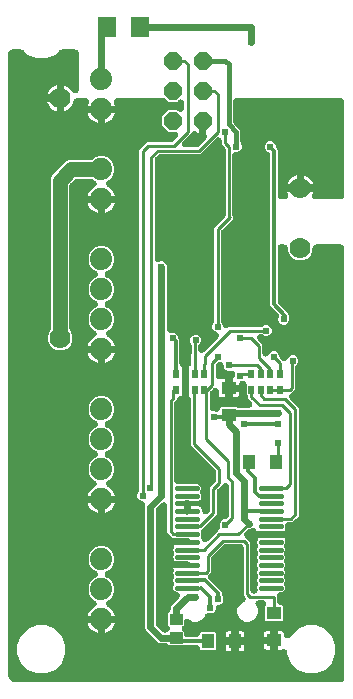
<source format=gbr>
G04 EAGLE Gerber RS-274X export*
G75*
%MOMM*%
%FSLAX34Y34*%
%LPD*%
%INBottom Copper*%
%IPPOS*%
%AMOC8*
5,1,8,0,0,1.08239X$1,22.5*%
G01*
%ADD10R,1.054000X1.200000*%
%ADD11R,0.500000X0.650000*%
%ADD12P,1.677704X8X292.500000*%
%ADD13C,0.381000*%
%ADD14C,0.028500*%
%ADD15R,1.200000X1.054000*%
%ADD16C,1.879600*%
%ADD17C,1.778000*%
%ADD18R,1.600000X1.800000*%
%ADD19C,1.270000*%
%ADD20C,0.604000*%
%ADD21C,0.254000*%
%ADD22C,0.304800*%
%ADD23C,0.609600*%
%ADD24C,0.355600*%

G36*
X285318Y3817D02*
X285318Y3817D01*
X285394Y3815D01*
X285563Y3837D01*
X285734Y3851D01*
X285808Y3869D01*
X285883Y3879D01*
X286047Y3928D01*
X286213Y3969D01*
X286282Y3999D01*
X286356Y4021D01*
X286509Y4097D01*
X286666Y4164D01*
X286730Y4205D01*
X286799Y4238D01*
X286938Y4337D01*
X287082Y4429D01*
X287139Y4480D01*
X287201Y4524D01*
X287322Y4644D01*
X287450Y4758D01*
X287498Y4817D01*
X287552Y4871D01*
X287653Y5009D01*
X287760Y5142D01*
X287797Y5208D01*
X287842Y5269D01*
X287919Y5422D01*
X288004Y5570D01*
X288030Y5642D01*
X288065Y5710D01*
X288116Y5873D01*
X288175Y6033D01*
X288190Y6108D01*
X288213Y6180D01*
X288225Y6285D01*
X288270Y6517D01*
X288277Y6753D01*
X288289Y6858D01*
X288289Y371475D01*
X288283Y371551D01*
X288285Y371627D01*
X288263Y371796D01*
X288249Y371967D01*
X288231Y372041D01*
X288221Y372116D01*
X288172Y372280D01*
X288131Y372446D01*
X288101Y372515D01*
X288079Y372589D01*
X288003Y372742D01*
X287936Y372899D01*
X287895Y372963D01*
X287862Y373032D01*
X287763Y373171D01*
X287671Y373315D01*
X287620Y373372D01*
X287576Y373434D01*
X287456Y373555D01*
X287342Y373683D01*
X287283Y373731D01*
X287229Y373785D01*
X287091Y373886D01*
X286958Y373993D01*
X286892Y374030D01*
X286831Y374075D01*
X286678Y374152D01*
X286530Y374237D01*
X286458Y374263D01*
X286390Y374298D01*
X286227Y374349D01*
X286067Y374408D01*
X285992Y374423D01*
X285920Y374446D01*
X285815Y374458D01*
X285583Y374503D01*
X285347Y374510D01*
X285242Y374522D01*
X264287Y374522D01*
X264211Y374516D01*
X264135Y374518D01*
X263966Y374496D01*
X263795Y374482D01*
X263721Y374464D01*
X263646Y374454D01*
X263482Y374405D01*
X263316Y374364D01*
X263247Y374334D01*
X263173Y374312D01*
X263020Y374236D01*
X262863Y374169D01*
X262799Y374128D01*
X262730Y374095D01*
X262591Y373996D01*
X262447Y373904D01*
X262390Y373853D01*
X262328Y373809D01*
X262207Y373689D01*
X262079Y373575D01*
X262031Y373516D01*
X261977Y373462D01*
X261876Y373324D01*
X261769Y373191D01*
X261732Y373125D01*
X261687Y373064D01*
X261610Y372911D01*
X261525Y372763D01*
X261499Y372691D01*
X261464Y372623D01*
X261413Y372460D01*
X261354Y372300D01*
X261339Y372225D01*
X261316Y372153D01*
X261304Y372048D01*
X261259Y371816D01*
X261252Y371580D01*
X261240Y371475D01*
X261240Y369403D01*
X259654Y365576D01*
X256724Y362646D01*
X252897Y361060D01*
X248753Y361060D01*
X244926Y362646D01*
X241996Y365576D01*
X240410Y369403D01*
X240410Y371475D01*
X240404Y371551D01*
X240406Y371627D01*
X240384Y371796D01*
X240370Y371967D01*
X240352Y372041D01*
X240342Y372116D01*
X240293Y372280D01*
X240252Y372446D01*
X240222Y372515D01*
X240200Y372589D01*
X240124Y372742D01*
X240057Y372899D01*
X240016Y372963D01*
X239983Y373032D01*
X239884Y373171D01*
X239792Y373315D01*
X239741Y373372D01*
X239697Y373434D01*
X239577Y373555D01*
X239463Y373683D01*
X239404Y373731D01*
X239350Y373785D01*
X239212Y373886D01*
X239079Y373993D01*
X239013Y374030D01*
X238952Y374075D01*
X238799Y374152D01*
X238651Y374237D01*
X238579Y374263D01*
X238511Y374298D01*
X238348Y374349D01*
X238188Y374408D01*
X238113Y374423D01*
X238041Y374446D01*
X237936Y374458D01*
X237704Y374503D01*
X237468Y374510D01*
X237363Y374522D01*
X235899Y374522D01*
X235788Y374564D01*
X235594Y374641D01*
X235557Y374649D01*
X235521Y374662D01*
X235317Y374702D01*
X235112Y374748D01*
X235074Y374750D01*
X235037Y374757D01*
X234829Y374764D01*
X234620Y374775D01*
X234582Y374771D01*
X234544Y374772D01*
X234337Y374745D01*
X234129Y374723D01*
X234093Y374713D01*
X234055Y374708D01*
X233855Y374648D01*
X233653Y374592D01*
X233619Y374577D01*
X233582Y374566D01*
X233395Y374474D01*
X233205Y374387D01*
X233173Y374365D01*
X233139Y374349D01*
X232970Y374228D01*
X232796Y374111D01*
X232768Y374085D01*
X232737Y374063D01*
X232589Y373917D01*
X232436Y373773D01*
X232413Y373743D01*
X232386Y373716D01*
X232263Y373548D01*
X232136Y373382D01*
X232118Y373348D01*
X232096Y373318D01*
X232002Y373132D01*
X231903Y372947D01*
X231890Y372911D01*
X231873Y372877D01*
X231810Y372678D01*
X231743Y372481D01*
X231737Y372443D01*
X231725Y372407D01*
X231715Y372314D01*
X231660Y371994D01*
X231659Y371822D01*
X231649Y371729D01*
X231649Y326375D01*
X231658Y326261D01*
X231657Y326147D01*
X231678Y326016D01*
X231689Y325883D01*
X231716Y325773D01*
X231734Y325660D01*
X231775Y325533D01*
X231807Y325405D01*
X231852Y325300D01*
X231888Y325191D01*
X231950Y325073D01*
X232002Y324951D01*
X232063Y324855D01*
X232116Y324754D01*
X232175Y324680D01*
X232267Y324535D01*
X232483Y324293D01*
X232541Y324220D01*
X240710Y316052D01*
X241174Y314931D01*
X241174Y313273D01*
X241175Y313264D01*
X241174Y313254D01*
X241194Y313018D01*
X241214Y312782D01*
X241216Y312772D01*
X241217Y312763D01*
X241228Y312724D01*
X241332Y312303D01*
X241384Y312183D01*
X241406Y312107D01*
X241428Y312054D01*
X241428Y310246D01*
X240736Y308576D01*
X239457Y307297D01*
X237787Y306605D01*
X235979Y306605D01*
X234309Y307297D01*
X233030Y308576D01*
X232338Y310246D01*
X232338Y312054D01*
X232656Y312822D01*
X232723Y313029D01*
X232794Y313236D01*
X232799Y313264D01*
X232808Y313291D01*
X232840Y313507D01*
X232877Y313723D01*
X232877Y313751D01*
X232881Y313779D01*
X232878Y313997D01*
X232880Y314216D01*
X232875Y314244D01*
X232875Y314273D01*
X232837Y314487D01*
X232803Y314703D01*
X232794Y314730D01*
X232789Y314758D01*
X232717Y314964D01*
X232649Y315172D01*
X232636Y315197D01*
X232626Y315224D01*
X232522Y315415D01*
X232421Y315609D01*
X232406Y315628D01*
X232390Y315657D01*
X232088Y316047D01*
X232029Y316102D01*
X231996Y316143D01*
X226015Y322123D01*
X225551Y323244D01*
X225551Y450192D01*
X225534Y450410D01*
X225520Y450628D01*
X225514Y450656D01*
X225511Y450684D01*
X225459Y450896D01*
X225410Y451109D01*
X225399Y451135D01*
X225393Y451163D01*
X225306Y451364D01*
X225224Y451566D01*
X225209Y451590D01*
X225198Y451616D01*
X225081Y451801D01*
X224967Y451987D01*
X224948Y452009D01*
X224933Y452032D01*
X224788Y452195D01*
X224645Y452361D01*
X224623Y452379D01*
X224604Y452400D01*
X224435Y452537D01*
X224267Y452678D01*
X224246Y452689D01*
X224220Y452710D01*
X223792Y452954D01*
X223716Y452982D01*
X223670Y453008D01*
X222851Y453347D01*
X221572Y454626D01*
X220880Y456296D01*
X220880Y458104D01*
X221572Y459774D01*
X222851Y461053D01*
X224521Y461745D01*
X226329Y461745D01*
X227999Y461053D01*
X229278Y459774D01*
X229979Y458082D01*
X229978Y458001D01*
X229999Y457870D01*
X230010Y457737D01*
X230037Y457627D01*
X230055Y457514D01*
X230096Y457387D01*
X230128Y457259D01*
X230173Y457154D01*
X230209Y457045D01*
X230271Y456927D01*
X230323Y456805D01*
X230384Y456709D01*
X230437Y456608D01*
X230496Y456534D01*
X230588Y456389D01*
X230804Y456147D01*
X230862Y456074D01*
X231185Y455752D01*
X231649Y454631D01*
X231649Y415925D01*
X231655Y415849D01*
X231653Y415773D01*
X231675Y415604D01*
X231689Y415433D01*
X231707Y415359D01*
X231717Y415284D01*
X231766Y415120D01*
X231807Y414954D01*
X231837Y414885D01*
X231859Y414812D01*
X231935Y414658D01*
X232002Y414501D01*
X232043Y414437D01*
X232076Y414368D01*
X232175Y414229D01*
X232267Y414085D01*
X232318Y414028D01*
X232362Y413966D01*
X232482Y413845D01*
X232596Y413717D01*
X232655Y413669D01*
X232709Y413615D01*
X232847Y413514D01*
X232980Y413407D01*
X233046Y413370D01*
X233107Y413325D01*
X233260Y413248D01*
X233408Y413163D01*
X233480Y413137D01*
X233548Y413102D01*
X233711Y413051D01*
X233871Y412992D01*
X233946Y412977D01*
X234018Y412954D01*
X234123Y412942D01*
X234355Y412897D01*
X234591Y412890D01*
X234696Y412878D01*
X237811Y412878D01*
X237865Y412882D01*
X237918Y412880D01*
X238110Y412902D01*
X238303Y412918D01*
X238355Y412931D01*
X238408Y412937D01*
X238594Y412990D01*
X238782Y413036D01*
X238831Y413058D01*
X238882Y413072D01*
X239058Y413155D01*
X239235Y413231D01*
X239280Y413260D01*
X239329Y413282D01*
X239489Y413392D01*
X239651Y413496D01*
X239691Y413531D01*
X239735Y413562D01*
X239875Y413696D01*
X240019Y413825D01*
X240053Y413866D01*
X240091Y413903D01*
X240208Y414058D01*
X240329Y414209D01*
X240356Y414255D01*
X240388Y414298D01*
X240478Y414469D01*
X240573Y414637D01*
X240592Y414687D01*
X240617Y414735D01*
X240678Y414918D01*
X240745Y415100D01*
X240755Y415152D01*
X240772Y415203D01*
X240803Y415394D01*
X240840Y415584D01*
X240841Y415637D01*
X240850Y415690D01*
X240849Y415884D01*
X240855Y416077D01*
X240848Y416130D01*
X240848Y416183D01*
X240816Y416375D01*
X240791Y416566D01*
X240775Y416617D01*
X240766Y416670D01*
X240730Y416766D01*
X240648Y417039D01*
X240562Y417215D01*
X240527Y417309D01*
X240232Y417887D01*
X239796Y419228D01*
X250825Y419228D01*
X261854Y419228D01*
X261418Y417887D01*
X261123Y417309D01*
X261103Y417259D01*
X261077Y417213D01*
X261009Y417031D01*
X260936Y416852D01*
X260924Y416800D01*
X260905Y416750D01*
X260868Y416560D01*
X260824Y416372D01*
X260821Y416318D01*
X260810Y416266D01*
X260804Y416073D01*
X260792Y415879D01*
X260797Y415826D01*
X260795Y415773D01*
X260820Y415581D01*
X260839Y415388D01*
X260853Y415337D01*
X260859Y415284D01*
X260915Y415098D01*
X260965Y414911D01*
X260987Y414863D01*
X261002Y414812D01*
X261087Y414637D01*
X261166Y414461D01*
X261195Y414416D01*
X261219Y414368D01*
X261331Y414211D01*
X261437Y414049D01*
X261473Y414010D01*
X261504Y413966D01*
X261640Y413828D01*
X261771Y413686D01*
X261814Y413653D01*
X261851Y413615D01*
X262007Y413501D01*
X262160Y413382D01*
X262207Y413356D01*
X262250Y413325D01*
X262422Y413238D01*
X262592Y413144D01*
X262643Y413126D01*
X262690Y413102D01*
X262875Y413044D01*
X263057Y412980D01*
X263110Y412970D01*
X263161Y412954D01*
X263263Y412943D01*
X263543Y412892D01*
X263739Y412889D01*
X263839Y412878D01*
X285242Y412878D01*
X285318Y412884D01*
X285394Y412882D01*
X285563Y412904D01*
X285734Y412918D01*
X285808Y412936D01*
X285883Y412946D01*
X286047Y412995D01*
X286213Y413036D01*
X286282Y413066D01*
X286356Y413088D01*
X286509Y413164D01*
X286666Y413231D01*
X286730Y413272D01*
X286799Y413305D01*
X286938Y413404D01*
X287082Y413496D01*
X287139Y413547D01*
X287201Y413591D01*
X287322Y413711D01*
X287450Y413825D01*
X287498Y413884D01*
X287552Y413938D01*
X287653Y414076D01*
X287760Y414209D01*
X287797Y414275D01*
X287842Y414336D01*
X287919Y414489D01*
X288004Y414637D01*
X288030Y414709D01*
X288065Y414777D01*
X288116Y414940D01*
X288175Y415100D01*
X288190Y415175D01*
X288213Y415247D01*
X288225Y415352D01*
X288270Y415584D01*
X288277Y415820D01*
X288289Y415925D01*
X288289Y495300D01*
X288283Y495376D01*
X288285Y495452D01*
X288263Y495621D01*
X288249Y495792D01*
X288231Y495866D01*
X288221Y495941D01*
X288172Y496105D01*
X288131Y496271D01*
X288101Y496340D01*
X288079Y496414D01*
X288004Y496567D01*
X287936Y496724D01*
X287895Y496788D01*
X287862Y496857D01*
X287763Y496996D01*
X287671Y497140D01*
X287620Y497197D01*
X287576Y497259D01*
X287456Y497380D01*
X287342Y497508D01*
X287283Y497556D01*
X287229Y497610D01*
X287091Y497711D01*
X286958Y497818D01*
X286892Y497855D01*
X286831Y497900D01*
X286678Y497977D01*
X286530Y498062D01*
X286458Y498088D01*
X286390Y498123D01*
X286227Y498174D01*
X286067Y498233D01*
X285992Y498248D01*
X285920Y498271D01*
X285815Y498283D01*
X285583Y498328D01*
X285347Y498335D01*
X285242Y498347D01*
X196977Y498347D01*
X196901Y498341D01*
X196825Y498343D01*
X196656Y498321D01*
X196485Y498307D01*
X196411Y498289D01*
X196336Y498279D01*
X196172Y498230D01*
X196006Y498189D01*
X195937Y498159D01*
X195863Y498137D01*
X195710Y498061D01*
X195553Y497994D01*
X195489Y497953D01*
X195420Y497920D01*
X195281Y497821D01*
X195137Y497729D01*
X195080Y497678D01*
X195018Y497634D01*
X194897Y497514D01*
X194769Y497400D01*
X194721Y497341D01*
X194667Y497287D01*
X194566Y497149D01*
X194459Y497016D01*
X194422Y496950D01*
X194377Y496889D01*
X194300Y496736D01*
X194215Y496588D01*
X194189Y496516D01*
X194154Y496448D01*
X194103Y496285D01*
X194044Y496125D01*
X194029Y496050D01*
X194006Y495978D01*
X193994Y495873D01*
X193949Y495641D01*
X193942Y495405D01*
X193930Y495300D01*
X193930Y478933D01*
X193939Y478819D01*
X193938Y478705D01*
X193959Y478573D01*
X193970Y478441D01*
X193997Y478330D01*
X194015Y478217D01*
X194056Y478091D01*
X194088Y477962D01*
X194133Y477857D01*
X194169Y477749D01*
X194231Y477631D01*
X194283Y477509D01*
X194344Y477413D01*
X194397Y477311D01*
X194456Y477238D01*
X194548Y477093D01*
X194764Y476851D01*
X194822Y476778D01*
X199758Y471843D01*
X200280Y470582D01*
X200280Y461402D01*
X200281Y461392D01*
X200280Y461383D01*
X200300Y461147D01*
X200320Y460910D01*
X200322Y460901D01*
X200323Y460891D01*
X200334Y460853D01*
X200438Y460431D01*
X200490Y460311D01*
X200512Y460236D01*
X201395Y458104D01*
X201395Y456296D01*
X200703Y454626D01*
X199424Y453347D01*
X197754Y452655D01*
X196342Y452655D01*
X196266Y452649D01*
X196190Y452651D01*
X196021Y452629D01*
X195850Y452615D01*
X195776Y452597D01*
X195701Y452587D01*
X195537Y452538D01*
X195371Y452497D01*
X195302Y452467D01*
X195228Y452445D01*
X195075Y452369D01*
X194918Y452302D01*
X194854Y452261D01*
X194785Y452228D01*
X194646Y452129D01*
X194502Y452037D01*
X194445Y451986D01*
X194383Y451942D01*
X194262Y451822D01*
X194134Y451708D01*
X194086Y451649D01*
X194032Y451595D01*
X193931Y451457D01*
X193824Y451324D01*
X193787Y451258D01*
X193742Y451197D01*
X193665Y451044D01*
X193580Y450896D01*
X193554Y450824D01*
X193519Y450756D01*
X193468Y450593D01*
X193409Y450433D01*
X193394Y450358D01*
X193371Y450286D01*
X193359Y450181D01*
X193314Y449949D01*
X193307Y449713D01*
X193295Y449608D01*
X193295Y400311D01*
X193304Y400197D01*
X193303Y400083D01*
X193324Y399951D01*
X193335Y399819D01*
X193362Y399708D01*
X193380Y399595D01*
X193421Y399469D01*
X193453Y399340D01*
X193498Y399235D01*
X193534Y399127D01*
X193596Y399009D01*
X193648Y398887D01*
X193709Y398791D01*
X193762Y398689D01*
X193803Y398638D01*
X193803Y396225D01*
X184662Y387085D01*
X184588Y386998D01*
X184507Y386918D01*
X184429Y386810D01*
X184343Y386709D01*
X184284Y386611D01*
X184217Y386519D01*
X184157Y386400D01*
X184088Y386286D01*
X184046Y386180D01*
X183994Y386078D01*
X183954Y385952D01*
X183905Y385828D01*
X183880Y385717D01*
X183846Y385608D01*
X183836Y385514D01*
X183798Y385347D01*
X183780Y385022D01*
X183770Y384930D01*
X183770Y309695D01*
X183779Y309581D01*
X183778Y309467D01*
X183799Y309335D01*
X183810Y309203D01*
X183837Y309092D01*
X183855Y308979D01*
X183896Y308853D01*
X183928Y308724D01*
X183973Y308619D01*
X184009Y308511D01*
X184071Y308393D01*
X184123Y308271D01*
X184184Y308175D01*
X184237Y308073D01*
X184296Y308000D01*
X184388Y307855D01*
X184604Y307613D01*
X184662Y307540D01*
X184828Y307374D01*
X185568Y305588D01*
X185650Y305427D01*
X185725Y305263D01*
X185763Y305208D01*
X185793Y305149D01*
X185900Y305003D01*
X186001Y304854D01*
X186046Y304805D01*
X186086Y304752D01*
X186215Y304626D01*
X186339Y304494D01*
X186391Y304454D01*
X186439Y304407D01*
X186587Y304304D01*
X186730Y304194D01*
X186789Y304163D01*
X186843Y304124D01*
X187006Y304046D01*
X187165Y303961D01*
X187228Y303939D01*
X187288Y303910D01*
X187461Y303859D01*
X187632Y303801D01*
X187697Y303790D01*
X187761Y303771D01*
X187940Y303748D01*
X188118Y303718D01*
X188184Y303718D01*
X188250Y303710D01*
X188431Y303716D01*
X188611Y303715D01*
X188677Y303726D01*
X188743Y303728D01*
X188920Y303764D01*
X189099Y303792D01*
X189162Y303813D01*
X189227Y303826D01*
X189396Y303890D01*
X189567Y303946D01*
X189626Y303977D01*
X189688Y304000D01*
X189844Y304091D01*
X190005Y304174D01*
X190046Y304207D01*
X190116Y304247D01*
X190327Y304420D01*
X217355Y304420D01*
X217469Y304429D01*
X217583Y304428D01*
X217715Y304449D01*
X217847Y304460D01*
X217958Y304487D01*
X218071Y304505D01*
X218197Y304546D01*
X218326Y304578D01*
X218431Y304623D01*
X218539Y304659D01*
X218657Y304721D01*
X218779Y304773D01*
X218876Y304834D01*
X218977Y304887D01*
X219050Y304946D01*
X219195Y305038D01*
X219437Y305254D01*
X219510Y305312D01*
X219676Y305478D01*
X221346Y306170D01*
X223154Y306170D01*
X224824Y305478D01*
X226103Y304199D01*
X226795Y302529D01*
X226795Y300721D01*
X226103Y299051D01*
X224824Y297772D01*
X223154Y297080D01*
X221346Y297080D01*
X219676Y297772D01*
X219510Y297938D01*
X219423Y298012D01*
X219343Y298093D01*
X219236Y298171D01*
X219134Y298257D01*
X219036Y298316D01*
X218944Y298383D01*
X218825Y298443D01*
X218712Y298512D01*
X218606Y298554D01*
X218504Y298606D01*
X218377Y298646D01*
X218254Y298695D01*
X218142Y298720D01*
X218033Y298754D01*
X217940Y298764D01*
X217772Y298802D01*
X217448Y298820D01*
X217355Y298830D01*
X217304Y298830D01*
X217287Y298829D01*
X217279Y298829D01*
X217261Y298827D01*
X217228Y298829D01*
X217020Y298807D01*
X216812Y298790D01*
X216775Y298781D01*
X216737Y298777D01*
X216536Y298722D01*
X216333Y298672D01*
X216298Y298657D01*
X216261Y298646D01*
X216071Y298559D01*
X215880Y298477D01*
X215848Y298457D01*
X215813Y298441D01*
X215640Y298324D01*
X215464Y298212D01*
X215435Y298187D01*
X215404Y298165D01*
X215252Y298022D01*
X215096Y297883D01*
X215072Y297854D01*
X215044Y297828D01*
X214917Y297661D01*
X214786Y297499D01*
X214767Y297467D01*
X214744Y297436D01*
X214645Y297252D01*
X214542Y297071D01*
X214529Y297035D01*
X214511Y297001D01*
X214443Y296804D01*
X214370Y296608D01*
X214363Y296571D01*
X214351Y296535D01*
X214316Y296328D01*
X214276Y296124D01*
X214274Y296086D01*
X214268Y296048D01*
X214267Y295839D01*
X214260Y295631D01*
X214265Y295593D01*
X214265Y295555D01*
X214298Y295348D01*
X214325Y295142D01*
X214336Y295105D01*
X214342Y295068D01*
X214407Y294869D01*
X214467Y294670D01*
X214484Y294635D01*
X214496Y294599D01*
X214592Y294414D01*
X214684Y294226D01*
X214706Y294195D01*
X214724Y294161D01*
X214782Y294089D01*
X214970Y293824D01*
X215090Y293702D01*
X215149Y293628D01*
X218695Y290083D01*
X218695Y282682D01*
X218706Y282540D01*
X218708Y282397D01*
X218726Y282294D01*
X218735Y282190D01*
X218769Y282052D01*
X218794Y281912D01*
X218828Y281813D01*
X218853Y281712D01*
X218910Y281581D01*
X218957Y281446D01*
X219007Y281354D01*
X219048Y281258D01*
X219124Y281138D01*
X219193Y281013D01*
X219257Y280930D01*
X219313Y280842D01*
X219408Y280736D01*
X219495Y280623D01*
X219572Y280552D01*
X219642Y280474D01*
X219753Y280385D01*
X219857Y280288D01*
X219944Y280230D01*
X220026Y280164D01*
X220149Y280094D01*
X220268Y280015D01*
X220363Y279972D01*
X220454Y279920D01*
X220588Y279871D01*
X220718Y279812D01*
X220819Y279785D01*
X220917Y279749D01*
X221057Y279721D01*
X221194Y279684D01*
X221299Y279674D01*
X221401Y279654D01*
X221543Y279650D01*
X221685Y279635D01*
X221790Y279642D01*
X221894Y279639D01*
X222035Y279657D01*
X222178Y279666D01*
X222280Y279689D01*
X222383Y279703D01*
X222520Y279744D01*
X222659Y279776D01*
X222755Y279815D01*
X222855Y279846D01*
X222984Y279908D01*
X223116Y279962D01*
X223205Y280016D01*
X223299Y280062D01*
X223415Y280145D01*
X223536Y280219D01*
X223616Y280288D01*
X223701Y280348D01*
X223802Y280448D01*
X223910Y280541D01*
X223978Y280621D01*
X224052Y280695D01*
X224136Y280810D01*
X224227Y280919D01*
X224265Y280988D01*
X224342Y281093D01*
X224538Y281481D01*
X224557Y281516D01*
X224747Y281974D01*
X226026Y283253D01*
X227696Y283945D01*
X229504Y283945D01*
X231174Y283253D01*
X232453Y281974D01*
X233145Y280304D01*
X233145Y280070D01*
X233154Y279956D01*
X233153Y279842D01*
X233174Y279711D01*
X233185Y279578D01*
X233212Y279467D01*
X233230Y279355D01*
X233271Y279228D01*
X233303Y279099D01*
X233348Y278994D01*
X233384Y278886D01*
X233446Y278768D01*
X233498Y278646D01*
X233559Y278550D01*
X233612Y278448D01*
X233671Y278375D01*
X233763Y278230D01*
X233979Y277988D01*
X234037Y277915D01*
X235210Y276743D01*
X235347Y276626D01*
X235479Y276503D01*
X235535Y276466D01*
X235586Y276423D01*
X235740Y276330D01*
X235891Y276230D01*
X235951Y276203D01*
X236008Y276169D01*
X236176Y276101D01*
X236340Y276027D01*
X236404Y276010D01*
X236466Y275985D01*
X236643Y275946D01*
X236817Y275900D01*
X236883Y275893D01*
X236948Y275879D01*
X237128Y275869D01*
X237308Y275851D01*
X237374Y275855D01*
X237440Y275851D01*
X237620Y275870D01*
X237800Y275881D01*
X237865Y275896D01*
X237931Y275903D01*
X238105Y275951D01*
X238281Y275991D01*
X238343Y276016D01*
X238407Y276034D01*
X238570Y276109D01*
X238738Y276177D01*
X238795Y276212D01*
X238855Y276240D01*
X239005Y276340D01*
X239159Y276434D01*
X239209Y276478D01*
X239264Y276515D01*
X239396Y276638D01*
X239533Y276756D01*
X239576Y276807D01*
X239624Y276853D01*
X239734Y276996D01*
X239850Y277134D01*
X239875Y277180D01*
X239924Y277244D01*
X240157Y277679D01*
X240168Y277711D01*
X240180Y277731D01*
X240622Y278799D01*
X241901Y280078D01*
X243571Y280770D01*
X245379Y280770D01*
X247049Y280078D01*
X248328Y278799D01*
X249020Y277129D01*
X249020Y275321D01*
X248328Y273651D01*
X247527Y272850D01*
X247453Y272763D01*
X247372Y272683D01*
X247294Y272575D01*
X247208Y272474D01*
X247149Y272376D01*
X247082Y272284D01*
X247022Y272166D01*
X246953Y272052D01*
X246911Y271945D01*
X246859Y271844D01*
X246819Y271717D01*
X246770Y271593D01*
X246745Y271482D01*
X246711Y271373D01*
X246701Y271280D01*
X246663Y271112D01*
X246645Y270788D01*
X246635Y270695D01*
X246635Y252207D01*
X242993Y248566D01*
X242950Y248547D01*
X242918Y248527D01*
X242883Y248511D01*
X242710Y248394D01*
X242534Y248282D01*
X242505Y248257D01*
X242474Y248235D01*
X242322Y248092D01*
X242166Y247953D01*
X242142Y247924D01*
X242114Y247898D01*
X241987Y247732D01*
X241856Y247569D01*
X241837Y247536D01*
X241814Y247506D01*
X241715Y247322D01*
X241612Y247141D01*
X241599Y247105D01*
X241581Y247071D01*
X241513Y246874D01*
X241440Y246678D01*
X241433Y246641D01*
X241421Y246605D01*
X241386Y246398D01*
X241346Y246194D01*
X241344Y246156D01*
X241338Y246118D01*
X241337Y245909D01*
X241330Y245701D01*
X241335Y245663D01*
X241335Y245625D01*
X241368Y245418D01*
X241395Y245212D01*
X241406Y245175D01*
X241412Y245138D01*
X241477Y244939D01*
X241537Y244740D01*
X241554Y244705D01*
X241566Y244669D01*
X241662Y244484D01*
X241754Y244296D01*
X241776Y244265D01*
X241794Y244231D01*
X241852Y244159D01*
X242040Y243894D01*
X242160Y243772D01*
X242219Y243698D01*
X249429Y236489D01*
X249429Y144765D01*
X246899Y142236D01*
X246671Y142008D01*
X244142Y139478D01*
X241046Y139478D01*
X240970Y139472D01*
X240894Y139474D01*
X240725Y139452D01*
X240554Y139438D01*
X240480Y139420D01*
X240405Y139410D01*
X240241Y139361D01*
X240075Y139320D01*
X240006Y139290D01*
X239932Y139268D01*
X239779Y139192D01*
X239622Y139125D01*
X239558Y139084D01*
X239489Y139051D01*
X239350Y138952D01*
X239206Y138860D01*
X239149Y138809D01*
X239087Y138765D01*
X238966Y138645D01*
X238838Y138531D01*
X238790Y138472D01*
X238736Y138418D01*
X238635Y138280D01*
X238528Y138147D01*
X238491Y138081D01*
X238446Y138020D01*
X238369Y137867D01*
X238284Y137719D01*
X238258Y137647D01*
X238223Y137579D01*
X238172Y137416D01*
X238113Y137256D01*
X238098Y137181D01*
X238075Y137109D01*
X238063Y137004D01*
X238018Y136772D01*
X238011Y136536D01*
X237999Y136431D01*
X237999Y135094D01*
X237869Y134780D01*
X237818Y134622D01*
X237758Y134466D01*
X237742Y134387D01*
X237717Y134310D01*
X237692Y134146D01*
X237659Y133983D01*
X237656Y133902D01*
X237644Y133822D01*
X237646Y133656D01*
X237639Y133490D01*
X237649Y133410D01*
X237650Y133329D01*
X237679Y133165D01*
X237699Y133000D01*
X237722Y132923D01*
X237736Y132843D01*
X237791Y132686D01*
X237837Y132526D01*
X237866Y132470D01*
X237899Y132377D01*
X237927Y132325D01*
X226314Y132325D01*
X213742Y132325D01*
X213678Y132490D01*
X213595Y132708D01*
X213588Y132720D01*
X213583Y132734D01*
X213465Y132934D01*
X213349Y133135D01*
X213340Y133146D01*
X213333Y133159D01*
X213183Y133337D01*
X213036Y133517D01*
X213026Y133527D01*
X213017Y133537D01*
X212840Y133690D01*
X212666Y133843D01*
X212654Y133851D01*
X212644Y133860D01*
X212445Y133983D01*
X212249Y134106D01*
X212236Y134111D01*
X212224Y134119D01*
X212008Y134207D01*
X211794Y134298D01*
X211780Y134301D01*
X211767Y134306D01*
X211541Y134358D01*
X211315Y134413D01*
X211300Y134414D01*
X211287Y134417D01*
X211055Y134433D01*
X210823Y134450D01*
X210808Y134449D01*
X210794Y134450D01*
X210563Y134427D01*
X210331Y134407D01*
X210320Y134404D01*
X210303Y134402D01*
X209826Y134276D01*
X209736Y134236D01*
X209676Y134218D01*
X208310Y133652D01*
X208042Y133652D01*
X207928Y133643D01*
X207814Y133644D01*
X207682Y133623D01*
X207550Y133612D01*
X207439Y133585D01*
X207326Y133567D01*
X207200Y133526D01*
X207071Y133494D01*
X206966Y133449D01*
X206858Y133413D01*
X206740Y133351D01*
X206618Y133299D01*
X206522Y133238D01*
X206420Y133185D01*
X206347Y133126D01*
X206202Y133034D01*
X205960Y132818D01*
X205887Y132760D01*
X204207Y131080D01*
X204158Y131022D01*
X204102Y130969D01*
X203998Y130834D01*
X203888Y130704D01*
X203848Y130638D01*
X203802Y130578D01*
X203721Y130428D01*
X203633Y130281D01*
X203605Y130210D01*
X203569Y130143D01*
X203513Y129982D01*
X203450Y129823D01*
X203433Y129749D01*
X203409Y129677D01*
X203380Y129508D01*
X203343Y129341D01*
X203339Y129265D01*
X203326Y129190D01*
X203325Y129019D01*
X203315Y128849D01*
X203324Y128773D01*
X203323Y128697D01*
X203350Y128528D01*
X203368Y128358D01*
X203388Y128285D01*
X203400Y128210D01*
X203453Y128047D01*
X203498Y127883D01*
X203530Y127813D01*
X203554Y127741D01*
X203633Y127589D01*
X203704Y127434D01*
X203747Y127371D01*
X203782Y127303D01*
X203847Y127221D01*
X203979Y127025D01*
X204141Y126853D01*
X204207Y126770D01*
X206005Y124972D01*
X208535Y122443D01*
X208535Y82042D01*
X208541Y81966D01*
X208539Y81890D01*
X208561Y81721D01*
X208575Y81550D01*
X208593Y81476D01*
X208603Y81401D01*
X208652Y81237D01*
X208693Y81071D01*
X208723Y81002D01*
X208745Y80928D01*
X208821Y80775D01*
X208888Y80618D01*
X208929Y80554D01*
X208962Y80485D01*
X209061Y80346D01*
X209153Y80202D01*
X209204Y80145D01*
X209248Y80083D01*
X209368Y79962D01*
X209482Y79834D01*
X209541Y79786D01*
X209595Y79732D01*
X209733Y79631D01*
X209866Y79524D01*
X209932Y79487D01*
X209993Y79442D01*
X210146Y79365D01*
X210294Y79280D01*
X210366Y79254D01*
X210434Y79219D01*
X210597Y79168D01*
X210757Y79109D01*
X210832Y79094D01*
X210904Y79071D01*
X211009Y79059D01*
X211241Y79014D01*
X211477Y79007D01*
X211582Y78995D01*
X211766Y78995D01*
X211946Y79009D01*
X212126Y79016D01*
X212191Y79029D01*
X212258Y79035D01*
X212433Y79078D01*
X212610Y79114D01*
X212672Y79137D01*
X212736Y79153D01*
X212902Y79225D01*
X213071Y79288D01*
X213129Y79322D01*
X213190Y79348D01*
X213342Y79445D01*
X213498Y79535D01*
X213550Y79577D01*
X213606Y79613D01*
X213740Y79733D01*
X213880Y79848D01*
X213924Y79897D01*
X213974Y79942D01*
X214087Y80082D01*
X214206Y80217D01*
X214242Y80274D01*
X214284Y80326D01*
X214373Y80482D01*
X214469Y80635D01*
X214495Y80696D01*
X214528Y80754D01*
X214590Y80924D01*
X214660Y81090D01*
X214676Y81154D01*
X214699Y81217D01*
X214734Y81394D01*
X214776Y81569D01*
X214781Y81636D01*
X214794Y81701D01*
X214799Y81881D01*
X214813Y82061D01*
X214807Y82128D01*
X214809Y82194D01*
X214786Y82373D01*
X214770Y82553D01*
X214755Y82603D01*
X214745Y82683D01*
X214629Y83066D01*
X214629Y84456D01*
X215210Y85859D01*
X215246Y85968D01*
X215290Y86073D01*
X215321Y86202D01*
X215362Y86329D01*
X215379Y86442D01*
X215406Y86553D01*
X215415Y86685D01*
X215435Y86817D01*
X215434Y86931D01*
X215442Y87045D01*
X215431Y87177D01*
X215429Y87310D01*
X215409Y87423D01*
X215399Y87536D01*
X215373Y87627D01*
X215343Y87796D01*
X215236Y88102D01*
X215210Y88192D01*
X214629Y89595D01*
X214629Y90959D01*
X215209Y92359D01*
X215244Y92468D01*
X215289Y92573D01*
X215320Y92702D01*
X215361Y92829D01*
X215378Y92942D01*
X215404Y93053D01*
X215414Y93185D01*
X215434Y93317D01*
X215433Y93431D01*
X215441Y93545D01*
X215430Y93677D01*
X215428Y93810D01*
X215408Y93923D01*
X215398Y94036D01*
X215372Y94127D01*
X215342Y94296D01*
X215235Y94602D01*
X215209Y94692D01*
X214629Y96092D01*
X214629Y97456D01*
X215209Y98856D01*
X215244Y98965D01*
X215289Y99070D01*
X215320Y99199D01*
X215361Y99326D01*
X215378Y99439D01*
X215404Y99550D01*
X215414Y99682D01*
X215434Y99814D01*
X215433Y99928D01*
X215441Y100042D01*
X215430Y100174D01*
X215428Y100307D01*
X215408Y100420D01*
X215398Y100533D01*
X215372Y100624D01*
X215342Y100793D01*
X215235Y101099D01*
X215209Y101189D01*
X214629Y102589D01*
X214629Y103953D01*
X215210Y105356D01*
X215246Y105465D01*
X215290Y105570D01*
X215321Y105699D01*
X215362Y105826D01*
X215379Y105939D01*
X215406Y106050D01*
X215415Y106182D01*
X215435Y106314D01*
X215434Y106428D01*
X215442Y106542D01*
X215431Y106674D01*
X215429Y106807D01*
X215409Y106920D01*
X215399Y107033D01*
X215373Y107124D01*
X215343Y107293D01*
X215236Y107599D01*
X215210Y107689D01*
X214629Y109092D01*
X214629Y110456D01*
X215210Y111859D01*
X215245Y111968D01*
X215290Y112073D01*
X215321Y112202D01*
X215362Y112328D01*
X215379Y112441D01*
X215405Y112552D01*
X215415Y112685D01*
X215435Y112816D01*
X215434Y112931D01*
X215442Y113044D01*
X215431Y113177D01*
X215429Y113310D01*
X215409Y113422D01*
X215399Y113536D01*
X215373Y113626D01*
X215343Y113795D01*
X215236Y114102D01*
X215210Y114191D01*
X214629Y115594D01*
X214629Y116958D01*
X215210Y118360D01*
X215245Y118469D01*
X215289Y118574D01*
X215320Y118703D01*
X215361Y118829D01*
X215378Y118942D01*
X215405Y119053D01*
X215415Y119186D01*
X215435Y119317D01*
X215433Y119432D01*
X215442Y119545D01*
X215430Y119678D01*
X215429Y119811D01*
X215409Y119923D01*
X215399Y120037D01*
X215373Y120127D01*
X215343Y120296D01*
X215236Y120603D01*
X215210Y120692D01*
X214629Y122094D01*
X214629Y123458D01*
X214760Y123775D01*
X214811Y123933D01*
X214871Y124089D01*
X214887Y124168D01*
X214912Y124244D01*
X214936Y124409D01*
X214970Y124572D01*
X214973Y124653D01*
X214985Y124732D01*
X214983Y124898D01*
X214990Y125065D01*
X214980Y125145D01*
X214979Y125226D01*
X214950Y125389D01*
X214930Y125554D01*
X214907Y125632D01*
X214893Y125711D01*
X214838Y125868D01*
X214792Y126028D01*
X214763Y126084D01*
X214730Y126177D01*
X214701Y126231D01*
X226314Y126231D01*
X237925Y126231D01*
X237909Y126203D01*
X237853Y126047D01*
X237788Y125893D01*
X237769Y125815D01*
X237742Y125739D01*
X237712Y125575D01*
X237672Y125414D01*
X237666Y125333D01*
X237652Y125254D01*
X237648Y125087D01*
X237636Y124922D01*
X237643Y124841D01*
X237641Y124761D01*
X237664Y124596D01*
X237679Y124430D01*
X237696Y124370D01*
X237710Y124272D01*
X237857Y123801D01*
X237864Y123786D01*
X237868Y123775D01*
X237999Y123458D01*
X237999Y122094D01*
X237418Y120692D01*
X237383Y120583D01*
X237339Y120478D01*
X237308Y120349D01*
X237267Y120223D01*
X237250Y120110D01*
X237223Y119999D01*
X237213Y119866D01*
X237193Y119735D01*
X237195Y119621D01*
X237186Y119507D01*
X237198Y119374D01*
X237199Y119241D01*
X237219Y119129D01*
X237229Y119015D01*
X237255Y118925D01*
X237285Y118756D01*
X237392Y118449D01*
X237418Y118360D01*
X237999Y116958D01*
X237999Y115594D01*
X237418Y114191D01*
X237383Y114082D01*
X237338Y113977D01*
X237307Y113848D01*
X237266Y113722D01*
X237249Y113609D01*
X237223Y113498D01*
X237213Y113365D01*
X237193Y113234D01*
X237194Y113120D01*
X237186Y113006D01*
X237197Y112873D01*
X237199Y112740D01*
X237219Y112628D01*
X237229Y112514D01*
X237255Y112424D01*
X237285Y112255D01*
X237392Y111948D01*
X237418Y111859D01*
X237999Y110456D01*
X237999Y109092D01*
X237418Y107689D01*
X237382Y107580D01*
X237338Y107475D01*
X237307Y107346D01*
X237266Y107219D01*
X237249Y107106D01*
X237222Y106995D01*
X237213Y106863D01*
X237193Y106731D01*
X237194Y106617D01*
X237186Y106503D01*
X237197Y106371D01*
X237199Y106238D01*
X237219Y106125D01*
X237229Y106012D01*
X237255Y105922D01*
X237285Y105752D01*
X237392Y105446D01*
X237418Y105356D01*
X237999Y103953D01*
X237999Y102589D01*
X237419Y101189D01*
X237384Y101080D01*
X237339Y100975D01*
X237308Y100846D01*
X237267Y100719D01*
X237250Y100606D01*
X237224Y100495D01*
X237214Y100363D01*
X237194Y100231D01*
X237195Y100117D01*
X237187Y100003D01*
X237198Y99871D01*
X237200Y99738D01*
X237220Y99625D01*
X237230Y99512D01*
X237256Y99422D01*
X237286Y99252D01*
X237393Y98946D01*
X237419Y98856D01*
X237999Y97456D01*
X237999Y96092D01*
X237419Y94692D01*
X237384Y94583D01*
X237339Y94478D01*
X237308Y94349D01*
X237267Y94222D01*
X237250Y94109D01*
X237224Y93998D01*
X237214Y93866D01*
X237194Y93734D01*
X237195Y93620D01*
X237187Y93506D01*
X237198Y93374D01*
X237200Y93241D01*
X237220Y93128D01*
X237230Y93015D01*
X237256Y92925D01*
X237286Y92755D01*
X237393Y92449D01*
X237419Y92359D01*
X237999Y90959D01*
X237999Y89595D01*
X237418Y88192D01*
X237382Y88083D01*
X237338Y87978D01*
X237307Y87849D01*
X237266Y87722D01*
X237249Y87609D01*
X237222Y87498D01*
X237213Y87366D01*
X237193Y87234D01*
X237194Y87120D01*
X237186Y87006D01*
X237197Y86874D01*
X237199Y86741D01*
X237219Y86628D01*
X237229Y86515D01*
X237255Y86425D01*
X237285Y86255D01*
X237392Y85949D01*
X237418Y85859D01*
X237999Y84456D01*
X237999Y83092D01*
X237477Y81831D01*
X236512Y80866D01*
X235251Y80344D01*
X234442Y80344D01*
X234366Y80338D01*
X234290Y80340D01*
X234121Y80318D01*
X233950Y80304D01*
X233876Y80286D01*
X233801Y80276D01*
X233637Y80227D01*
X233471Y80186D01*
X233402Y80156D01*
X233328Y80134D01*
X233175Y80058D01*
X233018Y79991D01*
X232954Y79950D01*
X232885Y79917D01*
X232746Y79818D01*
X232602Y79726D01*
X232545Y79675D01*
X232483Y79631D01*
X232362Y79511D01*
X232234Y79397D01*
X232186Y79338D01*
X232132Y79284D01*
X232031Y79146D01*
X231924Y79013D01*
X231887Y78947D01*
X231842Y78886D01*
X231765Y78733D01*
X231680Y78585D01*
X231654Y78513D01*
X231619Y78445D01*
X231568Y78282D01*
X231509Y78122D01*
X231494Y78047D01*
X231471Y77975D01*
X231459Y77870D01*
X231414Y77638D01*
X231407Y77402D01*
X231395Y77297D01*
X231395Y72182D01*
X231401Y72106D01*
X231399Y72030D01*
X231421Y71861D01*
X231435Y71690D01*
X231453Y71616D01*
X231463Y71541D01*
X231512Y71377D01*
X231553Y71211D01*
X231583Y71142D01*
X231605Y71068D01*
X231681Y70915D01*
X231748Y70758D01*
X231789Y70694D01*
X231822Y70625D01*
X231921Y70486D01*
X232013Y70342D01*
X232064Y70285D01*
X232108Y70223D01*
X232228Y70102D01*
X232342Y69974D01*
X232401Y69926D01*
X232455Y69872D01*
X232593Y69771D01*
X232726Y69664D01*
X232792Y69627D01*
X232853Y69582D01*
X233006Y69505D01*
X233154Y69420D01*
X233226Y69394D01*
X233294Y69359D01*
X233457Y69308D01*
X233617Y69249D01*
X233692Y69234D01*
X233764Y69211D01*
X233869Y69199D01*
X234101Y69154D01*
X234337Y69147D01*
X234442Y69135D01*
X235232Y69135D01*
X236125Y68242D01*
X236125Y56438D01*
X235232Y55545D01*
X221968Y55545D01*
X221075Y56438D01*
X221075Y68244D01*
X221090Y68258D01*
X221221Y68420D01*
X221356Y68579D01*
X221376Y68612D01*
X221400Y68642D01*
X221503Y68823D01*
X221611Y69002D01*
X221625Y69037D01*
X221644Y69070D01*
X221717Y69266D01*
X221794Y69460D01*
X221802Y69497D01*
X221816Y69533D01*
X221856Y69737D01*
X221901Y69941D01*
X221903Y69980D01*
X221910Y70017D01*
X221917Y70225D01*
X221929Y70434D01*
X221925Y70472D01*
X221926Y70510D01*
X221899Y70716D01*
X221876Y70925D01*
X221866Y70961D01*
X221861Y70999D01*
X221801Y71199D01*
X221746Y71400D01*
X221730Y71435D01*
X221719Y71472D01*
X221627Y71659D01*
X221540Y71849D01*
X221519Y71880D01*
X221502Y71915D01*
X221382Y72084D01*
X221265Y72258D01*
X221238Y72286D01*
X221216Y72317D01*
X221070Y72465D01*
X220927Y72618D01*
X220897Y72641D01*
X220870Y72668D01*
X220701Y72791D01*
X220535Y72918D01*
X220502Y72936D01*
X220471Y72958D01*
X220285Y73052D01*
X220101Y73151D01*
X220065Y73163D01*
X220031Y73181D01*
X219831Y73243D01*
X219634Y73311D01*
X219597Y73317D01*
X219560Y73329D01*
X219467Y73339D01*
X219148Y73394D01*
X218976Y73395D01*
X218882Y73405D01*
X216015Y73405D01*
X215835Y73391D01*
X215655Y73384D01*
X215590Y73371D01*
X215524Y73365D01*
X215348Y73322D01*
X215171Y73286D01*
X215109Y73263D01*
X215045Y73247D01*
X214879Y73175D01*
X214710Y73112D01*
X214652Y73078D01*
X214591Y73052D01*
X214439Y72955D01*
X214283Y72865D01*
X214231Y72823D01*
X214175Y72787D01*
X214041Y72667D01*
X213901Y72552D01*
X213857Y72503D01*
X213807Y72458D01*
X213694Y72318D01*
X213575Y72183D01*
X213539Y72126D01*
X213497Y72074D01*
X213408Y71918D01*
X213312Y71765D01*
X213286Y71703D01*
X213253Y71646D01*
X213191Y71476D01*
X213121Y71310D01*
X213105Y71246D01*
X213082Y71183D01*
X213047Y71006D01*
X213005Y70831D01*
X213000Y70764D01*
X212987Y70699D01*
X212982Y70519D01*
X212968Y70339D01*
X212974Y70272D01*
X212972Y70206D01*
X212995Y70027D01*
X213011Y69847D01*
X213026Y69797D01*
X213036Y69717D01*
X213179Y69245D01*
X213194Y69214D01*
X213200Y69192D01*
X214713Y65540D01*
X214713Y62134D01*
X213409Y58988D01*
X211001Y56580D01*
X207855Y55276D01*
X204449Y55276D01*
X201303Y56580D01*
X198895Y58988D01*
X197591Y62134D01*
X197591Y65540D01*
X198895Y68686D01*
X201303Y71094D01*
X202838Y71731D01*
X202999Y71813D01*
X203163Y71888D01*
X203218Y71925D01*
X203278Y71956D01*
X203423Y72063D01*
X203572Y72164D01*
X203621Y72209D01*
X203674Y72249D01*
X203800Y72378D01*
X203932Y72501D01*
X203972Y72554D01*
X204019Y72602D01*
X204122Y72750D01*
X204232Y72893D01*
X204264Y72951D01*
X204302Y73006D01*
X204380Y73169D01*
X204465Y73328D01*
X204487Y73390D01*
X204516Y73450D01*
X204567Y73624D01*
X204625Y73794D01*
X204637Y73860D01*
X204655Y73924D01*
X204678Y74102D01*
X204708Y74281D01*
X204708Y74347D01*
X204717Y74413D01*
X204710Y74593D01*
X204711Y74774D01*
X204701Y74840D01*
X204698Y74906D01*
X204663Y75083D01*
X204634Y75261D01*
X204614Y75325D01*
X204600Y75390D01*
X204537Y75558D01*
X204480Y75730D01*
X204449Y75789D01*
X204426Y75851D01*
X204336Y76007D01*
X204252Y76167D01*
X204219Y76209D01*
X204179Y76278D01*
X203867Y76660D01*
X203842Y76682D01*
X203827Y76701D01*
X202945Y77582D01*
X202945Y117983D01*
X202939Y118059D01*
X202941Y118135D01*
X202919Y118304D01*
X202905Y118475D01*
X202887Y118549D01*
X202877Y118624D01*
X202828Y118788D01*
X202787Y118954D01*
X202757Y119023D01*
X202735Y119097D01*
X202659Y119250D01*
X202592Y119407D01*
X202551Y119471D01*
X202518Y119540D01*
X202419Y119679D01*
X202327Y119823D01*
X202276Y119880D01*
X202232Y119942D01*
X202112Y120063D01*
X201998Y120191D01*
X201939Y120239D01*
X201885Y120293D01*
X201747Y120394D01*
X201614Y120501D01*
X201548Y120538D01*
X201487Y120583D01*
X201334Y120660D01*
X201186Y120745D01*
X201114Y120771D01*
X201046Y120806D01*
X200883Y120857D01*
X200723Y120916D01*
X200648Y120931D01*
X200576Y120954D01*
X200471Y120966D01*
X200239Y121011D01*
X200003Y121018D01*
X199898Y121030D01*
X187840Y121030D01*
X187726Y121021D01*
X187612Y121022D01*
X187480Y121001D01*
X187348Y120990D01*
X187237Y120963D01*
X187124Y120945D01*
X186998Y120904D01*
X186869Y120872D01*
X186764Y120827D01*
X186656Y120791D01*
X186538Y120729D01*
X186416Y120677D01*
X186320Y120616D01*
X186218Y120563D01*
X186145Y120504D01*
X186000Y120412D01*
X185758Y120196D01*
X185685Y120138D01*
X176407Y110860D01*
X176333Y110773D01*
X176252Y110693D01*
X176174Y110585D01*
X176088Y110484D01*
X176029Y110386D01*
X175962Y110294D01*
X175902Y110175D01*
X175833Y110061D01*
X175791Y109955D01*
X175739Y109853D01*
X175699Y109727D01*
X175650Y109603D01*
X175625Y109492D01*
X175591Y109383D01*
X175581Y109289D01*
X175543Y109122D01*
X175525Y108797D01*
X175515Y108705D01*
X175515Y97267D01*
X174756Y96509D01*
X173609Y95362D01*
X173560Y95304D01*
X173504Y95252D01*
X173400Y95116D01*
X173290Y94986D01*
X173250Y94921D01*
X173204Y94860D01*
X173123Y94710D01*
X173035Y94563D01*
X173007Y94493D01*
X172971Y94425D01*
X172915Y94264D01*
X172852Y94105D01*
X172836Y94031D01*
X172811Y93959D01*
X172782Y93790D01*
X172745Y93624D01*
X172741Y93548D01*
X172728Y93472D01*
X172727Y93302D01*
X172718Y93131D01*
X172726Y93055D01*
X172725Y92979D01*
X172752Y92810D01*
X172770Y92641D01*
X172790Y92567D01*
X172802Y92492D01*
X172855Y92329D01*
X172900Y92165D01*
X172932Y92096D01*
X172956Y92023D01*
X173035Y91871D01*
X173106Y91716D01*
X173149Y91653D01*
X173184Y91586D01*
X173250Y91503D01*
X173382Y91307D01*
X173544Y91135D01*
X173609Y91052D01*
X183842Y80820D01*
X184306Y79699D01*
X184306Y78672D01*
X184315Y78558D01*
X184314Y78444D01*
X184335Y78312D01*
X184346Y78180D01*
X184373Y78069D01*
X184391Y77956D01*
X184432Y77830D01*
X184464Y77701D01*
X184509Y77596D01*
X184545Y77488D01*
X184607Y77370D01*
X184659Y77248D01*
X184720Y77152D01*
X184773Y77050D01*
X184832Y76977D01*
X184924Y76832D01*
X185096Y76640D01*
X185802Y74935D01*
X185802Y73127D01*
X185110Y71457D01*
X183831Y70178D01*
X182147Y69481D01*
X182141Y69480D01*
X182065Y69482D01*
X181896Y69460D01*
X181725Y69446D01*
X181651Y69428D01*
X181576Y69418D01*
X181412Y69369D01*
X181246Y69328D01*
X181177Y69298D01*
X181103Y69276D01*
X180950Y69200D01*
X180793Y69133D01*
X180729Y69092D01*
X180660Y69059D01*
X180521Y68960D01*
X180377Y68868D01*
X180320Y68817D01*
X180258Y68773D01*
X180137Y68653D01*
X180009Y68539D01*
X179961Y68480D01*
X179907Y68426D01*
X179806Y68288D01*
X179699Y68155D01*
X179662Y68089D01*
X179617Y68028D01*
X179540Y67875D01*
X179455Y67727D01*
X179429Y67655D01*
X179394Y67587D01*
X179343Y67424D01*
X179284Y67264D01*
X179269Y67189D01*
X179246Y67117D01*
X179234Y67012D01*
X179189Y66780D01*
X179182Y66544D01*
X179170Y66439D01*
X179170Y65771D01*
X178478Y64101D01*
X177199Y62822D01*
X175529Y62130D01*
X173651Y62130D01*
X173498Y62180D01*
X173423Y62191D01*
X173349Y62211D01*
X173179Y62228D01*
X173010Y62253D01*
X172934Y62252D01*
X172858Y62260D01*
X172687Y62249D01*
X172517Y62247D01*
X172442Y62234D01*
X172365Y62229D01*
X172199Y62191D01*
X172031Y62161D01*
X171959Y62136D01*
X171884Y62119D01*
X171726Y62055D01*
X171565Y61998D01*
X171498Y61962D01*
X171428Y61933D01*
X171282Y61844D01*
X171132Y61762D01*
X171072Y61716D01*
X171007Y61676D01*
X170877Y61565D01*
X170742Y61460D01*
X170690Y61404D01*
X170633Y61354D01*
X170523Y61223D01*
X170407Y61098D01*
X170365Y61035D01*
X170316Y60976D01*
X170265Y60884D01*
X170134Y60687D01*
X170037Y60471D01*
X169986Y60379D01*
X169409Y58988D01*
X167001Y56580D01*
X163855Y55276D01*
X160449Y55276D01*
X157303Y56580D01*
X157269Y56614D01*
X157240Y56638D01*
X157214Y56667D01*
X157052Y56798D01*
X156893Y56933D01*
X156860Y56953D01*
X156830Y56977D01*
X156649Y57080D01*
X156470Y57188D01*
X156435Y57202D01*
X156402Y57221D01*
X156206Y57293D01*
X156012Y57371D01*
X155975Y57379D01*
X155939Y57392D01*
X155734Y57432D01*
X155531Y57478D01*
X155492Y57480D01*
X155455Y57487D01*
X155247Y57493D01*
X155038Y57505D01*
X155000Y57501D01*
X154962Y57502D01*
X154755Y57475D01*
X154547Y57453D01*
X154511Y57443D01*
X154473Y57438D01*
X154273Y57378D01*
X154072Y57322D01*
X154037Y57306D01*
X154000Y57295D01*
X153813Y57204D01*
X153623Y57117D01*
X153592Y57095D01*
X153557Y57079D01*
X153388Y56958D01*
X153214Y56841D01*
X153186Y56815D01*
X153155Y56793D01*
X153007Y56647D01*
X152854Y56503D01*
X152831Y56473D01*
X152804Y56446D01*
X152682Y56278D01*
X152554Y56112D01*
X152536Y56078D01*
X152514Y56048D01*
X152420Y55861D01*
X152321Y55677D01*
X152309Y55641D01*
X152291Y55607D01*
X152229Y55408D01*
X152161Y55211D01*
X152155Y55173D01*
X152143Y55137D01*
X152133Y55044D01*
X152078Y54724D01*
X152077Y54552D01*
X152067Y54459D01*
X152067Y52105D01*
X151520Y51558D01*
X151470Y51500D01*
X151415Y51447D01*
X151311Y51312D01*
X151200Y51182D01*
X151161Y51116D01*
X151114Y51056D01*
X151034Y50906D01*
X150945Y50759D01*
X150917Y50688D01*
X150881Y50621D01*
X150826Y50460D01*
X150762Y50301D01*
X150746Y50227D01*
X150721Y50155D01*
X150693Y49986D01*
X150656Y49819D01*
X150651Y49743D01*
X150639Y49668D01*
X150638Y49497D01*
X150628Y49327D01*
X150636Y49251D01*
X150636Y49175D01*
X150662Y49006D01*
X150680Y48836D01*
X150700Y48763D01*
X150712Y48688D01*
X150766Y48525D01*
X150811Y48361D01*
X150843Y48291D01*
X150866Y48219D01*
X150945Y48068D01*
X151017Y47912D01*
X151059Y47849D01*
X151094Y47781D01*
X151160Y47699D01*
X151292Y47503D01*
X151454Y47331D01*
X151520Y47248D01*
X152067Y46701D01*
X152067Y45085D01*
X152073Y45009D01*
X152071Y44933D01*
X152093Y44764D01*
X152107Y44593D01*
X152125Y44519D01*
X152135Y44444D01*
X152184Y44280D01*
X152225Y44114D01*
X152255Y44045D01*
X152277Y43971D01*
X152353Y43818D01*
X152420Y43661D01*
X152461Y43597D01*
X152494Y43528D01*
X152593Y43389D01*
X152685Y43245D01*
X152736Y43188D01*
X152780Y43126D01*
X152900Y43005D01*
X153014Y42877D01*
X153073Y42829D01*
X153127Y42775D01*
X153265Y42674D01*
X153398Y42567D01*
X153464Y42530D01*
X153525Y42485D01*
X153678Y42408D01*
X153826Y42323D01*
X153898Y42297D01*
X153966Y42262D01*
X154129Y42211D01*
X154289Y42152D01*
X154364Y42137D01*
X154436Y42114D01*
X154541Y42102D01*
X154773Y42057D01*
X155009Y42050D01*
X155114Y42038D01*
X162768Y42038D01*
X162844Y42044D01*
X162920Y42042D01*
X163089Y42064D01*
X163260Y42078D01*
X163334Y42096D01*
X163409Y42106D01*
X163573Y42155D01*
X163739Y42196D01*
X163808Y42226D01*
X163882Y42248D01*
X164035Y42324D01*
X164192Y42391D01*
X164256Y42432D01*
X164325Y42465D01*
X164464Y42564D01*
X164608Y42656D01*
X164665Y42707D01*
X164727Y42751D01*
X164848Y42871D01*
X164976Y42985D01*
X165024Y43044D01*
X165078Y43098D01*
X165179Y43236D01*
X165286Y43369D01*
X165323Y43435D01*
X165368Y43496D01*
X165445Y43649D01*
X165530Y43797D01*
X165556Y43869D01*
X165591Y43937D01*
X165642Y44100D01*
X165701Y44260D01*
X165716Y44335D01*
X165739Y44407D01*
X165751Y44512D01*
X165796Y44744D01*
X165803Y44980D01*
X165815Y45085D01*
X165815Y45367D01*
X166708Y46260D01*
X178512Y46260D01*
X179405Y45367D01*
X179405Y32103D01*
X178512Y31210D01*
X166708Y31210D01*
X165815Y32103D01*
X165815Y32385D01*
X165809Y32461D01*
X165811Y32537D01*
X165789Y32706D01*
X165775Y32877D01*
X165757Y32951D01*
X165747Y33026D01*
X165698Y33190D01*
X165657Y33356D01*
X165627Y33425D01*
X165605Y33499D01*
X165529Y33652D01*
X165462Y33809D01*
X165421Y33873D01*
X165388Y33942D01*
X165289Y34081D01*
X165197Y34225D01*
X165146Y34282D01*
X165102Y34344D01*
X164982Y34465D01*
X164868Y34593D01*
X164809Y34641D01*
X164755Y34695D01*
X164617Y34796D01*
X164484Y34903D01*
X164418Y34940D01*
X164357Y34985D01*
X164204Y35062D01*
X164056Y35147D01*
X163984Y35173D01*
X163916Y35208D01*
X163753Y35259D01*
X163593Y35318D01*
X163518Y35333D01*
X163446Y35356D01*
X163341Y35368D01*
X163109Y35413D01*
X162873Y35420D01*
X162768Y35432D01*
X152656Y35432D01*
X152543Y35423D01*
X152428Y35424D01*
X152297Y35403D01*
X152165Y35392D01*
X152054Y35365D01*
X151941Y35347D01*
X151815Y35306D01*
X151686Y35274D01*
X151581Y35229D01*
X151472Y35193D01*
X151354Y35131D01*
X151347Y35128D01*
X139994Y35128D01*
X139184Y35938D01*
X139097Y36012D01*
X139017Y36093D01*
X138910Y36171D01*
X138808Y36257D01*
X138711Y36316D01*
X138618Y36383D01*
X138500Y36443D01*
X138386Y36512D01*
X138280Y36554D01*
X138178Y36606D01*
X138051Y36646D01*
X137928Y36695D01*
X137817Y36720D01*
X137707Y36754D01*
X137614Y36764D01*
X137446Y36802D01*
X137122Y36820D01*
X137030Y36830D01*
X132312Y36830D01*
X130632Y37526D01*
X119948Y48210D01*
X119252Y49890D01*
X119252Y153349D01*
X119311Y153508D01*
X119324Y153573D01*
X119344Y153636D01*
X119371Y153815D01*
X119406Y153992D01*
X119408Y154058D01*
X119418Y154124D01*
X119416Y154305D01*
X119421Y154485D01*
X119413Y154551D01*
X119412Y154617D01*
X119381Y154795D01*
X119357Y154974D01*
X119338Y155038D01*
X119326Y155103D01*
X119267Y155274D01*
X119214Y155447D01*
X119185Y155506D01*
X119163Y155569D01*
X119077Y155728D01*
X118998Y155890D01*
X118959Y155944D01*
X118927Y156002D01*
X118816Y156145D01*
X118712Y156292D01*
X118665Y156339D01*
X118625Y156392D01*
X118492Y156515D01*
X118365Y156643D01*
X118312Y156682D01*
X118263Y156727D01*
X118112Y156827D01*
X117967Y156933D01*
X117907Y156963D01*
X117852Y157000D01*
X117687Y157074D01*
X117526Y157156D01*
X117463Y157176D01*
X117402Y157203D01*
X117228Y157250D01*
X117056Y157304D01*
X117003Y157310D01*
X116926Y157331D01*
X116616Y157362D01*
X114901Y158072D01*
X113622Y159351D01*
X112930Y161021D01*
X112930Y162829D01*
X113622Y164499D01*
X113788Y164665D01*
X113862Y164752D01*
X113943Y164832D01*
X114021Y164940D01*
X114107Y165041D01*
X114166Y165139D01*
X114233Y165231D01*
X114293Y165349D01*
X114362Y165463D01*
X114404Y165570D01*
X114456Y165671D01*
X114496Y165798D01*
X114545Y165922D01*
X114570Y166033D01*
X114604Y166142D01*
X114614Y166235D01*
X114652Y166403D01*
X114670Y166727D01*
X114680Y166820D01*
X114680Y454580D01*
X120984Y460884D01*
X141344Y460884D01*
X141458Y460893D01*
X141572Y460892D01*
X141704Y460913D01*
X141836Y460924D01*
X141947Y460951D01*
X142060Y460969D01*
X142186Y461010D01*
X142315Y461042D01*
X142420Y461087D01*
X142528Y461123D01*
X142646Y461184D01*
X142768Y461237D01*
X142864Y461298D01*
X142966Y461351D01*
X143039Y461410D01*
X143184Y461502D01*
X143426Y461718D01*
X143499Y461776D01*
X146671Y464948D01*
X146696Y464977D01*
X146724Y465003D01*
X146855Y465165D01*
X146990Y465324D01*
X147010Y465357D01*
X147034Y465387D01*
X147137Y465568D01*
X147245Y465747D01*
X147259Y465782D01*
X147278Y465815D01*
X147351Y466011D01*
X147428Y466205D01*
X147436Y466242D01*
X147450Y466278D01*
X147490Y466483D01*
X147535Y466687D01*
X147537Y466725D01*
X147544Y466762D01*
X147551Y466970D01*
X147563Y467179D01*
X147558Y467217D01*
X147560Y467255D01*
X147532Y467462D01*
X147510Y467670D01*
X147500Y467706D01*
X147495Y467744D01*
X147435Y467944D01*
X147380Y468145D01*
X147364Y468180D01*
X147353Y468217D01*
X147261Y468404D01*
X147174Y468594D01*
X147153Y468625D01*
X147136Y468660D01*
X147015Y468830D01*
X146899Y469003D01*
X146872Y469031D01*
X146850Y469062D01*
X146704Y469211D01*
X146561Y469363D01*
X146531Y469386D01*
X146504Y469413D01*
X146335Y469536D01*
X146169Y469663D01*
X146136Y469681D01*
X146105Y469703D01*
X145919Y469797D01*
X145735Y469896D01*
X145698Y469909D01*
X145664Y469926D01*
X145466Y469988D01*
X145268Y470056D01*
X145230Y470062D01*
X145194Y470074D01*
X145102Y470084D01*
X144782Y470139D01*
X144610Y470140D01*
X144516Y470150D01*
X139033Y470150D01*
X133600Y475583D01*
X133600Y483267D01*
X139033Y488700D01*
X146717Y488700D01*
X147578Y487838D01*
X147607Y487813D01*
X147633Y487785D01*
X147795Y487654D01*
X147954Y487519D01*
X147987Y487499D01*
X148017Y487475D01*
X148198Y487372D01*
X148377Y487264D01*
X148412Y487250D01*
X148445Y487231D01*
X148641Y487158D01*
X148835Y487081D01*
X148872Y487073D01*
X148908Y487059D01*
X149112Y487019D01*
X149316Y486974D01*
X149355Y486972D01*
X149392Y486965D01*
X149600Y486958D01*
X149809Y486947D01*
X149847Y486951D01*
X149885Y486949D01*
X150092Y486977D01*
X150300Y486999D01*
X150336Y487009D01*
X150374Y487014D01*
X150575Y487074D01*
X150775Y487129D01*
X150810Y487145D01*
X150847Y487156D01*
X151034Y487248D01*
X151224Y487335D01*
X151255Y487356D01*
X151290Y487373D01*
X151460Y487494D01*
X151633Y487611D01*
X151661Y487637D01*
X151692Y487659D01*
X151840Y487805D01*
X151993Y487948D01*
X152016Y487979D01*
X152043Y488005D01*
X152166Y488174D01*
X152293Y488340D01*
X152311Y488373D01*
X152333Y488404D01*
X152427Y488591D01*
X152526Y488774D01*
X152538Y488811D01*
X152556Y488845D01*
X152619Y489044D01*
X152686Y489241D01*
X152692Y489279D01*
X152704Y489315D01*
X152714Y489408D01*
X152769Y489728D01*
X152770Y489900D01*
X152780Y489993D01*
X152780Y494257D01*
X152777Y494295D01*
X152779Y494333D01*
X152757Y494540D01*
X152740Y494749D01*
X152731Y494786D01*
X152727Y494824D01*
X152672Y495025D01*
X152622Y495228D01*
X152607Y495263D01*
X152596Y495300D01*
X152509Y495490D01*
X152427Y495681D01*
X152407Y495713D01*
X152391Y495748D01*
X152274Y495921D01*
X152162Y496097D01*
X152137Y496125D01*
X152115Y496157D01*
X151972Y496309D01*
X151833Y496465D01*
X151804Y496489D01*
X151777Y496517D01*
X151612Y496644D01*
X151449Y496775D01*
X151416Y496794D01*
X151386Y496817D01*
X151202Y496916D01*
X151021Y497019D01*
X150985Y497032D01*
X150951Y497050D01*
X150754Y497118D01*
X150558Y497191D01*
X150521Y497198D01*
X150485Y497210D01*
X150278Y497245D01*
X150074Y497285D01*
X150036Y497286D01*
X149998Y497293D01*
X149789Y497294D01*
X149581Y497301D01*
X149543Y497296D01*
X149505Y497296D01*
X149298Y497263D01*
X149092Y497236D01*
X149055Y497225D01*
X149018Y497219D01*
X148819Y497154D01*
X148620Y497094D01*
X148585Y497077D01*
X148549Y497065D01*
X148364Y496968D01*
X148176Y496877D01*
X148145Y496855D01*
X148111Y496837D01*
X148039Y496779D01*
X147774Y496591D01*
X147652Y496470D01*
X147578Y496412D01*
X146717Y495550D01*
X139033Y495550D01*
X137129Y497455D01*
X137042Y497529D01*
X136962Y497610D01*
X136854Y497688D01*
X136753Y497774D01*
X136655Y497833D01*
X136563Y497900D01*
X136444Y497960D01*
X136330Y498029D01*
X136224Y498071D01*
X136122Y498123D01*
X135996Y498163D01*
X135872Y498212D01*
X135761Y498237D01*
X135652Y498271D01*
X135558Y498281D01*
X135391Y498319D01*
X135066Y498337D01*
X134974Y498347D01*
X96134Y498347D01*
X96080Y498343D01*
X96027Y498345D01*
X95835Y498323D01*
X95642Y498307D01*
X95590Y498295D01*
X95537Y498288D01*
X95351Y498235D01*
X95163Y498189D01*
X95114Y498168D01*
X95063Y498153D01*
X94888Y498071D01*
X94710Y497994D01*
X94665Y497965D01*
X94616Y497943D01*
X94457Y497833D01*
X94294Y497729D01*
X94254Y497694D01*
X94210Y497663D01*
X94070Y497529D01*
X93926Y497400D01*
X93892Y497359D01*
X93854Y497322D01*
X93737Y497167D01*
X93616Y497016D01*
X93590Y496970D01*
X93557Y496927D01*
X93468Y496756D01*
X93372Y496588D01*
X93353Y496538D01*
X93329Y496490D01*
X93268Y496307D01*
X93200Y496125D01*
X93190Y496073D01*
X93173Y496022D01*
X93143Y495831D01*
X93106Y495641D01*
X93104Y495588D01*
X93095Y495535D01*
X93096Y495341D01*
X93090Y495148D01*
X93097Y495095D01*
X93097Y495042D01*
X93129Y494850D01*
X93155Y494659D01*
X93170Y494608D01*
X93179Y494555D01*
X93215Y494459D01*
X93297Y494187D01*
X93383Y494010D01*
X93419Y493917D01*
X93614Y493533D01*
X94113Y491997D01*
X82550Y491997D01*
X70987Y491997D01*
X71486Y493533D01*
X71681Y493917D01*
X71702Y493966D01*
X71728Y494012D01*
X71795Y494194D01*
X71869Y494373D01*
X71881Y494425D01*
X71900Y494475D01*
X71937Y494665D01*
X71981Y494853D01*
X71984Y494907D01*
X71994Y494959D01*
X72000Y495152D01*
X72013Y495346D01*
X72008Y495399D01*
X72010Y495452D01*
X71985Y495644D01*
X71966Y495837D01*
X71952Y495888D01*
X71945Y495941D01*
X71889Y496127D01*
X71840Y496314D01*
X71818Y496362D01*
X71803Y496414D01*
X71718Y496587D01*
X71639Y496764D01*
X71609Y496809D01*
X71586Y496857D01*
X71474Y497014D01*
X71368Y497176D01*
X71331Y497216D01*
X71300Y497259D01*
X71165Y497396D01*
X71033Y497539D01*
X70991Y497572D01*
X70954Y497610D01*
X70797Y497724D01*
X70645Y497843D01*
X70598Y497869D01*
X70555Y497900D01*
X70382Y497988D01*
X70213Y498081D01*
X70162Y498099D01*
X70115Y498123D01*
X69930Y498181D01*
X69747Y498245D01*
X69695Y498255D01*
X69644Y498271D01*
X69542Y498282D01*
X69262Y498333D01*
X69066Y498336D01*
X68966Y498347D01*
X61781Y498347D01*
X61697Y498340D01*
X61613Y498343D01*
X61451Y498321D01*
X61289Y498307D01*
X61207Y498287D01*
X61124Y498276D01*
X60969Y498228D01*
X60810Y498189D01*
X60733Y498155D01*
X60653Y498131D01*
X60507Y498058D01*
X60357Y497994D01*
X60286Y497949D01*
X60211Y497912D01*
X60078Y497817D01*
X59941Y497729D01*
X59878Y497673D01*
X59810Y497624D01*
X59694Y497509D01*
X59573Y497400D01*
X59520Y497335D01*
X59461Y497276D01*
X59365Y497143D01*
X59263Y497016D01*
X59221Y496944D01*
X59172Y496876D01*
X59099Y496730D01*
X59019Y496588D01*
X58990Y496509D01*
X58952Y496434D01*
X58924Y496334D01*
X58847Y496125D01*
X58799Y495878D01*
X58791Y495850D01*
X58218Y494087D01*
X57401Y492484D01*
X56344Y491028D01*
X55072Y489756D01*
X53616Y488699D01*
X52013Y487882D01*
X50672Y487446D01*
X50672Y498475D01*
X50672Y509504D01*
X52013Y509068D01*
X53616Y508251D01*
X55072Y507194D01*
X56344Y505922D01*
X57401Y504466D01*
X57610Y504057D01*
X57622Y504037D01*
X57631Y504016D01*
X57751Y503828D01*
X57869Y503637D01*
X57884Y503620D01*
X57896Y503600D01*
X58045Y503434D01*
X58192Y503264D01*
X58209Y503250D01*
X58225Y503232D01*
X58398Y503092D01*
X58571Y502948D01*
X58591Y502937D01*
X58609Y502923D01*
X58802Y502812D01*
X58996Y502698D01*
X59017Y502690D01*
X59037Y502679D01*
X59247Y502601D01*
X59456Y502520D01*
X59478Y502515D01*
X59500Y502507D01*
X59719Y502464D01*
X59939Y502418D01*
X59962Y502417D01*
X59984Y502412D01*
X60208Y502405D01*
X60432Y502395D01*
X60454Y502398D01*
X60477Y502397D01*
X60699Y502426D01*
X60922Y502452D01*
X60943Y502458D01*
X60966Y502461D01*
X61181Y502526D01*
X61396Y502587D01*
X61417Y502597D01*
X61439Y502604D01*
X61640Y502702D01*
X61842Y502798D01*
X61861Y502811D01*
X61882Y502821D01*
X62064Y502950D01*
X62249Y503077D01*
X62265Y503093D01*
X62284Y503106D01*
X62443Y503264D01*
X62605Y503419D01*
X62619Y503437D01*
X62635Y503453D01*
X62767Y503634D01*
X62901Y503813D01*
X62912Y503833D01*
X62925Y503852D01*
X63026Y504051D01*
X63130Y504250D01*
X63137Y504272D01*
X63148Y504292D01*
X63215Y504506D01*
X63285Y504718D01*
X63289Y504741D01*
X63296Y504763D01*
X63304Y504835D01*
X63363Y505205D01*
X63363Y505355D01*
X63372Y505440D01*
X63372Y536575D01*
X63366Y536651D01*
X63368Y536727D01*
X63346Y536896D01*
X63332Y537067D01*
X63314Y537141D01*
X63304Y537216D01*
X63255Y537380D01*
X63214Y537546D01*
X63184Y537615D01*
X63162Y537689D01*
X63086Y537842D01*
X63019Y537999D01*
X62978Y538063D01*
X62945Y538132D01*
X62846Y538271D01*
X62754Y538415D01*
X62703Y538472D01*
X62659Y538534D01*
X62539Y538655D01*
X62425Y538783D01*
X62366Y538831D01*
X62312Y538885D01*
X62174Y538986D01*
X62041Y539093D01*
X61975Y539130D01*
X61914Y539175D01*
X61761Y539252D01*
X61613Y539337D01*
X61541Y539363D01*
X61473Y539398D01*
X61310Y539449D01*
X61150Y539508D01*
X61075Y539523D01*
X61003Y539546D01*
X60898Y539558D01*
X60666Y539603D01*
X60430Y539610D01*
X60325Y539622D01*
X48922Y539622D01*
X48809Y539613D01*
X48694Y539614D01*
X48563Y539593D01*
X48431Y539582D01*
X48320Y539555D01*
X48207Y539537D01*
X48081Y539496D01*
X47952Y539464D01*
X47847Y539419D01*
X47738Y539383D01*
X47620Y539321D01*
X47498Y539269D01*
X47402Y539208D01*
X47301Y539155D01*
X47227Y539096D01*
X47082Y539004D01*
X46840Y538788D01*
X46768Y538730D01*
X43261Y535223D01*
X35792Y532129D01*
X27708Y532129D01*
X20239Y535223D01*
X16732Y538730D01*
X16645Y538804D01*
X16565Y538885D01*
X16458Y538963D01*
X16356Y539049D01*
X16259Y539108D01*
X16166Y539175D01*
X16048Y539235D01*
X15934Y539304D01*
X15828Y539346D01*
X15726Y539398D01*
X15599Y539438D01*
X15476Y539487D01*
X15364Y539512D01*
X15255Y539546D01*
X15162Y539556D01*
X14994Y539594D01*
X14670Y539612D01*
X14578Y539622D01*
X6858Y539622D01*
X6782Y539616D01*
X6706Y539618D01*
X6537Y539596D01*
X6366Y539582D01*
X6292Y539564D01*
X6217Y539554D01*
X6053Y539505D01*
X5887Y539464D01*
X5818Y539434D01*
X5744Y539412D01*
X5591Y539336D01*
X5434Y539269D01*
X5370Y539228D01*
X5301Y539195D01*
X5162Y539096D01*
X5018Y539004D01*
X4961Y538953D01*
X4899Y538909D01*
X4778Y538789D01*
X4650Y538675D01*
X4602Y538616D01*
X4548Y538562D01*
X4447Y538424D01*
X4340Y538291D01*
X4303Y538225D01*
X4258Y538164D01*
X4181Y538011D01*
X4096Y537863D01*
X4070Y537791D01*
X4035Y537723D01*
X3984Y537560D01*
X3925Y537400D01*
X3910Y537325D01*
X3887Y537253D01*
X3875Y537148D01*
X3830Y536916D01*
X3823Y536680D01*
X3811Y536575D01*
X3811Y9017D01*
X3820Y8903D01*
X3819Y8789D01*
X3840Y8658D01*
X3851Y8525D01*
X3878Y8415D01*
X3896Y8302D01*
X3937Y8175D01*
X3969Y8046D01*
X4014Y7942D01*
X4050Y7833D01*
X4112Y7715D01*
X4164Y7593D01*
X4225Y7497D01*
X4278Y7395D01*
X4337Y7322D01*
X4429Y7177D01*
X4645Y6935D01*
X4703Y6862D01*
X6862Y4703D01*
X6949Y4629D01*
X7030Y4548D01*
X7137Y4470D01*
X7238Y4384D01*
X7336Y4325D01*
X7428Y4258D01*
X7547Y4198D01*
X7661Y4129D01*
X7767Y4087D01*
X7869Y4035D01*
X7996Y3995D01*
X8119Y3946D01*
X8230Y3921D01*
X8339Y3887D01*
X8433Y3877D01*
X8601Y3839D01*
X8925Y3821D01*
X9017Y3811D01*
X285242Y3811D01*
X285318Y3817D01*
G37*
G36*
X171132Y145990D02*
X171132Y145990D01*
X171170Y145990D01*
X171376Y146022D01*
X171583Y146050D01*
X171620Y146061D01*
X171657Y146067D01*
X171855Y146132D01*
X172055Y146192D01*
X172090Y146209D01*
X172126Y146221D01*
X172311Y146317D01*
X172499Y146409D01*
X172530Y146431D01*
X172564Y146449D01*
X172636Y146507D01*
X172901Y146695D01*
X173023Y146815D01*
X173097Y146874D01*
X173713Y147490D01*
X173787Y147577D01*
X173868Y147657D01*
X173946Y147765D01*
X174032Y147866D01*
X174091Y147964D01*
X174158Y148056D01*
X174218Y148175D01*
X174287Y148289D01*
X174329Y148395D01*
X174381Y148497D01*
X174421Y148623D01*
X174470Y148747D01*
X174495Y148858D01*
X174529Y148967D01*
X174539Y149061D01*
X174577Y149228D01*
X174595Y149552D01*
X174605Y149645D01*
X174605Y168883D01*
X178713Y172990D01*
X178787Y173077D01*
X178868Y173157D01*
X178946Y173265D01*
X179032Y173366D01*
X179091Y173464D01*
X179158Y173556D01*
X179218Y173675D01*
X179287Y173789D01*
X179329Y173895D01*
X179381Y173997D01*
X179421Y174123D01*
X179470Y174247D01*
X179495Y174358D01*
X179529Y174467D01*
X179539Y174561D01*
X179577Y174728D01*
X179595Y175053D01*
X179605Y175145D01*
X179605Y182305D01*
X179596Y182419D01*
X179597Y182533D01*
X179576Y182665D01*
X179565Y182797D01*
X179538Y182908D01*
X179520Y183021D01*
X179479Y183147D01*
X179447Y183276D01*
X179402Y183381D01*
X179366Y183489D01*
X179304Y183607D01*
X179252Y183729D01*
X179191Y183825D01*
X179138Y183927D01*
X179079Y184000D01*
X178987Y184145D01*
X178771Y184387D01*
X178713Y184460D01*
X158495Y204677D01*
X158495Y242857D01*
X158489Y242933D01*
X158491Y243009D01*
X158469Y243178D01*
X158455Y243349D01*
X158437Y243423D01*
X158427Y243498D01*
X158378Y243662D01*
X158337Y243828D01*
X158307Y243897D01*
X158285Y243971D01*
X158209Y244124D01*
X158142Y244281D01*
X158101Y244345D01*
X158068Y244414D01*
X157969Y244553D01*
X157877Y244697D01*
X157826Y244754D01*
X157782Y244816D01*
X157662Y244937D01*
X157548Y245065D01*
X157489Y245113D01*
X157435Y245167D01*
X157297Y245268D01*
X157164Y245375D01*
X157098Y245412D01*
X157037Y245457D01*
X156884Y245534D01*
X156736Y245619D01*
X156664Y245645D01*
X156596Y245680D01*
X156527Y245701D01*
X156527Y251695D01*
X156527Y265195D01*
X156527Y271108D01*
X156673Y271144D01*
X156733Y271170D01*
X156795Y271188D01*
X156960Y271267D01*
X157127Y271339D01*
X157181Y271374D01*
X157240Y271402D01*
X157389Y271506D01*
X157543Y271604D01*
X157591Y271647D01*
X157644Y271684D01*
X157775Y271811D01*
X157911Y271933D01*
X157951Y271983D01*
X157998Y272029D01*
X158106Y272175D01*
X158221Y272316D01*
X158253Y272373D01*
X158291Y272425D01*
X158375Y272587D01*
X158465Y272745D01*
X158487Y272806D01*
X158517Y272864D01*
X158573Y273037D01*
X158636Y273208D01*
X158649Y273272D01*
X158669Y273333D01*
X158681Y273438D01*
X158731Y273692D01*
X158738Y273908D01*
X158750Y274011D01*
X158861Y289182D01*
X158860Y289203D01*
X158861Y289224D01*
X158841Y289449D01*
X158825Y289674D01*
X158820Y289694D01*
X158818Y289715D01*
X158799Y289781D01*
X158710Y290154D01*
X158653Y290289D01*
X158629Y290370D01*
X157761Y292466D01*
X157761Y294274D01*
X158453Y295944D01*
X159732Y297223D01*
X161402Y297915D01*
X163210Y297915D01*
X164880Y297223D01*
X166159Y295944D01*
X166851Y294274D01*
X166851Y292466D01*
X166159Y290796D01*
X165333Y289970D01*
X165267Y289892D01*
X165193Y289820D01*
X165107Y289704D01*
X165014Y289594D01*
X164961Y289506D01*
X164899Y289423D01*
X164834Y289295D01*
X164759Y289172D01*
X164721Y289076D01*
X164674Y288984D01*
X164630Y288847D01*
X164576Y288714D01*
X164554Y288613D01*
X164522Y288515D01*
X164510Y288417D01*
X164469Y288232D01*
X164453Y287938D01*
X164441Y287838D01*
X164426Y285867D01*
X164430Y285818D01*
X164427Y285768D01*
X164448Y285572D01*
X164463Y285375D01*
X164474Y285327D01*
X164480Y285278D01*
X164532Y285087D01*
X164578Y284895D01*
X164597Y284850D01*
X164610Y284802D01*
X164693Y284622D01*
X164769Y284440D01*
X164795Y284399D01*
X164816Y284354D01*
X164926Y284190D01*
X165031Y284022D01*
X165064Y283985D01*
X165091Y283944D01*
X165226Y283801D01*
X165357Y283652D01*
X165395Y283621D01*
X165429Y283585D01*
X165586Y283465D01*
X165739Y283339D01*
X165781Y283315D01*
X165821Y283285D01*
X165995Y283191D01*
X166166Y283092D01*
X166212Y283075D01*
X166255Y283051D01*
X166442Y282987D01*
X166627Y282917D01*
X166675Y282907D01*
X166722Y282891D01*
X166917Y282858D01*
X167110Y282819D01*
X167160Y282817D01*
X167208Y282809D01*
X167406Y282808D01*
X167603Y282800D01*
X167652Y282806D01*
X167702Y282806D01*
X167897Y282836D01*
X168093Y282861D01*
X168140Y282875D01*
X168189Y282882D01*
X168377Y282944D01*
X168566Y283000D01*
X168611Y283021D01*
X168658Y283037D01*
X168833Y283128D01*
X169011Y283213D01*
X169051Y283242D01*
X169095Y283264D01*
X169174Y283327D01*
X169415Y283496D01*
X169551Y283628D01*
X169628Y283690D01*
X181176Y295237D01*
X181292Y295374D01*
X181415Y295507D01*
X181452Y295562D01*
X181495Y295613D01*
X181588Y295768D01*
X181688Y295918D01*
X181716Y295979D01*
X181750Y296036D01*
X181817Y296203D01*
X181891Y296368D01*
X181908Y296432D01*
X181933Y296494D01*
X181972Y296669D01*
X182019Y296844D01*
X182025Y296911D01*
X182040Y296975D01*
X182050Y297156D01*
X182068Y297335D01*
X182064Y297401D01*
X182067Y297468D01*
X182048Y297648D01*
X182037Y297828D01*
X182022Y297892D01*
X182015Y297958D01*
X181967Y298132D01*
X181927Y298308D01*
X181902Y298370D01*
X181885Y298434D01*
X181809Y298599D01*
X181741Y298765D01*
X181707Y298822D01*
X181679Y298883D01*
X181578Y299032D01*
X181484Y299186D01*
X181440Y299237D01*
X181403Y299292D01*
X181280Y299423D01*
X181162Y299560D01*
X181111Y299603D01*
X181066Y299651D01*
X180923Y299761D01*
X180784Y299877D01*
X180738Y299903D01*
X180674Y299952D01*
X180239Y300185D01*
X180208Y300196D01*
X180187Y300207D01*
X178401Y300947D01*
X177122Y302226D01*
X176430Y303896D01*
X176430Y305704D01*
X177122Y307374D01*
X177288Y307540D01*
X177362Y307627D01*
X177443Y307707D01*
X177521Y307815D01*
X177607Y307916D01*
X177666Y308014D01*
X177733Y308106D01*
X177793Y308224D01*
X177862Y308338D01*
X177904Y308445D01*
X177956Y308546D01*
X177996Y308673D01*
X178045Y308797D01*
X178070Y308908D01*
X178104Y309017D01*
X178114Y309110D01*
X178152Y309278D01*
X178170Y309602D01*
X178180Y309695D01*
X178180Y388508D01*
X186813Y397140D01*
X186887Y397227D01*
X186968Y397307D01*
X187046Y397415D01*
X187132Y397516D01*
X187191Y397614D01*
X187258Y397706D01*
X187318Y397825D01*
X187387Y397939D01*
X187429Y398045D01*
X187481Y398147D01*
X187521Y398273D01*
X187570Y398397D01*
X187595Y398508D01*
X187629Y398617D01*
X187639Y398711D01*
X187677Y398878D01*
X187695Y399203D01*
X187705Y399295D01*
X187705Y454780D01*
X187696Y454894D01*
X187697Y455008D01*
X187676Y455140D01*
X187665Y455272D01*
X187638Y455383D01*
X187620Y455496D01*
X187579Y455622D01*
X187547Y455751D01*
X187502Y455856D01*
X187466Y455964D01*
X187404Y456082D01*
X187352Y456204D01*
X187291Y456300D01*
X187238Y456402D01*
X187179Y456475D01*
X187087Y456620D01*
X187003Y456714D01*
X186969Y456763D01*
X186875Y456858D01*
X186871Y456862D01*
X186813Y456935D01*
X184530Y459217D01*
X184530Y462146D01*
X184527Y462184D01*
X184529Y462222D01*
X184507Y462430D01*
X184490Y462638D01*
X184481Y462675D01*
X184477Y462713D01*
X184422Y462914D01*
X184372Y463117D01*
X184357Y463152D01*
X184346Y463189D01*
X184259Y463379D01*
X184177Y463570D01*
X184157Y463602D01*
X184141Y463637D01*
X184024Y463810D01*
X183912Y463986D01*
X183887Y464015D01*
X183865Y464046D01*
X183722Y464198D01*
X183583Y464354D01*
X183554Y464378D01*
X183528Y464406D01*
X183362Y464533D01*
X183199Y464664D01*
X183166Y464683D01*
X183136Y464706D01*
X182952Y464805D01*
X182771Y464908D01*
X182735Y464921D01*
X182701Y464939D01*
X182504Y465007D01*
X182308Y465080D01*
X182271Y465087D01*
X182235Y465099D01*
X182028Y465134D01*
X181824Y465174D01*
X181786Y465176D01*
X181748Y465182D01*
X181539Y465183D01*
X181331Y465190D01*
X181293Y465185D01*
X181255Y465185D01*
X181048Y465152D01*
X180842Y465125D01*
X180805Y465114D01*
X180768Y465108D01*
X180569Y465043D01*
X180370Y464983D01*
X180335Y464966D01*
X180299Y464954D01*
X180114Y464858D01*
X179926Y464766D01*
X179895Y464744D01*
X179861Y464726D01*
X179789Y464668D01*
X179524Y464480D01*
X179402Y464359D01*
X179328Y464301D01*
X166258Y451230D01*
X132595Y451230D01*
X132481Y451221D01*
X132367Y451222D01*
X132235Y451201D01*
X132103Y451190D01*
X131992Y451163D01*
X131879Y451145D01*
X131753Y451104D01*
X131624Y451072D01*
X131519Y451027D01*
X131411Y450991D01*
X131293Y450929D01*
X131171Y450877D01*
X131075Y450816D01*
X130973Y450763D01*
X130900Y450704D01*
X130755Y450612D01*
X130513Y450396D01*
X130440Y450338D01*
X128401Y448299D01*
X128327Y448212D01*
X128246Y448132D01*
X128168Y448024D01*
X128082Y447923D01*
X128023Y447825D01*
X127956Y447733D01*
X127896Y447614D01*
X127827Y447500D01*
X127785Y447394D01*
X127733Y447292D01*
X127693Y447166D01*
X127644Y447042D01*
X127619Y446931D01*
X127585Y446822D01*
X127575Y446728D01*
X127537Y446561D01*
X127519Y446236D01*
X127509Y446144D01*
X127509Y362690D01*
X127523Y362510D01*
X127530Y362330D01*
X127543Y362265D01*
X127549Y362199D01*
X127592Y362024D01*
X127628Y361847D01*
X127651Y361785D01*
X127667Y361720D01*
X127739Y361554D01*
X127802Y361385D01*
X127836Y361328D01*
X127862Y361267D01*
X127959Y361114D01*
X128049Y360958D01*
X128091Y360906D01*
X128127Y360850D01*
X128247Y360716D01*
X128362Y360576D01*
X128411Y360532D01*
X128456Y360483D01*
X128596Y360369D01*
X128731Y360250D01*
X128788Y360214D01*
X128840Y360173D01*
X128996Y360084D01*
X129149Y359987D01*
X129210Y359962D01*
X129268Y359929D01*
X129438Y359866D01*
X129604Y359796D01*
X129668Y359780D01*
X129731Y359757D01*
X129908Y359722D01*
X130083Y359680D01*
X130150Y359675D01*
X130215Y359662D01*
X130395Y359657D01*
X130575Y359643D01*
X130642Y359649D01*
X130708Y359647D01*
X130887Y359671D01*
X131067Y359686D01*
X131117Y359701D01*
X131197Y359711D01*
X131669Y359854D01*
X131700Y359869D01*
X131722Y359875D01*
X132440Y360173D01*
X134260Y360173D01*
X135940Y359477D01*
X137227Y358190D01*
X137923Y356510D01*
X137923Y302703D01*
X137937Y302524D01*
X137944Y302343D01*
X137957Y302278D01*
X137963Y302212D01*
X138006Y302037D01*
X138042Y301859D01*
X138065Y301797D01*
X138081Y301733D01*
X138153Y301567D01*
X138216Y301398D01*
X138250Y301340D01*
X138276Y301279D01*
X138373Y301128D01*
X138463Y300971D01*
X138505Y300919D01*
X138541Y300863D01*
X138661Y300729D01*
X138776Y300589D01*
X138825Y300545D01*
X138870Y300496D01*
X139010Y300382D01*
X139146Y300263D01*
X139202Y300227D01*
X139254Y300186D01*
X139410Y300096D01*
X139563Y300000D01*
X139624Y299974D01*
X139682Y299942D01*
X139852Y299879D01*
X140018Y299809D01*
X140082Y299793D01*
X140145Y299770D01*
X140322Y299735D01*
X140498Y299693D01*
X140564Y299688D01*
X140629Y299675D01*
X140809Y299670D01*
X140990Y299656D01*
X141056Y299662D01*
X141122Y299660D01*
X141301Y299684D01*
X141481Y299699D01*
X141532Y299714D01*
X141611Y299724D01*
X141927Y299820D01*
X143779Y299820D01*
X145449Y299128D01*
X146728Y297849D01*
X147428Y296158D01*
X147429Y296155D01*
X147428Y296076D01*
X147449Y295945D01*
X147460Y295812D01*
X147487Y295702D01*
X147505Y295589D01*
X147546Y295462D01*
X147578Y295334D01*
X147623Y295229D01*
X147659Y295120D01*
X147721Y295002D01*
X147773Y294880D01*
X147834Y294784D01*
X147887Y294683D01*
X147946Y294609D01*
X148035Y294469D01*
X148529Y293276D01*
X148529Y274033D01*
X148535Y273957D01*
X148533Y273881D01*
X148555Y273712D01*
X148569Y273541D01*
X148587Y273467D01*
X148597Y273392D01*
X148646Y273228D01*
X148687Y273062D01*
X148717Y272993D01*
X148739Y272919D01*
X148815Y272766D01*
X148882Y272609D01*
X148923Y272545D01*
X148956Y272476D01*
X149055Y272337D01*
X149147Y272193D01*
X149198Y272136D01*
X149242Y272074D01*
X149362Y271953D01*
X149476Y271825D01*
X149535Y271777D01*
X149589Y271723D01*
X149727Y271622D01*
X149860Y271515D01*
X149926Y271478D01*
X149987Y271433D01*
X150140Y271356D01*
X150288Y271271D01*
X150360Y271245D01*
X150428Y271210D01*
X150433Y271209D01*
X150433Y265195D01*
X150433Y251695D01*
X150433Y245961D01*
X150141Y246040D01*
X149916Y246081D01*
X149693Y246124D01*
X149674Y246125D01*
X149655Y246128D01*
X149426Y246133D01*
X149200Y246140D01*
X149181Y246137D01*
X149162Y246137D01*
X148936Y246105D01*
X148711Y246075D01*
X148693Y246070D01*
X148674Y246067D01*
X148458Y245999D01*
X148238Y245933D01*
X148221Y245924D01*
X148203Y245919D01*
X148000Y245816D01*
X147795Y245716D01*
X147780Y245705D01*
X147763Y245696D01*
X147578Y245562D01*
X147393Y245430D01*
X147380Y245417D01*
X147364Y245406D01*
X147204Y245244D01*
X147042Y245084D01*
X147031Y245068D01*
X147018Y245055D01*
X146885Y244868D01*
X146752Y244685D01*
X146743Y244668D01*
X146732Y244652D01*
X146631Y244447D01*
X146529Y244244D01*
X146524Y244226D01*
X146515Y244209D01*
X146450Y243991D01*
X146381Y243774D01*
X146379Y243758D01*
X146373Y243737D01*
X146320Y243332D01*
X144911Y241924D01*
X144837Y241837D01*
X144756Y241757D01*
X144678Y241649D01*
X144592Y241548D01*
X144533Y241450D01*
X144466Y241358D01*
X144406Y241239D01*
X144337Y241125D01*
X144295Y241019D01*
X144243Y240917D01*
X144203Y240791D01*
X144154Y240667D01*
X144129Y240556D01*
X144095Y240447D01*
X144085Y240353D01*
X144047Y240186D01*
X144029Y239861D01*
X144019Y239769D01*
X144019Y174752D01*
X144025Y174676D01*
X144023Y174600D01*
X144045Y174431D01*
X144059Y174260D01*
X144077Y174186D01*
X144087Y174111D01*
X144136Y173947D01*
X144177Y173781D01*
X144207Y173712D01*
X144229Y173638D01*
X144305Y173485D01*
X144372Y173328D01*
X144413Y173264D01*
X144446Y173195D01*
X144545Y173056D01*
X144637Y172912D01*
X144688Y172855D01*
X144732Y172793D01*
X144852Y172672D01*
X144966Y172544D01*
X145025Y172496D01*
X145079Y172442D01*
X145217Y172341D01*
X145350Y172234D01*
X145416Y172197D01*
X145477Y172152D01*
X145630Y172075D01*
X145778Y171990D01*
X145850Y171964D01*
X145918Y171929D01*
X146081Y171878D01*
X146241Y171819D01*
X146316Y171804D01*
X146388Y171781D01*
X146493Y171769D01*
X146725Y171724D01*
X146961Y171717D01*
X147066Y171705D01*
X164131Y171705D01*
X165392Y171183D01*
X166357Y170218D01*
X166879Y168957D01*
X166879Y167593D01*
X166299Y166193D01*
X166264Y166084D01*
X166219Y165979D01*
X166188Y165850D01*
X166147Y165723D01*
X166130Y165610D01*
X166104Y165499D01*
X166094Y165367D01*
X166074Y165235D01*
X166075Y165121D01*
X166067Y165007D01*
X166078Y164875D01*
X166080Y164742D01*
X166100Y164629D01*
X166110Y164516D01*
X166136Y164425D01*
X166166Y164256D01*
X166273Y163950D01*
X166299Y163860D01*
X166879Y162460D01*
X166879Y161096D01*
X166747Y160779D01*
X166696Y160620D01*
X166637Y160465D01*
X166621Y160386D01*
X166596Y160309D01*
X166571Y160144D01*
X166538Y159981D01*
X166535Y159901D01*
X166522Y159821D01*
X166525Y159655D01*
X166518Y159489D01*
X166528Y159409D01*
X166529Y159328D01*
X166558Y159164D01*
X166578Y158999D01*
X166600Y158922D01*
X166614Y158842D01*
X166669Y158685D01*
X166716Y158525D01*
X166745Y158470D01*
X166777Y158376D01*
X166824Y158291D01*
X166716Y158282D01*
X166583Y158250D01*
X166449Y158226D01*
X166344Y158190D01*
X166237Y158164D01*
X166112Y158110D01*
X165982Y158065D01*
X165885Y158013D01*
X165784Y157969D01*
X165669Y157896D01*
X165548Y157831D01*
X165461Y157763D01*
X165368Y157704D01*
X165266Y157613D01*
X165158Y157530D01*
X165082Y157449D01*
X165000Y157375D01*
X164914Y157269D01*
X164821Y157169D01*
X164759Y157077D01*
X164690Y156992D01*
X164622Y156873D01*
X164546Y156759D01*
X164501Y156659D01*
X164446Y156563D01*
X164398Y156435D01*
X164342Y156310D01*
X164313Y156204D01*
X164274Y156100D01*
X164248Y155966D01*
X164212Y155834D01*
X164201Y155724D01*
X164180Y155616D01*
X164175Y155480D01*
X164161Y155344D01*
X164168Y155233D01*
X164164Y155123D01*
X164182Y154988D01*
X164190Y154851D01*
X164214Y154743D01*
X164229Y154634D01*
X164268Y154503D01*
X164298Y154370D01*
X164339Y154267D01*
X164371Y154162D01*
X164431Y154039D01*
X164482Y153912D01*
X164540Y153818D01*
X164588Y153719D01*
X164667Y153607D01*
X164738Y153490D01*
X164810Y153406D01*
X164874Y153316D01*
X164970Y153219D01*
X165059Y153115D01*
X165123Y153064D01*
X165220Y152965D01*
X165548Y152726D01*
X165593Y152691D01*
X165607Y152684D01*
X165619Y152675D01*
X165620Y152674D01*
X165825Y152571D01*
X166031Y152464D01*
X166046Y152459D01*
X166060Y152452D01*
X166281Y152383D01*
X166500Y152311D01*
X166516Y152309D01*
X166531Y152304D01*
X166588Y152297D01*
X166988Y152236D01*
X167127Y152237D01*
X167173Y152232D01*
X167174Y152119D01*
X167166Y152006D01*
X167178Y151873D01*
X167179Y151740D01*
X167199Y151628D01*
X167209Y151514D01*
X167235Y151424D01*
X167265Y151255D01*
X167372Y150948D01*
X167398Y150859D01*
X167724Y150072D01*
X167895Y149213D01*
X167895Y149029D01*
X167898Y148991D01*
X167896Y148953D01*
X167918Y148745D01*
X167935Y148537D01*
X167944Y148500D01*
X167948Y148462D01*
X168003Y148261D01*
X168053Y148058D01*
X168068Y148023D01*
X168079Y147986D01*
X168165Y147797D01*
X168248Y147605D01*
X168268Y147573D01*
X168284Y147538D01*
X168401Y147365D01*
X168513Y147189D01*
X168538Y147160D01*
X168560Y147129D01*
X168703Y146977D01*
X168842Y146821D01*
X168871Y146797D01*
X168898Y146769D01*
X169063Y146642D01*
X169226Y146511D01*
X169259Y146492D01*
X169289Y146469D01*
X169473Y146370D01*
X169654Y146267D01*
X169690Y146254D01*
X169724Y146236D01*
X169921Y146168D01*
X170117Y146095D01*
X170154Y146088D01*
X170190Y146076D01*
X170396Y146041D01*
X170601Y146001D01*
X170639Y145999D01*
X170677Y145993D01*
X170886Y145992D01*
X171094Y145985D01*
X171132Y145990D01*
G37*
%LPC*%
G36*
X45553Y284860D02*
X45553Y284860D01*
X41726Y286446D01*
X38796Y289376D01*
X37210Y293203D01*
X37210Y297347D01*
X38796Y301174D01*
X38858Y301236D01*
X38932Y301323D01*
X39013Y301404D01*
X39091Y301511D01*
X39177Y301612D01*
X39236Y301710D01*
X39303Y301802D01*
X39363Y301921D01*
X39432Y302035D01*
X39474Y302141D01*
X39526Y302243D01*
X39566Y302370D01*
X39615Y302493D01*
X39640Y302604D01*
X39674Y302713D01*
X39684Y302807D01*
X39722Y302975D01*
X39740Y303299D01*
X39750Y303391D01*
X39750Y430191D01*
X40949Y433086D01*
X52689Y444826D01*
X55584Y446025D01*
X73715Y446025D01*
X73829Y446034D01*
X73944Y446033D01*
X74075Y446054D01*
X74207Y446065D01*
X74318Y446092D01*
X74431Y446110D01*
X74557Y446151D01*
X74686Y446183D01*
X74791Y446228D01*
X74899Y446264D01*
X75017Y446325D01*
X75139Y446378D01*
X75236Y446439D01*
X75337Y446492D01*
X75411Y446551D01*
X75555Y446643D01*
X75798Y446859D01*
X75870Y446917D01*
X76363Y447410D01*
X80377Y449073D01*
X84723Y449073D01*
X88737Y447410D01*
X91810Y444337D01*
X93473Y440323D01*
X93473Y435977D01*
X91810Y431963D01*
X88737Y428890D01*
X88464Y428777D01*
X88317Y428702D01*
X88166Y428634D01*
X88098Y428589D01*
X88025Y428552D01*
X87892Y428454D01*
X87754Y428363D01*
X87694Y428307D01*
X87628Y428259D01*
X87513Y428141D01*
X87391Y428029D01*
X87341Y427964D01*
X87284Y427906D01*
X87189Y427770D01*
X87087Y427640D01*
X87047Y427568D01*
X87001Y427502D01*
X86929Y427353D01*
X86849Y427208D01*
X86822Y427131D01*
X86787Y427057D01*
X86740Y426899D01*
X86685Y426743D01*
X86670Y426662D01*
X86647Y426584D01*
X86626Y426420D01*
X86597Y426257D01*
X86596Y426175D01*
X86586Y426094D01*
X86592Y425929D01*
X86589Y425764D01*
X86601Y425683D01*
X86604Y425602D01*
X86637Y425440D01*
X86661Y425276D01*
X86686Y425198D01*
X86702Y425118D01*
X86760Y424963D01*
X86811Y424806D01*
X86848Y424733D01*
X86876Y424657D01*
X86959Y424513D01*
X87034Y424366D01*
X87082Y424300D01*
X87123Y424229D01*
X87228Y424101D01*
X87326Y423968D01*
X87384Y423911D01*
X87436Y423847D01*
X87559Y423738D01*
X87678Y423622D01*
X87731Y423587D01*
X87805Y423521D01*
X88223Y423259D01*
X88238Y423253D01*
X88247Y423246D01*
X88807Y422961D01*
X90328Y421856D01*
X91656Y420528D01*
X92761Y419007D01*
X93614Y417333D01*
X94113Y415797D01*
X82550Y415797D01*
X70987Y415797D01*
X71486Y417333D01*
X72339Y419007D01*
X73444Y420528D01*
X74772Y421856D01*
X76293Y422961D01*
X76853Y423247D01*
X76994Y423333D01*
X77139Y423412D01*
X77204Y423462D01*
X77273Y423505D01*
X77398Y423614D01*
X77529Y423715D01*
X77584Y423775D01*
X77646Y423829D01*
X77752Y423955D01*
X77864Y424077D01*
X77910Y424145D01*
X77962Y424208D01*
X78046Y424350D01*
X78137Y424488D01*
X78171Y424562D01*
X78212Y424633D01*
X78272Y424787D01*
X78340Y424938D01*
X78361Y425016D01*
X78391Y425093D01*
X78425Y425254D01*
X78468Y425414D01*
X78476Y425495D01*
X78493Y425575D01*
X78500Y425740D01*
X78517Y425905D01*
X78512Y425987D01*
X78515Y426068D01*
X78496Y426232D01*
X78486Y426397D01*
X78468Y426477D01*
X78458Y426558D01*
X78413Y426717D01*
X78376Y426878D01*
X78345Y426954D01*
X78323Y427033D01*
X78252Y427182D01*
X78190Y427335D01*
X78147Y427405D01*
X78113Y427479D01*
X78019Y427615D01*
X77933Y427756D01*
X77879Y427818D01*
X77833Y427885D01*
X77719Y428005D01*
X77611Y428130D01*
X77548Y428183D01*
X77492Y428242D01*
X77360Y428341D01*
X77233Y428447D01*
X77177Y428478D01*
X77097Y428538D01*
X76660Y428767D01*
X76646Y428772D01*
X76636Y428777D01*
X76363Y428890D01*
X75870Y429383D01*
X75783Y429457D01*
X75703Y429538D01*
X75596Y429616D01*
X75494Y429702D01*
X75396Y429761D01*
X75304Y429828D01*
X75186Y429888D01*
X75072Y429957D01*
X74966Y429999D01*
X74864Y430051D01*
X74737Y430091D01*
X74614Y430140D01*
X74502Y430165D01*
X74393Y430199D01*
X74300Y430209D01*
X74132Y430247D01*
X73808Y430265D01*
X73715Y430275D01*
X61674Y430275D01*
X61560Y430266D01*
X61446Y430267D01*
X61315Y430246D01*
X61182Y430235D01*
X61072Y430208D01*
X60959Y430190D01*
X60832Y430149D01*
X60704Y430117D01*
X60599Y430072D01*
X60490Y430036D01*
X60372Y429974D01*
X60250Y429922D01*
X60154Y429861D01*
X60053Y429808D01*
X59979Y429749D01*
X59834Y429657D01*
X59592Y429441D01*
X59519Y429383D01*
X56392Y426256D01*
X56318Y426169D01*
X56237Y426088D01*
X56159Y425981D01*
X56073Y425880D01*
X56014Y425782D01*
X55947Y425690D01*
X55887Y425571D01*
X55818Y425457D01*
X55776Y425351D01*
X55724Y425249D01*
X55684Y425122D01*
X55635Y424999D01*
X55610Y424888D01*
X55576Y424779D01*
X55566Y424685D01*
X55528Y424517D01*
X55510Y424193D01*
X55500Y424101D01*
X55500Y303391D01*
X55509Y303277D01*
X55508Y303163D01*
X55529Y303032D01*
X55540Y302899D01*
X55567Y302789D01*
X55585Y302676D01*
X55626Y302549D01*
X55658Y302421D01*
X55703Y302316D01*
X55739Y302207D01*
X55801Y302089D01*
X55853Y301967D01*
X55914Y301871D01*
X55967Y301770D01*
X56026Y301696D01*
X56118Y301551D01*
X56334Y301309D01*
X56392Y301236D01*
X56454Y301174D01*
X58040Y297347D01*
X58040Y293203D01*
X56454Y289376D01*
X53524Y286446D01*
X49697Y284860D01*
X45553Y284860D01*
G37*
%LPD*%
G36*
X137143Y45985D02*
X137143Y45985D01*
X137258Y45984D01*
X137389Y46005D01*
X137521Y46016D01*
X137632Y46043D01*
X137745Y46061D01*
X137871Y46102D01*
X138000Y46134D01*
X138105Y46179D01*
X138214Y46215D01*
X138331Y46276D01*
X138454Y46329D01*
X138550Y46390D01*
X138651Y46443D01*
X138725Y46502D01*
X138870Y46594D01*
X139111Y46810D01*
X139184Y46868D01*
X139564Y47248D01*
X139614Y47306D01*
X139669Y47358D01*
X139773Y47494D01*
X139884Y47624D01*
X139923Y47690D01*
X139970Y47750D01*
X140050Y47900D01*
X140138Y48047D01*
X140167Y48117D01*
X140203Y48185D01*
X140258Y48346D01*
X140322Y48505D01*
X140338Y48579D01*
X140363Y48651D01*
X140391Y48820D01*
X140428Y48986D01*
X140433Y49062D01*
X140445Y49138D01*
X140446Y49309D01*
X140456Y49479D01*
X140448Y49555D01*
X140448Y49631D01*
X140422Y49800D01*
X140404Y49969D01*
X140384Y50043D01*
X140372Y50118D01*
X140318Y50281D01*
X140273Y50445D01*
X140241Y50514D01*
X140218Y50587D01*
X140139Y50739D01*
X140067Y50894D01*
X140025Y50957D01*
X139990Y51025D01*
X139924Y51107D01*
X139792Y51303D01*
X139630Y51475D01*
X139564Y51558D01*
X139017Y52105D01*
X139017Y62701D01*
X140585Y64269D01*
X140659Y64356D01*
X140740Y64436D01*
X140818Y64543D01*
X140904Y64645D01*
X140963Y64742D01*
X141030Y64835D01*
X141090Y64953D01*
X141159Y65067D01*
X141201Y65173D01*
X141253Y65275D01*
X141293Y65402D01*
X141342Y65525D01*
X141367Y65636D01*
X141401Y65746D01*
X141411Y65839D01*
X141449Y66007D01*
X141467Y66331D01*
X141477Y66423D01*
X141477Y67585D01*
X142173Y69265D01*
X148050Y75142D01*
X148075Y75171D01*
X148104Y75197D01*
X148234Y75359D01*
X148370Y75518D01*
X148390Y75551D01*
X148414Y75581D01*
X148517Y75762D01*
X148625Y75941D01*
X148639Y75976D01*
X148658Y76009D01*
X148730Y76205D01*
X148808Y76399D01*
X148816Y76436D01*
X148829Y76472D01*
X148869Y76677D01*
X148914Y76881D01*
X148917Y76919D01*
X148924Y76956D01*
X148930Y77164D01*
X148942Y77373D01*
X148938Y77411D01*
X148939Y77449D01*
X148912Y77655D01*
X148890Y77864D01*
X148880Y77900D01*
X148875Y77938D01*
X148814Y78138D01*
X148759Y78339D01*
X148743Y78374D01*
X148732Y78411D01*
X148641Y78598D01*
X148553Y78788D01*
X148532Y78820D01*
X148515Y78854D01*
X148395Y79023D01*
X148278Y79197D01*
X148252Y79225D01*
X148230Y79256D01*
X148083Y79404D01*
X147940Y79557D01*
X147910Y79580D01*
X147883Y79607D01*
X147714Y79730D01*
X147549Y79857D01*
X147515Y79875D01*
X147484Y79897D01*
X147298Y79991D01*
X147114Y80090D01*
X147078Y80103D01*
X147044Y80120D01*
X146845Y80182D01*
X146647Y80250D01*
X146610Y80256D01*
X146573Y80268D01*
X146481Y80278D01*
X146371Y80297D01*
X144996Y80866D01*
X144031Y81831D01*
X143509Y83092D01*
X143509Y84456D01*
X144090Y85859D01*
X144126Y85968D01*
X144170Y86073D01*
X144201Y86202D01*
X144242Y86329D01*
X144259Y86442D01*
X144286Y86553D01*
X144295Y86685D01*
X144315Y86817D01*
X144314Y86931D01*
X144322Y87045D01*
X144311Y87177D01*
X144309Y87310D01*
X144289Y87423D01*
X144279Y87536D01*
X144253Y87626D01*
X144223Y87796D01*
X144116Y88102D01*
X144090Y88192D01*
X143509Y89595D01*
X143509Y90959D01*
X144089Y92359D01*
X144124Y92468D01*
X144169Y92573D01*
X144200Y92702D01*
X144241Y92829D01*
X144258Y92942D01*
X144284Y93053D01*
X144294Y93185D01*
X144314Y93317D01*
X144313Y93431D01*
X144321Y93545D01*
X144310Y93677D01*
X144308Y93810D01*
X144288Y93923D01*
X144278Y94036D01*
X144252Y94126D01*
X144222Y94296D01*
X144115Y94602D01*
X144089Y94692D01*
X143509Y96092D01*
X143509Y97456D01*
X143639Y97770D01*
X143690Y97928D01*
X143749Y98083D01*
X143766Y98163D01*
X143790Y98239D01*
X143815Y98404D01*
X143849Y98567D01*
X143852Y98647D01*
X143864Y98727D01*
X143862Y98893D01*
X143869Y99060D01*
X143859Y99140D01*
X143858Y99220D01*
X143829Y99384D01*
X143809Y99549D01*
X143786Y99627D01*
X143772Y99706D01*
X143717Y99863D01*
X143671Y100023D01*
X143642Y100079D01*
X143609Y100172D01*
X143581Y100224D01*
X155194Y100224D01*
X155270Y100230D01*
X155346Y100227D01*
X155515Y100250D01*
X155685Y100264D01*
X155759Y100282D01*
X155835Y100292D01*
X155999Y100341D01*
X156164Y100382D01*
X156234Y100412D01*
X156307Y100434D01*
X156461Y100509D01*
X156618Y100577D01*
X156682Y100618D01*
X156750Y100651D01*
X156890Y100750D01*
X157034Y100842D01*
X157090Y100893D01*
X157153Y100937D01*
X157274Y101057D01*
X157402Y101171D01*
X157449Y101230D01*
X157504Y101283D01*
X157604Y101422D01*
X157711Y101554D01*
X157749Y101621D01*
X157794Y101682D01*
X157871Y101835D01*
X157955Y101983D01*
X157982Y102055D01*
X158016Y102123D01*
X158068Y102285D01*
X158127Y102446D01*
X158142Y102520D01*
X158165Y102593D01*
X158176Y102698D01*
X158222Y102930D01*
X158229Y103166D01*
X158241Y103271D01*
X158235Y103347D01*
X158237Y103423D01*
X158215Y103592D01*
X158201Y103763D01*
X158183Y103837D01*
X158173Y103912D01*
X158123Y104076D01*
X158082Y104242D01*
X158052Y104312D01*
X158030Y104385D01*
X157955Y104538D01*
X157888Y104695D01*
X157847Y104759D01*
X157813Y104828D01*
X157714Y104967D01*
X157623Y105111D01*
X157572Y105168D01*
X157528Y105230D01*
X157408Y105352D01*
X157294Y105479D01*
X157235Y105527D01*
X157181Y105581D01*
X157043Y105682D01*
X156910Y105789D01*
X156844Y105827D01*
X156782Y105871D01*
X156630Y105948D01*
X156481Y106033D01*
X156410Y106059D01*
X156342Y106094D01*
X156179Y106145D01*
X156019Y106205D01*
X155944Y106219D01*
X155871Y106242D01*
X155767Y106254D01*
X155535Y106299D01*
X155299Y106307D01*
X155194Y106318D01*
X143583Y106318D01*
X143599Y106346D01*
X143655Y106503D01*
X143720Y106656D01*
X143739Y106735D01*
X143766Y106811D01*
X143797Y106974D01*
X143836Y107136D01*
X143842Y107216D01*
X143857Y107296D01*
X143860Y107462D01*
X143873Y107628D01*
X143866Y107708D01*
X143867Y107789D01*
X143844Y107954D01*
X143830Y108119D01*
X143812Y108179D01*
X143798Y108277D01*
X143651Y108748D01*
X143644Y108763D01*
X143641Y108774D01*
X143509Y109092D01*
X143509Y110456D01*
X144090Y111859D01*
X144125Y111968D01*
X144170Y112073D01*
X144201Y112202D01*
X144242Y112328D01*
X144259Y112441D01*
X144285Y112552D01*
X144295Y112685D01*
X144315Y112816D01*
X144314Y112931D01*
X144322Y113044D01*
X144311Y113177D01*
X144309Y113310D01*
X144289Y113422D01*
X144279Y113536D01*
X144253Y113626D01*
X144223Y113795D01*
X144116Y114102D01*
X144090Y114191D01*
X143509Y115594D01*
X143509Y116958D01*
X143640Y117274D01*
X143691Y117432D01*
X143750Y117587D01*
X143767Y117667D01*
X143791Y117743D01*
X143816Y117908D01*
X143849Y118071D01*
X143853Y118151D01*
X143865Y118231D01*
X143863Y118398D01*
X143869Y118564D01*
X143860Y118644D01*
X143859Y118724D01*
X143830Y118888D01*
X143809Y119053D01*
X143787Y119131D01*
X143773Y119210D01*
X143718Y119367D01*
X143671Y119527D01*
X143642Y119583D01*
X143610Y119676D01*
X143581Y119729D01*
X155194Y119729D01*
X155270Y119735D01*
X155346Y119732D01*
X155515Y119755D01*
X155685Y119769D01*
X155759Y119787D01*
X155835Y119797D01*
X155999Y119846D01*
X156164Y119887D01*
X156234Y119917D01*
X156307Y119939D01*
X156461Y120014D01*
X156618Y120082D01*
X156682Y120123D01*
X156750Y120156D01*
X156890Y120255D01*
X157034Y120347D01*
X157090Y120398D01*
X157153Y120442D01*
X157274Y120562D01*
X157402Y120676D01*
X157449Y120735D01*
X157504Y120788D01*
X157604Y120927D01*
X157711Y121059D01*
X157749Y121126D01*
X157794Y121187D01*
X157871Y121340D01*
X157955Y121488D01*
X157982Y121560D01*
X158016Y121628D01*
X158068Y121790D01*
X158127Y121951D01*
X158142Y122025D01*
X158165Y122098D01*
X158176Y122203D01*
X158222Y122435D01*
X158229Y122671D01*
X158241Y122776D01*
X158235Y122852D01*
X158237Y122928D01*
X158215Y123097D01*
X158201Y123268D01*
X158183Y123342D01*
X158173Y123417D01*
X158123Y123581D01*
X158082Y123747D01*
X158052Y123817D01*
X158030Y123890D01*
X157955Y124043D01*
X157888Y124200D01*
X157847Y124264D01*
X157813Y124333D01*
X157714Y124472D01*
X157623Y124616D01*
X157572Y124673D01*
X157528Y124735D01*
X157408Y124857D01*
X157294Y124984D01*
X157235Y125032D01*
X157181Y125086D01*
X157043Y125187D01*
X156910Y125294D01*
X156844Y125332D01*
X156782Y125376D01*
X156630Y125453D01*
X156481Y125538D01*
X156410Y125564D01*
X156342Y125599D01*
X156179Y125650D01*
X156019Y125710D01*
X155944Y125724D01*
X155871Y125747D01*
X155767Y125759D01*
X155535Y125804D01*
X155299Y125812D01*
X155194Y125823D01*
X142487Y125823D01*
X142477Y125846D01*
X142417Y126000D01*
X142375Y126071D01*
X142341Y126146D01*
X142281Y126231D01*
X142167Y126425D01*
X142007Y126616D01*
X141946Y126702D01*
X141416Y127294D01*
X141341Y127365D01*
X141300Y127416D01*
X140236Y128481D01*
X140227Y128495D01*
X140215Y128522D01*
X140166Y128590D01*
X139978Y128885D01*
X139872Y129004D01*
X139820Y129078D01*
X139249Y129715D01*
X139174Y129786D01*
X139133Y129837D01*
X138364Y130606D01*
X138425Y131692D01*
X138422Y131796D01*
X138429Y131861D01*
X138429Y153181D01*
X138426Y153219D01*
X138428Y153257D01*
X138406Y153465D01*
X138389Y153672D01*
X138380Y153709D01*
X138376Y153747D01*
X138321Y153949D01*
X138271Y154151D01*
X138256Y154186D01*
X138245Y154223D01*
X138158Y154413D01*
X138076Y154605D01*
X138056Y154637D01*
X138040Y154671D01*
X137923Y154844D01*
X137811Y155021D01*
X137786Y155049D01*
X137764Y155081D01*
X137621Y155233D01*
X137482Y155389D01*
X137453Y155413D01*
X137427Y155440D01*
X137260Y155568D01*
X137098Y155699D01*
X137066Y155717D01*
X137035Y155741D01*
X136851Y155840D01*
X136670Y155943D01*
X136634Y155956D01*
X136600Y155974D01*
X136403Y156042D01*
X136207Y156114D01*
X136170Y156121D01*
X136134Y156134D01*
X135927Y156169D01*
X135723Y156209D01*
X135685Y156210D01*
X135647Y156216D01*
X135438Y156218D01*
X135230Y156224D01*
X135192Y156219D01*
X135154Y156219D01*
X134947Y156187D01*
X134741Y156160D01*
X134704Y156149D01*
X134667Y156143D01*
X134468Y156078D01*
X134269Y156017D01*
X134234Y156000D01*
X134198Y155989D01*
X134013Y155892D01*
X133825Y155800D01*
X133794Y155778D01*
X133760Y155761D01*
X133688Y155703D01*
X133423Y155515D01*
X133301Y155394D01*
X133227Y155335D01*
X129290Y151398D01*
X129216Y151311D01*
X129135Y151231D01*
X129057Y151124D01*
X128971Y151022D01*
X128912Y150925D01*
X128845Y150832D01*
X128785Y150714D01*
X128716Y150600D01*
X128674Y150494D01*
X128622Y150392D01*
X128582Y150265D01*
X128533Y150142D01*
X128508Y150031D01*
X128474Y149921D01*
X128464Y149828D01*
X128426Y149660D01*
X128408Y149336D01*
X128398Y149244D01*
X128398Y53956D01*
X128407Y53843D01*
X128406Y53728D01*
X128427Y53597D01*
X128438Y53465D01*
X128465Y53354D01*
X128483Y53241D01*
X128524Y53115D01*
X128556Y52986D01*
X128601Y52881D01*
X128637Y52772D01*
X128699Y52654D01*
X128751Y52532D01*
X128812Y52436D01*
X128865Y52335D01*
X128924Y52261D01*
X129016Y52116D01*
X129232Y51874D01*
X129290Y51802D01*
X134224Y46868D01*
X134311Y46794D01*
X134391Y46713D01*
X134498Y46635D01*
X134600Y46549D01*
X134697Y46490D01*
X134790Y46423D01*
X134908Y46363D01*
X135022Y46294D01*
X135128Y46252D01*
X135230Y46200D01*
X135357Y46160D01*
X135480Y46111D01*
X135591Y46086D01*
X135701Y46052D01*
X135794Y46042D01*
X135962Y46004D01*
X136286Y45986D01*
X136378Y45976D01*
X137030Y45976D01*
X137143Y45985D01*
G37*
%LPC*%
G36*
X256308Y11429D02*
X256308Y11429D01*
X248839Y14523D01*
X243123Y20239D01*
X240029Y27708D01*
X240029Y28913D01*
X240018Y29046D01*
X240018Y29179D01*
X239999Y29291D01*
X239989Y29405D01*
X239957Y29534D01*
X239935Y29665D01*
X239898Y29773D01*
X239871Y29883D01*
X239818Y30006D01*
X239775Y30132D01*
X239721Y30232D01*
X239676Y30337D01*
X239605Y30449D01*
X239542Y30566D01*
X239472Y30657D01*
X239411Y30753D01*
X239322Y30852D01*
X239241Y30958D01*
X239158Y31036D01*
X239082Y31121D01*
X238979Y31204D01*
X238882Y31296D01*
X238787Y31359D01*
X238698Y31431D01*
X238583Y31496D01*
X238472Y31571D01*
X238369Y31618D01*
X238270Y31675D01*
X238145Y31721D01*
X238024Y31776D01*
X237914Y31807D01*
X237807Y31846D01*
X237676Y31872D01*
X237548Y31907D01*
X237435Y31919D01*
X237323Y31941D01*
X237190Y31945D01*
X237057Y31959D01*
X236944Y31953D01*
X236830Y31956D01*
X236698Y31939D01*
X236565Y31931D01*
X236454Y31907D01*
X236341Y31892D01*
X236213Y31853D01*
X236083Y31825D01*
X236006Y31791D01*
X235869Y31749D01*
X235643Y31639D01*
X234935Y31449D01*
X231647Y31449D01*
X231647Y39260D01*
X231647Y47071D01*
X234935Y47071D01*
X235581Y46898D01*
X236160Y46563D01*
X236633Y46090D01*
X236968Y45511D01*
X237141Y44865D01*
X237141Y44138D01*
X237152Y43996D01*
X237154Y43853D01*
X237172Y43750D01*
X237181Y43646D01*
X237215Y43508D01*
X237240Y43368D01*
X237274Y43269D01*
X237299Y43168D01*
X237356Y43037D01*
X237403Y42902D01*
X237453Y42810D01*
X237494Y42714D01*
X237570Y42594D01*
X237639Y42469D01*
X237703Y42386D01*
X237759Y42298D01*
X237854Y42192D01*
X237941Y42079D01*
X238018Y42008D01*
X238088Y41930D01*
X238199Y41841D01*
X238303Y41744D01*
X238390Y41686D01*
X238472Y41620D01*
X238595Y41550D01*
X238714Y41471D01*
X238810Y41428D01*
X238900Y41376D01*
X239034Y41327D01*
X239164Y41268D01*
X239265Y41241D01*
X239363Y41205D01*
X239503Y41177D01*
X239640Y41140D01*
X239745Y41130D01*
X239847Y41110D01*
X239989Y41106D01*
X240131Y41091D01*
X240236Y41098D01*
X240340Y41095D01*
X240481Y41113D01*
X240624Y41122D01*
X240726Y41145D01*
X240829Y41159D01*
X240966Y41200D01*
X241105Y41232D01*
X241202Y41271D01*
X241301Y41302D01*
X241429Y41364D01*
X241562Y41418D01*
X241651Y41473D01*
X241745Y41518D01*
X241861Y41601D01*
X241982Y41675D01*
X242062Y41743D01*
X242147Y41804D01*
X242248Y41904D01*
X242356Y41997D01*
X242424Y42077D01*
X242498Y42151D01*
X242582Y42266D01*
X242673Y42375D01*
X242711Y42444D01*
X242788Y42549D01*
X242984Y42937D01*
X243003Y42972D01*
X243123Y43261D01*
X248839Y48977D01*
X256308Y52071D01*
X264392Y52071D01*
X271861Y48977D01*
X277577Y43261D01*
X280671Y35792D01*
X280671Y27708D01*
X277577Y20239D01*
X271861Y14523D01*
X264392Y11429D01*
X256308Y11429D01*
G37*
%LPD*%
%LPC*%
G36*
X82550Y161797D02*
X82550Y161797D01*
X70987Y161797D01*
X71486Y163333D01*
X72339Y165007D01*
X73444Y166528D01*
X74772Y167856D01*
X76293Y168961D01*
X76853Y169247D01*
X76994Y169333D01*
X77139Y169412D01*
X77204Y169462D01*
X77273Y169505D01*
X77399Y169614D01*
X77529Y169715D01*
X77584Y169775D01*
X77646Y169828D01*
X77752Y169956D01*
X77864Y170077D01*
X77909Y170145D01*
X77962Y170208D01*
X78046Y170350D01*
X78137Y170488D01*
X78171Y170562D01*
X78212Y170633D01*
X78272Y170787D01*
X78340Y170938D01*
X78361Y171016D01*
X78391Y171093D01*
X78425Y171255D01*
X78468Y171414D01*
X78476Y171495D01*
X78493Y171575D01*
X78500Y171741D01*
X78517Y171905D01*
X78512Y171986D01*
X78515Y172068D01*
X78496Y172233D01*
X78486Y172397D01*
X78468Y172477D01*
X78458Y172558D01*
X78413Y172717D01*
X78376Y172878D01*
X78345Y172954D01*
X78323Y173032D01*
X78252Y173182D01*
X78190Y173335D01*
X78147Y173405D01*
X78113Y173479D01*
X78019Y173615D01*
X77933Y173756D01*
X77880Y173818D01*
X77833Y173885D01*
X77719Y174005D01*
X77611Y174130D01*
X77548Y174183D01*
X77492Y174241D01*
X77360Y174341D01*
X77233Y174447D01*
X77177Y174478D01*
X77097Y174538D01*
X76660Y174767D01*
X76646Y174772D01*
X76636Y174777D01*
X76363Y174890D01*
X73290Y177963D01*
X71627Y181977D01*
X71627Y186323D01*
X73290Y190337D01*
X76363Y193410D01*
X77871Y194035D01*
X77905Y194052D01*
X77941Y194065D01*
X78124Y194164D01*
X78310Y194260D01*
X78341Y194282D01*
X78374Y194301D01*
X78539Y194429D01*
X78707Y194553D01*
X78734Y194580D01*
X78764Y194603D01*
X78906Y194756D01*
X79052Y194906D01*
X79074Y194937D01*
X79100Y194965D01*
X79215Y195139D01*
X79335Y195310D01*
X79351Y195344D01*
X79372Y195376D01*
X79458Y195566D01*
X79549Y195754D01*
X79560Y195791D01*
X79575Y195826D01*
X79629Y196027D01*
X79688Y196228D01*
X79693Y196266D01*
X79703Y196302D01*
X79724Y196510D01*
X79750Y196717D01*
X79748Y196755D01*
X79752Y196793D01*
X79739Y197002D01*
X79731Y197210D01*
X79724Y197247D01*
X79721Y197286D01*
X79675Y197489D01*
X79633Y197694D01*
X79620Y197730D01*
X79611Y197767D01*
X79533Y197959D01*
X79459Y198155D01*
X79440Y198188D01*
X79425Y198223D01*
X79317Y198401D01*
X79212Y198582D01*
X79188Y198612D01*
X79168Y198644D01*
X79032Y198802D01*
X78900Y198964D01*
X78871Y198989D01*
X78846Y199018D01*
X78686Y199153D01*
X78530Y199291D01*
X78498Y199311D01*
X78468Y199335D01*
X78387Y199380D01*
X78112Y199553D01*
X77954Y199620D01*
X77871Y199665D01*
X76363Y200290D01*
X73290Y203363D01*
X71627Y207377D01*
X71627Y211723D01*
X73290Y215737D01*
X76363Y218810D01*
X77871Y219435D01*
X77905Y219452D01*
X77941Y219465D01*
X78124Y219564D01*
X78310Y219660D01*
X78341Y219682D01*
X78374Y219701D01*
X78539Y219829D01*
X78707Y219953D01*
X78734Y219980D01*
X78764Y220003D01*
X78906Y220156D01*
X79052Y220306D01*
X79074Y220337D01*
X79100Y220365D01*
X79215Y220539D01*
X79335Y220710D01*
X79351Y220744D01*
X79372Y220776D01*
X79458Y220966D01*
X79549Y221154D01*
X79560Y221191D01*
X79575Y221226D01*
X79629Y221427D01*
X79688Y221628D01*
X79693Y221666D01*
X79703Y221702D01*
X79724Y221910D01*
X79750Y222117D01*
X79748Y222155D01*
X79752Y222193D01*
X79739Y222402D01*
X79731Y222610D01*
X79724Y222647D01*
X79721Y222686D01*
X79675Y222889D01*
X79633Y223094D01*
X79620Y223130D01*
X79611Y223167D01*
X79533Y223359D01*
X79459Y223555D01*
X79440Y223588D01*
X79425Y223623D01*
X79317Y223801D01*
X79212Y223982D01*
X79188Y224012D01*
X79168Y224044D01*
X79032Y224202D01*
X78900Y224364D01*
X78871Y224389D01*
X78846Y224418D01*
X78686Y224553D01*
X78530Y224691D01*
X78498Y224711D01*
X78468Y224735D01*
X78387Y224780D01*
X78112Y224953D01*
X77954Y225020D01*
X77871Y225065D01*
X76363Y225690D01*
X73290Y228763D01*
X71627Y232777D01*
X71627Y237123D01*
X73290Y241137D01*
X76363Y244210D01*
X80377Y245873D01*
X84723Y245873D01*
X88737Y244210D01*
X91810Y241137D01*
X93473Y237123D01*
X93473Y232777D01*
X91810Y228763D01*
X88737Y225690D01*
X87229Y225065D01*
X87195Y225048D01*
X87159Y225035D01*
X86975Y224935D01*
X86790Y224840D01*
X86759Y224818D01*
X86725Y224799D01*
X86561Y224671D01*
X86393Y224547D01*
X86366Y224520D01*
X86336Y224497D01*
X86194Y224343D01*
X86048Y224194D01*
X86026Y224163D01*
X86000Y224135D01*
X85885Y223961D01*
X85765Y223790D01*
X85749Y223756D01*
X85728Y223724D01*
X85642Y223533D01*
X85551Y223345D01*
X85541Y223309D01*
X85525Y223274D01*
X85471Y223072D01*
X85412Y222872D01*
X85407Y222834D01*
X85397Y222798D01*
X85376Y222590D01*
X85350Y222383D01*
X85352Y222345D01*
X85348Y222307D01*
X85361Y222098D01*
X85369Y221890D01*
X85376Y221852D01*
X85379Y221814D01*
X85425Y221611D01*
X85467Y221406D01*
X85480Y221371D01*
X85489Y221333D01*
X85567Y221140D01*
X85641Y220945D01*
X85660Y220912D01*
X85675Y220876D01*
X85783Y220699D01*
X85888Y220518D01*
X85912Y220488D01*
X85932Y220456D01*
X86068Y220297D01*
X86200Y220136D01*
X86229Y220110D01*
X86254Y220082D01*
X86414Y219947D01*
X86570Y219809D01*
X86602Y219789D01*
X86632Y219765D01*
X86713Y219720D01*
X86988Y219547D01*
X87146Y219480D01*
X87229Y219435D01*
X88737Y218810D01*
X91810Y215737D01*
X93473Y211723D01*
X93473Y207377D01*
X91810Y203363D01*
X88737Y200290D01*
X87229Y199665D01*
X87195Y199648D01*
X87159Y199635D01*
X86975Y199535D01*
X86790Y199440D01*
X86759Y199418D01*
X86725Y199399D01*
X86561Y199271D01*
X86393Y199147D01*
X86366Y199120D01*
X86336Y199097D01*
X86194Y198943D01*
X86048Y198794D01*
X86026Y198763D01*
X86000Y198735D01*
X85885Y198561D01*
X85765Y198390D01*
X85749Y198356D01*
X85728Y198324D01*
X85642Y198133D01*
X85551Y197945D01*
X85541Y197909D01*
X85525Y197874D01*
X85471Y197672D01*
X85412Y197472D01*
X85407Y197434D01*
X85397Y197398D01*
X85376Y197190D01*
X85350Y196983D01*
X85352Y196945D01*
X85348Y196907D01*
X85361Y196698D01*
X85369Y196490D01*
X85376Y196452D01*
X85379Y196414D01*
X85425Y196211D01*
X85467Y196006D01*
X85480Y195971D01*
X85489Y195933D01*
X85567Y195740D01*
X85641Y195545D01*
X85660Y195512D01*
X85675Y195476D01*
X85783Y195299D01*
X85888Y195118D01*
X85912Y195088D01*
X85932Y195056D01*
X86068Y194897D01*
X86200Y194736D01*
X86229Y194710D01*
X86254Y194682D01*
X86414Y194547D01*
X86570Y194409D01*
X86602Y194389D01*
X86632Y194365D01*
X86713Y194320D01*
X86988Y194147D01*
X87146Y194080D01*
X87229Y194035D01*
X88737Y193410D01*
X91810Y190337D01*
X93473Y186323D01*
X93473Y181977D01*
X91810Y177963D01*
X88737Y174890D01*
X88464Y174777D01*
X88317Y174702D01*
X88166Y174634D01*
X88098Y174589D01*
X88025Y174552D01*
X87892Y174454D01*
X87754Y174363D01*
X87694Y174307D01*
X87628Y174259D01*
X87513Y174141D01*
X87391Y174029D01*
X87341Y173964D01*
X87284Y173906D01*
X87189Y173770D01*
X87087Y173640D01*
X87047Y173569D01*
X87001Y173502D01*
X86929Y173352D01*
X86849Y173208D01*
X86822Y173131D01*
X86787Y173057D01*
X86740Y172899D01*
X86685Y172743D01*
X86670Y172662D01*
X86647Y172584D01*
X86626Y172420D01*
X86597Y172257D01*
X86596Y172176D01*
X86586Y172094D01*
X86592Y171929D01*
X86589Y171764D01*
X86601Y171683D01*
X86604Y171601D01*
X86637Y171439D01*
X86661Y171276D01*
X86686Y171198D01*
X86702Y171118D01*
X86760Y170964D01*
X86811Y170806D01*
X86848Y170733D01*
X86876Y170656D01*
X86959Y170513D01*
X87034Y170366D01*
X87082Y170300D01*
X87123Y170229D01*
X87228Y170102D01*
X87326Y169968D01*
X87384Y169911D01*
X87436Y169847D01*
X87559Y169738D01*
X87678Y169622D01*
X87731Y169587D01*
X87806Y169521D01*
X88223Y169259D01*
X88237Y169253D01*
X88247Y169247D01*
X88807Y168961D01*
X90328Y167856D01*
X91656Y166528D01*
X92761Y165007D01*
X93614Y163333D01*
X94113Y161797D01*
X82550Y161797D01*
X82550Y161797D01*
G37*
%LPD*%
%LPC*%
G36*
X82550Y288797D02*
X82550Y288797D01*
X70987Y288797D01*
X71486Y290333D01*
X72339Y292007D01*
X73444Y293528D01*
X74772Y294856D01*
X76293Y295961D01*
X76853Y296247D01*
X76994Y296333D01*
X77139Y296412D01*
X77204Y296462D01*
X77273Y296505D01*
X77399Y296614D01*
X77529Y296715D01*
X77584Y296775D01*
X77646Y296828D01*
X77752Y296956D01*
X77864Y297077D01*
X77909Y297145D01*
X77962Y297208D01*
X78046Y297350D01*
X78137Y297488D01*
X78171Y297562D01*
X78212Y297633D01*
X78272Y297787D01*
X78340Y297938D01*
X78361Y298016D01*
X78391Y298093D01*
X78425Y298255D01*
X78468Y298414D01*
X78476Y298495D01*
X78493Y298575D01*
X78500Y298741D01*
X78517Y298905D01*
X78512Y298986D01*
X78515Y299068D01*
X78496Y299233D01*
X78486Y299397D01*
X78468Y299477D01*
X78458Y299558D01*
X78413Y299717D01*
X78376Y299878D01*
X78345Y299954D01*
X78323Y300032D01*
X78252Y300182D01*
X78190Y300335D01*
X78147Y300405D01*
X78113Y300479D01*
X78019Y300615D01*
X77933Y300756D01*
X77880Y300818D01*
X77833Y300885D01*
X77719Y301005D01*
X77611Y301130D01*
X77548Y301183D01*
X77492Y301241D01*
X77360Y301341D01*
X77233Y301447D01*
X77177Y301478D01*
X77097Y301538D01*
X76660Y301767D01*
X76646Y301772D01*
X76636Y301777D01*
X76363Y301890D01*
X73290Y304963D01*
X71627Y308977D01*
X71627Y313323D01*
X73290Y317337D01*
X76363Y320410D01*
X77871Y321035D01*
X77905Y321052D01*
X77941Y321065D01*
X78125Y321165D01*
X78310Y321260D01*
X78341Y321282D01*
X78375Y321301D01*
X78539Y321429D01*
X78707Y321553D01*
X78734Y321580D01*
X78764Y321603D01*
X78906Y321757D01*
X79052Y321906D01*
X79074Y321937D01*
X79100Y321965D01*
X79215Y322139D01*
X79335Y322310D01*
X79351Y322344D01*
X79372Y322376D01*
X79458Y322566D01*
X79549Y322755D01*
X79560Y322791D01*
X79575Y322826D01*
X79629Y323028D01*
X79688Y323228D01*
X79693Y323265D01*
X79703Y323302D01*
X79724Y323511D01*
X79750Y323717D01*
X79748Y323755D01*
X79752Y323793D01*
X79739Y324002D01*
X79731Y324210D01*
X79724Y324248D01*
X79721Y324286D01*
X79675Y324489D01*
X79633Y324694D01*
X79620Y324729D01*
X79611Y324767D01*
X79533Y324960D01*
X79459Y325155D01*
X79440Y325188D01*
X79425Y325224D01*
X79316Y325402D01*
X79212Y325582D01*
X79188Y325612D01*
X79168Y325644D01*
X79032Y325803D01*
X78900Y325964D01*
X78871Y325990D01*
X78846Y326018D01*
X78686Y326153D01*
X78530Y326291D01*
X78497Y326311D01*
X78468Y326335D01*
X78387Y326380D01*
X78112Y326553D01*
X77954Y326620D01*
X77871Y326665D01*
X76363Y327290D01*
X73290Y330363D01*
X71627Y334377D01*
X71627Y338723D01*
X73290Y342737D01*
X76363Y345810D01*
X77871Y346435D01*
X77905Y346452D01*
X77941Y346465D01*
X78125Y346565D01*
X78310Y346660D01*
X78341Y346682D01*
X78375Y346701D01*
X78539Y346829D01*
X78707Y346953D01*
X78734Y346980D01*
X78764Y347003D01*
X78906Y347157D01*
X79052Y347306D01*
X79074Y347337D01*
X79100Y347365D01*
X79215Y347539D01*
X79335Y347710D01*
X79351Y347744D01*
X79372Y347776D01*
X79458Y347966D01*
X79549Y348155D01*
X79560Y348191D01*
X79575Y348226D01*
X79629Y348428D01*
X79688Y348628D01*
X79693Y348665D01*
X79703Y348702D01*
X79724Y348911D01*
X79750Y349117D01*
X79748Y349155D01*
X79752Y349193D01*
X79739Y349402D01*
X79731Y349610D01*
X79724Y349648D01*
X79721Y349686D01*
X79675Y349889D01*
X79633Y350094D01*
X79620Y350129D01*
X79611Y350167D01*
X79533Y350360D01*
X79459Y350555D01*
X79440Y350588D01*
X79425Y350624D01*
X79316Y350802D01*
X79212Y350982D01*
X79188Y351012D01*
X79168Y351044D01*
X79032Y351203D01*
X78900Y351364D01*
X78871Y351390D01*
X78846Y351418D01*
X78686Y351553D01*
X78530Y351691D01*
X78497Y351711D01*
X78468Y351735D01*
X78387Y351780D01*
X78112Y351953D01*
X77954Y352020D01*
X77871Y352065D01*
X76363Y352690D01*
X73290Y355763D01*
X71627Y359777D01*
X71627Y364123D01*
X73290Y368137D01*
X76363Y371210D01*
X80377Y372873D01*
X84723Y372873D01*
X88737Y371210D01*
X91810Y368137D01*
X93473Y364123D01*
X93473Y359777D01*
X91810Y355763D01*
X88737Y352690D01*
X87229Y352065D01*
X87195Y352048D01*
X87159Y352035D01*
X86976Y351936D01*
X86790Y351840D01*
X86759Y351818D01*
X86725Y351799D01*
X86560Y351671D01*
X86393Y351547D01*
X86366Y351520D01*
X86336Y351497D01*
X86194Y351343D01*
X86048Y351194D01*
X86026Y351163D01*
X86000Y351135D01*
X85885Y350961D01*
X85765Y350790D01*
X85749Y350756D01*
X85728Y350724D01*
X85642Y350534D01*
X85551Y350346D01*
X85540Y350309D01*
X85525Y350274D01*
X85471Y350073D01*
X85412Y349872D01*
X85407Y349834D01*
X85397Y349798D01*
X85376Y349590D01*
X85350Y349383D01*
X85352Y349345D01*
X85348Y349307D01*
X85361Y349098D01*
X85369Y348890D01*
X85376Y348852D01*
X85379Y348814D01*
X85425Y348611D01*
X85467Y348406D01*
X85480Y348371D01*
X85489Y348333D01*
X85567Y348140D01*
X85641Y347945D01*
X85660Y347912D01*
X85675Y347877D01*
X85784Y347698D01*
X85888Y347518D01*
X85912Y347488D01*
X85932Y347456D01*
X86068Y347297D01*
X86200Y347136D01*
X86229Y347111D01*
X86254Y347082D01*
X86413Y346948D01*
X86570Y346809D01*
X86603Y346789D01*
X86632Y346765D01*
X86713Y346720D01*
X86988Y346547D01*
X87147Y346480D01*
X87229Y346435D01*
X88737Y345810D01*
X91810Y342737D01*
X93473Y338723D01*
X93473Y334377D01*
X91810Y330363D01*
X88737Y327290D01*
X87229Y326665D01*
X87195Y326648D01*
X87159Y326635D01*
X86976Y326536D01*
X86790Y326440D01*
X86759Y326418D01*
X86725Y326399D01*
X86560Y326271D01*
X86393Y326147D01*
X86366Y326120D01*
X86336Y326097D01*
X86194Y325943D01*
X86048Y325794D01*
X86026Y325763D01*
X86000Y325735D01*
X85885Y325561D01*
X85765Y325390D01*
X85749Y325356D01*
X85728Y325324D01*
X85642Y325134D01*
X85551Y324946D01*
X85540Y324909D01*
X85525Y324874D01*
X85471Y324673D01*
X85412Y324472D01*
X85407Y324434D01*
X85397Y324398D01*
X85376Y324190D01*
X85350Y323983D01*
X85352Y323945D01*
X85348Y323907D01*
X85361Y323698D01*
X85369Y323490D01*
X85376Y323452D01*
X85379Y323414D01*
X85425Y323211D01*
X85467Y323006D01*
X85480Y322971D01*
X85489Y322933D01*
X85567Y322740D01*
X85641Y322545D01*
X85660Y322512D01*
X85675Y322477D01*
X85784Y322298D01*
X85888Y322118D01*
X85912Y322088D01*
X85932Y322056D01*
X86068Y321897D01*
X86200Y321736D01*
X86229Y321711D01*
X86254Y321682D01*
X86413Y321548D01*
X86570Y321409D01*
X86603Y321389D01*
X86632Y321365D01*
X86713Y321320D01*
X86988Y321147D01*
X87147Y321080D01*
X87229Y321035D01*
X88737Y320410D01*
X91810Y317337D01*
X93473Y313323D01*
X93473Y308977D01*
X91810Y304963D01*
X88737Y301890D01*
X88464Y301777D01*
X88317Y301702D01*
X88166Y301634D01*
X88098Y301589D01*
X88025Y301552D01*
X87892Y301454D01*
X87754Y301363D01*
X87694Y301307D01*
X87628Y301259D01*
X87513Y301141D01*
X87391Y301029D01*
X87341Y300964D01*
X87284Y300906D01*
X87189Y300770D01*
X87087Y300640D01*
X87047Y300569D01*
X87001Y300502D01*
X86929Y300352D01*
X86849Y300208D01*
X86822Y300131D01*
X86787Y300057D01*
X86740Y299899D01*
X86685Y299743D01*
X86670Y299662D01*
X86647Y299584D01*
X86626Y299420D01*
X86597Y299257D01*
X86596Y299176D01*
X86586Y299094D01*
X86592Y298929D01*
X86589Y298764D01*
X86601Y298683D01*
X86604Y298601D01*
X86637Y298439D01*
X86661Y298276D01*
X86686Y298198D01*
X86702Y298118D01*
X86760Y297964D01*
X86811Y297806D01*
X86848Y297733D01*
X86876Y297656D01*
X86959Y297513D01*
X87034Y297366D01*
X87082Y297300D01*
X87123Y297229D01*
X87228Y297102D01*
X87326Y296968D01*
X87384Y296911D01*
X87436Y296847D01*
X87559Y296738D01*
X87678Y296622D01*
X87731Y296587D01*
X87806Y296521D01*
X88223Y296259D01*
X88237Y296253D01*
X88247Y296247D01*
X88807Y295961D01*
X90328Y294856D01*
X91656Y293528D01*
X92761Y292007D01*
X93614Y290333D01*
X94113Y288797D01*
X82550Y288797D01*
X82550Y288797D01*
G37*
%LPD*%
%LPC*%
G36*
X27708Y11429D02*
X27708Y11429D01*
X20239Y14523D01*
X14523Y20239D01*
X11429Y27708D01*
X11429Y35792D01*
X14523Y43261D01*
X20239Y48977D01*
X27708Y52071D01*
X35792Y52071D01*
X43261Y48977D01*
X48977Y43261D01*
X52071Y35792D01*
X52071Y27708D01*
X48977Y20239D01*
X43261Y14523D01*
X35792Y11429D01*
X27708Y11429D01*
G37*
%LPD*%
%LPC*%
G36*
X82550Y60197D02*
X82550Y60197D01*
X70987Y60197D01*
X71486Y61733D01*
X72339Y63407D01*
X73444Y64928D01*
X74772Y66256D01*
X76293Y67361D01*
X76853Y67647D01*
X76994Y67733D01*
X77139Y67812D01*
X77204Y67862D01*
X77273Y67905D01*
X77399Y68014D01*
X77529Y68115D01*
X77584Y68175D01*
X77646Y68228D01*
X77752Y68356D01*
X77864Y68477D01*
X77909Y68545D01*
X77962Y68608D01*
X78046Y68750D01*
X78137Y68888D01*
X78171Y68962D01*
X78212Y69033D01*
X78272Y69187D01*
X78340Y69338D01*
X78361Y69416D01*
X78391Y69493D01*
X78425Y69655D01*
X78468Y69814D01*
X78476Y69895D01*
X78493Y69975D01*
X78500Y70141D01*
X78517Y70305D01*
X78512Y70386D01*
X78515Y70468D01*
X78496Y70633D01*
X78486Y70797D01*
X78468Y70877D01*
X78458Y70958D01*
X78413Y71117D01*
X78376Y71278D01*
X78345Y71354D01*
X78323Y71432D01*
X78252Y71582D01*
X78190Y71735D01*
X78147Y71805D01*
X78113Y71879D01*
X78019Y72015D01*
X77933Y72156D01*
X77880Y72218D01*
X77833Y72285D01*
X77719Y72405D01*
X77611Y72530D01*
X77548Y72583D01*
X77492Y72641D01*
X77360Y72741D01*
X77233Y72847D01*
X77177Y72878D01*
X77097Y72938D01*
X76660Y73167D01*
X76646Y73172D01*
X76636Y73177D01*
X76363Y73290D01*
X73290Y76363D01*
X71627Y80377D01*
X71627Y84723D01*
X73290Y88737D01*
X76363Y91810D01*
X77871Y92435D01*
X77905Y92452D01*
X77941Y92465D01*
X78040Y92518D01*
X78077Y92534D01*
X78123Y92563D01*
X78125Y92565D01*
X78310Y92660D01*
X78341Y92682D01*
X78375Y92701D01*
X78539Y92829D01*
X78707Y92953D01*
X78734Y92980D01*
X78764Y93003D01*
X78906Y93157D01*
X79052Y93306D01*
X79074Y93337D01*
X79100Y93365D01*
X79215Y93539D01*
X79335Y93710D01*
X79351Y93744D01*
X79372Y93776D01*
X79458Y93966D01*
X79549Y94155D01*
X79560Y94191D01*
X79575Y94226D01*
X79629Y94428D01*
X79688Y94628D01*
X79693Y94665D01*
X79703Y94702D01*
X79724Y94911D01*
X79750Y95117D01*
X79748Y95155D01*
X79752Y95193D01*
X79739Y95402D01*
X79731Y95610D01*
X79724Y95648D01*
X79721Y95686D01*
X79675Y95889D01*
X79633Y96094D01*
X79620Y96129D01*
X79611Y96167D01*
X79533Y96360D01*
X79459Y96555D01*
X79440Y96588D01*
X79425Y96624D01*
X79316Y96802D01*
X79212Y96982D01*
X79188Y97012D01*
X79168Y97044D01*
X79032Y97203D01*
X78900Y97364D01*
X78871Y97390D01*
X78846Y97418D01*
X78686Y97553D01*
X78530Y97691D01*
X78497Y97711D01*
X78468Y97735D01*
X78387Y97780D01*
X78112Y97953D01*
X77954Y98020D01*
X77871Y98065D01*
X76363Y98690D01*
X73290Y101763D01*
X71627Y105777D01*
X71627Y110123D01*
X73290Y114137D01*
X76363Y117210D01*
X80377Y118873D01*
X84723Y118873D01*
X88737Y117210D01*
X91810Y114137D01*
X93473Y110123D01*
X93473Y105777D01*
X91810Y101763D01*
X88737Y98690D01*
X87229Y98065D01*
X87195Y98048D01*
X87159Y98035D01*
X86976Y97936D01*
X86790Y97840D01*
X86759Y97818D01*
X86725Y97799D01*
X86560Y97671D01*
X86393Y97547D01*
X86366Y97520D01*
X86336Y97497D01*
X86194Y97343D01*
X86048Y97194D01*
X86026Y97163D01*
X86000Y97135D01*
X85885Y96961D01*
X85765Y96790D01*
X85749Y96756D01*
X85728Y96724D01*
X85642Y96534D01*
X85551Y96346D01*
X85540Y96309D01*
X85525Y96274D01*
X85471Y96073D01*
X85412Y95872D01*
X85407Y95834D01*
X85397Y95798D01*
X85376Y95590D01*
X85350Y95383D01*
X85352Y95345D01*
X85348Y95307D01*
X85361Y95098D01*
X85369Y94890D01*
X85376Y94852D01*
X85379Y94814D01*
X85425Y94611D01*
X85467Y94406D01*
X85480Y94371D01*
X85489Y94333D01*
X85567Y94140D01*
X85641Y93945D01*
X85660Y93912D01*
X85675Y93877D01*
X85784Y93698D01*
X85888Y93518D01*
X85912Y93488D01*
X85932Y93456D01*
X86068Y93297D01*
X86200Y93136D01*
X86229Y93111D01*
X86254Y93082D01*
X86413Y92948D01*
X86570Y92809D01*
X86603Y92789D01*
X86632Y92765D01*
X86713Y92720D01*
X86856Y92630D01*
X86859Y92628D01*
X86861Y92627D01*
X86988Y92547D01*
X87147Y92480D01*
X87229Y92435D01*
X88737Y91810D01*
X91810Y88737D01*
X93473Y84723D01*
X93473Y80377D01*
X91810Y76363D01*
X88737Y73290D01*
X88464Y73177D01*
X88317Y73102D01*
X88166Y73034D01*
X88098Y72989D01*
X88025Y72952D01*
X87892Y72854D01*
X87754Y72763D01*
X87694Y72707D01*
X87628Y72659D01*
X87513Y72541D01*
X87391Y72429D01*
X87341Y72364D01*
X87284Y72306D01*
X87189Y72170D01*
X87087Y72040D01*
X87047Y71969D01*
X87001Y71902D01*
X86929Y71752D01*
X86849Y71608D01*
X86822Y71531D01*
X86787Y71457D01*
X86740Y71299D01*
X86685Y71143D01*
X86670Y71062D01*
X86647Y70984D01*
X86626Y70820D01*
X86597Y70657D01*
X86596Y70576D01*
X86586Y70494D01*
X86592Y70329D01*
X86589Y70164D01*
X86601Y70083D01*
X86604Y70001D01*
X86637Y69839D01*
X86661Y69676D01*
X86686Y69598D01*
X86702Y69518D01*
X86760Y69364D01*
X86811Y69206D01*
X86848Y69133D01*
X86876Y69056D01*
X86959Y68913D01*
X87034Y68766D01*
X87082Y68700D01*
X87123Y68629D01*
X87228Y68502D01*
X87326Y68368D01*
X87384Y68311D01*
X87436Y68247D01*
X87559Y68138D01*
X87678Y68022D01*
X87731Y67987D01*
X87806Y67921D01*
X88223Y67659D01*
X88237Y67653D01*
X88247Y67647D01*
X88807Y67361D01*
X90328Y66256D01*
X91656Y64928D01*
X92761Y63407D01*
X93614Y61733D01*
X94113Y60197D01*
X82550Y60197D01*
X82550Y60197D01*
G37*
%LPD*%
G36*
X180146Y232901D02*
X180146Y232901D01*
X180212Y232902D01*
X180390Y232933D01*
X180569Y232957D01*
X180633Y232976D01*
X180698Y232988D01*
X180868Y233047D01*
X181042Y233099D01*
X181101Y233129D01*
X181164Y233151D01*
X181323Y233237D01*
X181485Y233316D01*
X181539Y233355D01*
X181597Y233387D01*
X181740Y233497D01*
X181887Y233602D01*
X181934Y233648D01*
X181987Y233689D01*
X182110Y233822D01*
X182238Y233949D01*
X182277Y234002D01*
X182322Y234051D01*
X182422Y234201D01*
X182528Y234347D01*
X182558Y234407D01*
X182595Y234462D01*
X182669Y234627D01*
X182751Y234788D01*
X182771Y234851D01*
X182798Y234912D01*
X182845Y235086D01*
X182899Y235258D01*
X182905Y235311D01*
X182926Y235388D01*
X182951Y235637D01*
X183868Y236555D01*
X197508Y236555D01*
X197579Y236532D01*
X197703Y236483D01*
X197814Y236458D01*
X197923Y236424D01*
X198017Y236414D01*
X198184Y236376D01*
X198509Y236358D01*
X198601Y236348D01*
X207384Y236348D01*
X207422Y236351D01*
X207460Y236349D01*
X207668Y236371D01*
X207876Y236388D01*
X207913Y236397D01*
X207951Y236401D01*
X208152Y236456D01*
X208355Y236506D01*
X208390Y236521D01*
X208427Y236532D01*
X208616Y236619D01*
X208808Y236701D01*
X208840Y236721D01*
X208875Y236737D01*
X209048Y236854D01*
X209224Y236966D01*
X209253Y236991D01*
X209284Y237013D01*
X209436Y237156D01*
X209592Y237295D01*
X209616Y237324D01*
X209644Y237350D01*
X209771Y237517D01*
X209902Y237679D01*
X209921Y237711D01*
X209944Y237742D01*
X210043Y237926D01*
X210146Y238107D01*
X210159Y238143D01*
X210177Y238177D01*
X210245Y238374D01*
X210318Y238570D01*
X210325Y238607D01*
X210337Y238643D01*
X210372Y238850D01*
X210412Y239054D01*
X210414Y239092D01*
X210420Y239130D01*
X210421Y239339D01*
X210428Y239547D01*
X210423Y239585D01*
X210423Y239623D01*
X210390Y239830D01*
X210363Y240036D01*
X210352Y240073D01*
X210346Y240110D01*
X210281Y240309D01*
X210221Y240508D01*
X210204Y240543D01*
X210192Y240579D01*
X210096Y240764D01*
X210004Y240952D01*
X209982Y240983D01*
X209964Y241017D01*
X209906Y241089D01*
X209718Y241354D01*
X209598Y241476D01*
X209539Y241550D01*
X206693Y244395D01*
X206693Y245321D01*
X206684Y245435D01*
X206685Y245549D01*
X206664Y245681D01*
X206653Y245813D01*
X206626Y245924D01*
X206608Y246037D01*
X206567Y246163D01*
X206535Y246292D01*
X206490Y246397D01*
X206454Y246505D01*
X206393Y246623D01*
X206340Y246745D01*
X206279Y246842D01*
X206226Y246943D01*
X206167Y247016D01*
X206075Y247161D01*
X205859Y247403D01*
X205801Y247476D01*
X205463Y247813D01*
X205463Y256257D01*
X205449Y256437D01*
X205442Y256617D01*
X205429Y256682D01*
X205423Y256749D01*
X205380Y256924D01*
X205344Y257101D01*
X205321Y257163D01*
X205305Y257227D01*
X205233Y257393D01*
X205170Y257562D01*
X205136Y257620D01*
X205110Y257681D01*
X205013Y257833D01*
X204923Y257989D01*
X204881Y258041D01*
X204845Y258097D01*
X204725Y258232D01*
X204610Y258371D01*
X204561Y258415D01*
X204516Y258465D01*
X204376Y258578D01*
X204241Y258698D01*
X204184Y258733D01*
X204132Y258775D01*
X203976Y258864D01*
X203823Y258960D01*
X203762Y258986D01*
X203704Y259019D01*
X203534Y259081D01*
X203368Y259152D01*
X203304Y259167D01*
X203241Y259190D01*
X203064Y259225D01*
X202889Y259267D01*
X202822Y259272D01*
X202757Y259285D01*
X202577Y259291D01*
X202397Y259304D01*
X202330Y259298D01*
X202264Y259300D01*
X202085Y259277D01*
X201905Y259261D01*
X201855Y259246D01*
X201775Y259236D01*
X201303Y259093D01*
X201272Y259079D01*
X201250Y259072D01*
X200922Y258936D01*
X200728Y258837D01*
X200531Y258741D01*
X200508Y258724D01*
X200483Y258711D01*
X200307Y258582D01*
X200129Y258455D01*
X200109Y258435D01*
X200086Y258418D01*
X199933Y258262D01*
X199778Y258108D01*
X199761Y258085D01*
X199741Y258065D01*
X199616Y257886D01*
X199488Y257710D01*
X199475Y257684D01*
X199458Y257661D01*
X199363Y257464D01*
X199265Y257269D01*
X199257Y257242D01*
X199244Y257217D01*
X199183Y257007D01*
X199117Y256799D01*
X199114Y256775D01*
X199105Y256743D01*
X199044Y256254D01*
X199047Y256174D01*
X199041Y256121D01*
X199041Y255887D01*
X193547Y255887D01*
X193547Y260829D01*
X193572Y260839D01*
X193646Y260861D01*
X193799Y260937D01*
X193956Y261004D01*
X194020Y261045D01*
X194089Y261078D01*
X194228Y261177D01*
X194372Y261269D01*
X194429Y261320D01*
X194491Y261364D01*
X194612Y261484D01*
X194740Y261598D01*
X194788Y261657D01*
X194842Y261710D01*
X194943Y261849D01*
X195050Y261981D01*
X195087Y262048D01*
X195132Y262109D01*
X195209Y262262D01*
X195294Y262410D01*
X195320Y262482D01*
X195355Y262550D01*
X195406Y262713D01*
X195465Y262873D01*
X195480Y262947D01*
X195503Y263020D01*
X195515Y263125D01*
X195560Y263357D01*
X195567Y263593D01*
X195579Y263698D01*
X195579Y264785D01*
X195565Y264965D01*
X195558Y265146D01*
X195545Y265211D01*
X195539Y265277D01*
X195496Y265452D01*
X195460Y265629D01*
X195437Y265691D01*
X195421Y265756D01*
X195349Y265922D01*
X195286Y266090D01*
X195252Y266148D01*
X195226Y266209D01*
X195129Y266361D01*
X195039Y266518D01*
X194997Y266569D01*
X194961Y266625D01*
X194841Y266760D01*
X194726Y266900D01*
X194677Y266943D01*
X194632Y266993D01*
X194492Y267106D01*
X194357Y267226D01*
X194300Y267261D01*
X194248Y267303D01*
X194092Y267392D01*
X193939Y267488D01*
X193877Y267514D01*
X193820Y267547D01*
X193651Y267610D01*
X193484Y267680D01*
X193420Y267695D01*
X193357Y267719D01*
X193180Y267753D01*
X193005Y267796D01*
X192938Y267801D01*
X192873Y267813D01*
X192693Y267819D01*
X192513Y267832D01*
X192446Y267827D01*
X192380Y267829D01*
X192201Y267805D01*
X192021Y267789D01*
X191970Y267775D01*
X191891Y267764D01*
X191419Y267622D01*
X191407Y267616D01*
X189596Y267616D01*
X187926Y268308D01*
X186647Y269587D01*
X185955Y271257D01*
X185955Y271983D01*
X185949Y272055D01*
X185951Y272121D01*
X185939Y272219D01*
X185934Y272344D01*
X185921Y272409D01*
X185915Y272475D01*
X185893Y272565D01*
X185887Y272610D01*
X185866Y272681D01*
X185836Y272827D01*
X185813Y272889D01*
X185797Y272954D01*
X185752Y273058D01*
X185745Y273082D01*
X185723Y273127D01*
X185662Y273289D01*
X185628Y273346D01*
X185602Y273407D01*
X185531Y273519D01*
X185528Y273525D01*
X185519Y273537D01*
X185505Y273559D01*
X185415Y273716D01*
X185373Y273767D01*
X185337Y273823D01*
X185217Y273958D01*
X185102Y274098D01*
X185053Y274141D01*
X185008Y274191D01*
X184868Y274305D01*
X184732Y274424D01*
X184676Y274459D01*
X184624Y274501D01*
X184468Y274590D01*
X184315Y274686D01*
X184253Y274712D01*
X184196Y274745D01*
X184027Y274808D01*
X183860Y274878D01*
X183795Y274894D01*
X183733Y274917D01*
X183556Y274951D01*
X183380Y274994D01*
X183314Y274999D01*
X183249Y275011D01*
X183069Y275017D01*
X182889Y275030D01*
X182822Y275025D01*
X182756Y275027D01*
X182577Y275003D01*
X182397Y274987D01*
X182347Y274973D01*
X182267Y274962D01*
X181995Y274880D01*
X181902Y274857D01*
X181863Y274841D01*
X181795Y274820D01*
X181764Y274805D01*
X181742Y274798D01*
X181670Y274769D01*
X181567Y274738D01*
X181401Y274697D01*
X181332Y274667D01*
X181258Y274645D01*
X181105Y274569D01*
X180948Y274502D01*
X180884Y274461D01*
X180815Y274428D01*
X180676Y274329D01*
X180532Y274237D01*
X180475Y274186D01*
X180413Y274142D01*
X180292Y274022D01*
X180164Y273908D01*
X180116Y273849D01*
X180062Y273795D01*
X179961Y273657D01*
X179854Y273524D01*
X179817Y273458D01*
X179772Y273397D01*
X179695Y273244D01*
X179610Y273096D01*
X179584Y273024D01*
X179549Y272956D01*
X179498Y272793D01*
X179439Y272633D01*
X179424Y272558D01*
X179401Y272486D01*
X179389Y272381D01*
X179344Y272149D01*
X179337Y271913D01*
X179325Y271808D01*
X179325Y263325D01*
X179343Y263097D01*
X179359Y262871D01*
X179363Y262852D01*
X179365Y262833D01*
X179419Y262612D01*
X179472Y262390D01*
X179479Y262373D01*
X179483Y262354D01*
X179573Y262145D01*
X179660Y261934D01*
X179670Y261918D01*
X179678Y261901D01*
X179800Y261709D01*
X179920Y261515D01*
X179933Y261501D01*
X179943Y261485D01*
X180095Y261315D01*
X180244Y261143D01*
X180259Y261131D01*
X180272Y261117D01*
X180448Y260975D01*
X180624Y260829D01*
X180641Y260819D01*
X180656Y260807D01*
X180853Y260695D01*
X181050Y260579D01*
X181068Y260572D01*
X181084Y260563D01*
X181298Y260484D01*
X181510Y260402D01*
X181529Y260398D01*
X181547Y260391D01*
X181770Y260348D01*
X181993Y260301D01*
X182013Y260300D01*
X182031Y260297D01*
X182258Y260290D01*
X182486Y260280D01*
X182502Y260282D01*
X182524Y260281D01*
X183013Y260346D01*
X183102Y260373D01*
X183161Y260381D01*
X184166Y260651D01*
X187453Y260651D01*
X187453Y252840D01*
X187453Y245029D01*
X184165Y245029D01*
X183519Y245202D01*
X182940Y245537D01*
X182467Y246010D01*
X182132Y246589D01*
X181959Y247235D01*
X181959Y250025D01*
X181956Y250063D01*
X181958Y250101D01*
X181936Y250309D01*
X181919Y250517D01*
X181910Y250554D01*
X181906Y250592D01*
X181851Y250793D01*
X181801Y250996D01*
X181786Y251031D01*
X181775Y251068D01*
X181689Y251257D01*
X181606Y251449D01*
X181586Y251481D01*
X181570Y251516D01*
X181453Y251690D01*
X181341Y251865D01*
X181316Y251894D01*
X181294Y251925D01*
X181151Y252077D01*
X181012Y252233D01*
X180983Y252257D01*
X180956Y252285D01*
X180791Y252412D01*
X180628Y252543D01*
X180595Y252562D01*
X180565Y252585D01*
X180381Y252684D01*
X180200Y252787D01*
X180164Y252800D01*
X180130Y252818D01*
X179933Y252886D01*
X179737Y252959D01*
X179700Y252966D01*
X179664Y252978D01*
X179457Y253013D01*
X179253Y253053D01*
X179215Y253055D01*
X179177Y253061D01*
X178968Y253062D01*
X178760Y253069D01*
X178722Y253064D01*
X178684Y253064D01*
X178477Y253031D01*
X178271Y253004D01*
X178234Y252993D01*
X178197Y252987D01*
X177998Y252922D01*
X177799Y252862D01*
X177764Y252845D01*
X177728Y252833D01*
X177543Y252736D01*
X177355Y252645D01*
X177324Y252623D01*
X177290Y252605D01*
X177218Y252547D01*
X176953Y252359D01*
X176831Y252239D01*
X176757Y252180D01*
X175137Y250560D01*
X175063Y250473D01*
X174982Y250393D01*
X174904Y250285D01*
X174818Y250184D01*
X174759Y250086D01*
X174692Y249994D01*
X174632Y249875D01*
X174563Y249761D01*
X174521Y249655D01*
X174469Y249553D01*
X174429Y249427D01*
X174380Y249303D01*
X174355Y249192D01*
X174321Y249083D01*
X174311Y248989D01*
X174273Y248822D01*
X174255Y248497D01*
X174245Y248405D01*
X174245Y236192D01*
X174251Y236116D01*
X174249Y236040D01*
X174271Y235871D01*
X174285Y235700D01*
X174303Y235626D01*
X174313Y235551D01*
X174362Y235387D01*
X174403Y235221D01*
X174433Y235152D01*
X174455Y235078D01*
X174531Y234925D01*
X174598Y234768D01*
X174639Y234704D01*
X174672Y234635D01*
X174771Y234496D01*
X174863Y234352D01*
X174914Y234295D01*
X174958Y234233D01*
X175078Y234112D01*
X175192Y233984D01*
X175251Y233936D01*
X175305Y233882D01*
X175443Y233781D01*
X175576Y233674D01*
X175642Y233637D01*
X175703Y233592D01*
X175856Y233515D01*
X176004Y233430D01*
X176076Y233404D01*
X176144Y233369D01*
X176307Y233318D01*
X176467Y233259D01*
X176542Y233244D01*
X176614Y233221D01*
X176719Y233209D01*
X176951Y233164D01*
X177187Y233157D01*
X177292Y233145D01*
X178704Y233145D01*
X178762Y233121D01*
X178933Y233065D01*
X179103Y233003D01*
X179168Y232990D01*
X179231Y232969D01*
X179410Y232943D01*
X179587Y232908D01*
X179653Y232906D01*
X179719Y232896D01*
X179900Y232898D01*
X180080Y232893D01*
X180146Y232901D01*
G37*
G36*
X170392Y122671D02*
X170392Y122671D01*
X170573Y122670D01*
X170638Y122680D01*
X170705Y122683D01*
X170882Y122718D01*
X171060Y122746D01*
X171123Y122767D01*
X171188Y122780D01*
X171357Y122844D01*
X171529Y122901D01*
X171588Y122931D01*
X171650Y122955D01*
X171806Y123045D01*
X171966Y123128D01*
X172007Y123161D01*
X172077Y123202D01*
X172459Y123514D01*
X172481Y123539D01*
X172499Y123554D01*
X181182Y132236D01*
X181213Y132250D01*
X181382Y132313D01*
X181439Y132347D01*
X181500Y132373D01*
X181652Y132470D01*
X181809Y132560D01*
X181860Y132602D01*
X181916Y132638D01*
X182051Y132758D01*
X182191Y132873D01*
X182235Y132922D01*
X182284Y132967D01*
X182398Y133107D01*
X182517Y133242D01*
X182553Y133299D01*
X182594Y133351D01*
X182683Y133507D01*
X182779Y133660D01*
X182805Y133721D01*
X182838Y133779D01*
X182901Y133948D01*
X182971Y134115D01*
X182987Y134180D01*
X183010Y134242D01*
X183044Y134419D01*
X183087Y134594D01*
X183092Y134661D01*
X183104Y134726D01*
X183110Y134906D01*
X183124Y135086D01*
X183118Y135153D01*
X183120Y135219D01*
X183096Y135398D01*
X183081Y135578D01*
X183066Y135629D01*
X183055Y135708D01*
X182913Y136180D01*
X182898Y136211D01*
X182892Y136233D01*
X182855Y136321D01*
X182855Y138129D01*
X183547Y139799D01*
X184826Y141078D01*
X186496Y141770D01*
X186730Y141770D01*
X186844Y141779D01*
X186958Y141778D01*
X187090Y141799D01*
X187222Y141810D01*
X187333Y141837D01*
X187446Y141855D01*
X187572Y141896D01*
X187701Y141928D01*
X187806Y141973D01*
X187914Y142009D01*
X188032Y142071D01*
X188154Y142123D01*
X188250Y142184D01*
X188352Y142237D01*
X188425Y142296D01*
X188570Y142388D01*
X188812Y142604D01*
X188885Y142662D01*
X189538Y143315D01*
X189612Y143402D01*
X189693Y143482D01*
X189771Y143590D01*
X189857Y143691D01*
X189916Y143789D01*
X189983Y143881D01*
X190043Y144000D01*
X190112Y144114D01*
X190154Y144220D01*
X190206Y144322D01*
X190246Y144448D01*
X190295Y144572D01*
X190320Y144683D01*
X190354Y144792D01*
X190364Y144886D01*
X190402Y145053D01*
X190420Y145378D01*
X190430Y145470D01*
X190430Y169446D01*
X190427Y169484D01*
X190429Y169522D01*
X190407Y169730D01*
X190390Y169938D01*
X190381Y169975D01*
X190377Y170013D01*
X190322Y170214D01*
X190272Y170417D01*
X190257Y170452D01*
X190246Y170489D01*
X190159Y170678D01*
X190077Y170870D01*
X190057Y170902D01*
X190041Y170937D01*
X189924Y171110D01*
X189812Y171286D01*
X189787Y171315D01*
X189765Y171346D01*
X189622Y171498D01*
X189483Y171654D01*
X189454Y171678D01*
X189428Y171706D01*
X189261Y171833D01*
X189099Y171964D01*
X189067Y171983D01*
X189036Y172006D01*
X188852Y172105D01*
X188671Y172208D01*
X188635Y172221D01*
X188601Y172239D01*
X188404Y172307D01*
X188208Y172380D01*
X188171Y172387D01*
X188135Y172399D01*
X187928Y172434D01*
X187724Y172474D01*
X187686Y172476D01*
X187648Y172482D01*
X187439Y172483D01*
X187231Y172490D01*
X187193Y172485D01*
X187155Y172485D01*
X186948Y172452D01*
X186742Y172425D01*
X186705Y172414D01*
X186668Y172408D01*
X186469Y172343D01*
X186270Y172283D01*
X186235Y172266D01*
X186199Y172254D01*
X186014Y172158D01*
X185826Y172066D01*
X185795Y172044D01*
X185761Y172026D01*
X185689Y171968D01*
X185424Y171780D01*
X185302Y171660D01*
X185228Y171601D01*
X181087Y167460D01*
X181066Y167435D01*
X181044Y167415D01*
X180995Y167355D01*
X180932Y167293D01*
X180854Y167185D01*
X180768Y167084D01*
X180743Y167042D01*
X180734Y167031D01*
X180706Y166982D01*
X180642Y166894D01*
X180582Y166775D01*
X180513Y166661D01*
X180471Y166555D01*
X180419Y166453D01*
X180379Y166327D01*
X180330Y166203D01*
X180305Y166092D01*
X180271Y165983D01*
X180261Y165889D01*
X180223Y165722D01*
X180205Y165397D01*
X180195Y165305D01*
X180195Y146067D01*
X177665Y143538D01*
X167501Y133374D01*
X167359Y133207D01*
X167215Y133043D01*
X167200Y133019D01*
X167181Y132998D01*
X167068Y132810D01*
X166953Y132626D01*
X166942Y132600D01*
X166927Y132575D01*
X166846Y132372D01*
X166761Y132171D01*
X166754Y132143D01*
X166744Y132117D01*
X166696Y131904D01*
X166645Y131691D01*
X166643Y131663D01*
X166637Y131635D01*
X166625Y131417D01*
X166608Y131199D01*
X166611Y131171D01*
X166609Y131143D01*
X166632Y130926D01*
X166652Y130708D01*
X166658Y130685D01*
X166662Y130652D01*
X166792Y130177D01*
X166826Y130103D01*
X166840Y130053D01*
X166879Y129960D01*
X166879Y128596D01*
X166748Y128279D01*
X166697Y128121D01*
X166637Y127965D01*
X166621Y127886D01*
X166596Y127810D01*
X166572Y127645D01*
X166538Y127482D01*
X166535Y127402D01*
X166523Y127322D01*
X166525Y127155D01*
X166518Y126989D01*
X166528Y126909D01*
X166529Y126829D01*
X166558Y126665D01*
X166578Y126499D01*
X166601Y126422D01*
X166615Y126343D01*
X166670Y126185D01*
X166716Y126026D01*
X166745Y125970D01*
X166777Y125877D01*
X167013Y125444D01*
X167024Y125430D01*
X167029Y125420D01*
X167389Y124882D01*
X167529Y124542D01*
X167612Y124382D01*
X167687Y124218D01*
X167724Y124162D01*
X167754Y124103D01*
X167862Y123958D01*
X167962Y123808D01*
X168008Y123760D01*
X168047Y123706D01*
X168177Y123580D01*
X168300Y123449D01*
X168353Y123408D01*
X168401Y123362D01*
X168548Y123258D01*
X168692Y123149D01*
X168750Y123117D01*
X168805Y123079D01*
X168967Y123001D01*
X169126Y122915D01*
X169189Y122894D01*
X169249Y122865D01*
X169422Y122814D01*
X169593Y122755D01*
X169659Y122744D01*
X169722Y122725D01*
X169901Y122703D01*
X170079Y122673D01*
X170146Y122672D01*
X170212Y122664D01*
X170392Y122671D01*
G37*
G36*
X162794Y456829D02*
X162794Y456829D01*
X162908Y456828D01*
X163040Y456849D01*
X163172Y456860D01*
X163283Y456887D01*
X163396Y456905D01*
X163522Y456946D01*
X163651Y456978D01*
X163756Y457023D01*
X163864Y457059D01*
X163982Y457121D01*
X164104Y457173D01*
X164200Y457234D01*
X164302Y457287D01*
X164375Y457346D01*
X164520Y457438D01*
X164762Y457654D01*
X164835Y457712D01*
X171055Y463932D01*
X171080Y463961D01*
X171108Y463987D01*
X171239Y464149D01*
X171374Y464308D01*
X171394Y464341D01*
X171418Y464371D01*
X171521Y464552D01*
X171629Y464731D01*
X171643Y464766D01*
X171662Y464799D01*
X171735Y464995D01*
X171812Y465189D01*
X171820Y465226D01*
X171834Y465262D01*
X171874Y465467D01*
X171919Y465671D01*
X171921Y465709D01*
X171928Y465746D01*
X171935Y465954D01*
X171947Y466163D01*
X171942Y466201D01*
X171944Y466239D01*
X171916Y466446D01*
X171894Y466654D01*
X171884Y466690D01*
X171879Y466728D01*
X171819Y466928D01*
X171764Y467129D01*
X171748Y467164D01*
X171737Y467201D01*
X171645Y467388D01*
X171558Y467578D01*
X171537Y467610D01*
X171520Y467644D01*
X171399Y467813D01*
X171322Y467928D01*
X171322Y479425D01*
X171316Y479501D01*
X171319Y479577D01*
X171296Y479746D01*
X171282Y479916D01*
X171264Y479990D01*
X171254Y480066D01*
X171205Y480230D01*
X171164Y480395D01*
X171134Y480465D01*
X171112Y480538D01*
X171037Y480692D01*
X170969Y480849D01*
X170928Y480913D01*
X170895Y480981D01*
X170796Y481121D01*
X170704Y481265D01*
X170653Y481321D01*
X170609Y481384D01*
X170489Y481505D01*
X170375Y481633D01*
X170316Y481680D01*
X170263Y481735D01*
X170124Y481835D01*
X169992Y481942D01*
X169925Y481980D01*
X169864Y482025D01*
X169711Y482102D01*
X169563Y482186D01*
X169491Y482213D01*
X169423Y482247D01*
X169261Y482299D01*
X169100Y482358D01*
X169026Y482373D01*
X168953Y482396D01*
X168848Y482407D01*
X168616Y482453D01*
X168380Y482460D01*
X168275Y482472D01*
X168199Y482466D01*
X168123Y482468D01*
X167953Y482446D01*
X167783Y482432D01*
X167709Y482414D01*
X167634Y482404D01*
X167470Y482354D01*
X167304Y482313D01*
X167234Y482283D01*
X167161Y482261D01*
X167008Y482186D01*
X166851Y482119D01*
X166787Y482078D01*
X166718Y482044D01*
X166579Y481945D01*
X166435Y481854D01*
X166378Y481803D01*
X166316Y481759D01*
X166194Y481639D01*
X166067Y481525D01*
X166019Y481466D01*
X165965Y481412D01*
X165864Y481274D01*
X165757Y481141D01*
X165719Y481075D01*
X165674Y481013D01*
X165597Y480861D01*
X165513Y480712D01*
X165486Y480641D01*
X165452Y480573D01*
X165401Y480410D01*
X165341Y480250D01*
X165327Y480175D01*
X165304Y480102D01*
X165292Y479998D01*
X165247Y479766D01*
X165239Y479530D01*
X165228Y479425D01*
X165228Y469134D01*
X164012Y469134D01*
X163542Y469605D01*
X163484Y469654D01*
X163432Y469710D01*
X163296Y469814D01*
X163166Y469924D01*
X163101Y469964D01*
X163040Y470010D01*
X162890Y470091D01*
X162743Y470179D01*
X162673Y470207D01*
X162605Y470243D01*
X162444Y470299D01*
X162285Y470362D01*
X162211Y470379D01*
X162139Y470403D01*
X161970Y470432D01*
X161804Y470469D01*
X161727Y470473D01*
X161652Y470486D01*
X161482Y470487D01*
X161311Y470497D01*
X161235Y470488D01*
X161159Y470489D01*
X160990Y470462D01*
X160820Y470444D01*
X160747Y470424D01*
X160672Y470412D01*
X160509Y470359D01*
X160345Y470314D01*
X160276Y470282D01*
X160203Y470258D01*
X160051Y470179D01*
X159896Y470108D01*
X159833Y470065D01*
X159766Y470030D01*
X159683Y469965D01*
X159487Y469833D01*
X159315Y469671D01*
X159232Y469605D01*
X155840Y466213D01*
X151649Y462022D01*
X151624Y461993D01*
X151596Y461967D01*
X151465Y461805D01*
X151330Y461646D01*
X151310Y461613D01*
X151286Y461583D01*
X151183Y461402D01*
X151075Y461223D01*
X151061Y461188D01*
X151042Y461155D01*
X150969Y460959D01*
X150892Y460765D01*
X150884Y460728D01*
X150870Y460692D01*
X150830Y460487D01*
X150785Y460283D01*
X150783Y460245D01*
X150776Y460208D01*
X150769Y460000D01*
X150757Y459791D01*
X150762Y459753D01*
X150760Y459715D01*
X150788Y459508D01*
X150810Y459300D01*
X150820Y459264D01*
X150825Y459226D01*
X150885Y459026D01*
X150940Y458825D01*
X150956Y458790D01*
X150967Y458753D01*
X151059Y458566D01*
X151146Y458376D01*
X151167Y458345D01*
X151184Y458310D01*
X151305Y458140D01*
X151421Y457967D01*
X151448Y457939D01*
X151470Y457908D01*
X151616Y457760D01*
X151759Y457607D01*
X151790Y457584D01*
X151816Y457557D01*
X151985Y457434D01*
X152151Y457307D01*
X152184Y457289D01*
X152215Y457267D01*
X152401Y457173D01*
X152585Y457074D01*
X152622Y457061D01*
X152656Y457044D01*
X152854Y456982D01*
X153052Y456914D01*
X153090Y456908D01*
X153126Y456896D01*
X153218Y456886D01*
X153538Y456831D01*
X153710Y456830D01*
X153804Y456820D01*
X162680Y456820D01*
X162794Y456829D01*
G37*
G36*
X155270Y145734D02*
X155270Y145734D01*
X155346Y145732D01*
X155515Y145754D01*
X155686Y145768D01*
X155760Y145786D01*
X155835Y145796D01*
X155999Y145846D01*
X156165Y145887D01*
X156235Y145917D01*
X156308Y145939D01*
X156461Y146014D01*
X156618Y146081D01*
X156682Y146122D01*
X156751Y146156D01*
X156890Y146255D01*
X157034Y146346D01*
X157091Y146397D01*
X157153Y146441D01*
X157275Y146561D01*
X157402Y146675D01*
X157450Y146734D01*
X157504Y146788D01*
X157605Y146926D01*
X157712Y147059D01*
X157750Y147125D01*
X157794Y147187D01*
X157871Y147339D01*
X157956Y147488D01*
X157982Y147559D01*
X158017Y147627D01*
X158068Y147790D01*
X158128Y147950D01*
X158142Y148025D01*
X158165Y148098D01*
X158177Y148202D01*
X158222Y148434D01*
X158230Y148670D01*
X158241Y148775D01*
X158241Y155275D01*
X158235Y155351D01*
X158238Y155427D01*
X158215Y155596D01*
X158201Y155766D01*
X158183Y155840D01*
X158173Y155916D01*
X158124Y156080D01*
X158083Y156245D01*
X158053Y156315D01*
X158031Y156388D01*
X157956Y156542D01*
X157888Y156699D01*
X157847Y156763D01*
X157814Y156831D01*
X157715Y156971D01*
X157623Y157115D01*
X157572Y157171D01*
X157528Y157234D01*
X157408Y157355D01*
X157294Y157483D01*
X157235Y157530D01*
X157182Y157585D01*
X157043Y157685D01*
X156911Y157792D01*
X156844Y157830D01*
X156783Y157875D01*
X156630Y157952D01*
X156482Y158036D01*
X156410Y158063D01*
X156342Y158097D01*
X156180Y158149D01*
X156019Y158208D01*
X155945Y158223D01*
X155872Y158246D01*
X155767Y158257D01*
X155535Y158303D01*
X155299Y158310D01*
X155194Y158322D01*
X155118Y158316D01*
X155042Y158318D01*
X154872Y158296D01*
X154702Y158282D01*
X154628Y158264D01*
X154553Y158254D01*
X154389Y158204D01*
X154223Y158163D01*
X154153Y158133D01*
X154080Y158111D01*
X153927Y158036D01*
X153770Y157969D01*
X153706Y157928D01*
X153637Y157894D01*
X153498Y157795D01*
X153354Y157704D01*
X153297Y157653D01*
X153235Y157609D01*
X153113Y157489D01*
X152986Y157375D01*
X152938Y157316D01*
X152884Y157262D01*
X152783Y157124D01*
X152676Y156991D01*
X152638Y156925D01*
X152593Y156863D01*
X152517Y156711D01*
X152432Y156562D01*
X152405Y156491D01*
X152371Y156423D01*
X152320Y156260D01*
X152260Y156100D01*
X152246Y156025D01*
X152223Y155952D01*
X152211Y155848D01*
X152166Y155616D01*
X152158Y155380D01*
X152147Y155275D01*
X152147Y148775D01*
X152153Y148699D01*
X152150Y148623D01*
X152173Y148454D01*
X152187Y148284D01*
X152205Y148210D01*
X152215Y148134D01*
X152264Y147970D01*
X152305Y147805D01*
X152335Y147735D01*
X152357Y147662D01*
X152432Y147508D01*
X152500Y147351D01*
X152541Y147287D01*
X152574Y147219D01*
X152673Y147079D01*
X152765Y146935D01*
X152816Y146879D01*
X152860Y146816D01*
X152980Y146695D01*
X153094Y146567D01*
X153153Y146520D01*
X153206Y146465D01*
X153345Y146365D01*
X153477Y146258D01*
X153544Y146220D01*
X153605Y146175D01*
X153758Y146098D01*
X153906Y146014D01*
X153978Y145987D01*
X154046Y145953D01*
X154208Y145901D01*
X154369Y145842D01*
X154443Y145827D01*
X154516Y145804D01*
X154621Y145793D01*
X154853Y145747D01*
X155089Y145740D01*
X155194Y145728D01*
X155270Y145734D01*
G37*
%LPC*%
G36*
X85597Y485903D02*
X85597Y485903D01*
X94113Y485903D01*
X93614Y484367D01*
X92761Y482693D01*
X91656Y481172D01*
X90328Y479844D01*
X88807Y478739D01*
X87133Y477886D01*
X85597Y477387D01*
X85597Y485903D01*
G37*
%LPD*%
%LPC*%
G36*
X85597Y282703D02*
X85597Y282703D01*
X94113Y282703D01*
X93614Y281167D01*
X92761Y279493D01*
X91656Y277972D01*
X90328Y276644D01*
X88807Y275539D01*
X87133Y274686D01*
X85597Y274187D01*
X85597Y282703D01*
G37*
%LPD*%
%LPC*%
G36*
X85597Y409703D02*
X85597Y409703D01*
X94113Y409703D01*
X93614Y408167D01*
X92761Y406493D01*
X91656Y404972D01*
X90328Y403644D01*
X88807Y402539D01*
X87133Y401686D01*
X85597Y401187D01*
X85597Y409703D01*
G37*
%LPD*%
%LPC*%
G36*
X85597Y155703D02*
X85597Y155703D01*
X94113Y155703D01*
X93614Y154167D01*
X92761Y152493D01*
X91656Y150972D01*
X90328Y149644D01*
X88807Y148539D01*
X87133Y147686D01*
X85597Y147187D01*
X85597Y155703D01*
G37*
%LPD*%
%LPC*%
G36*
X85597Y54103D02*
X85597Y54103D01*
X94113Y54103D01*
X93614Y52567D01*
X92761Y50893D01*
X91656Y49372D01*
X90328Y48044D01*
X88807Y46939D01*
X87133Y46086D01*
X85597Y45587D01*
X85597Y54103D01*
G37*
%LPD*%
%LPC*%
G36*
X77967Y477886D02*
X77967Y477886D01*
X76293Y478739D01*
X74772Y479844D01*
X73444Y481172D01*
X72339Y482693D01*
X71486Y484367D01*
X70987Y485903D01*
X79503Y485903D01*
X79503Y477387D01*
X77967Y477886D01*
G37*
%LPD*%
%LPC*%
G36*
X77967Y274686D02*
X77967Y274686D01*
X76293Y275539D01*
X74772Y276644D01*
X73444Y277972D01*
X72339Y279493D01*
X71486Y281167D01*
X70987Y282703D01*
X79503Y282703D01*
X79503Y274187D01*
X77967Y274686D01*
G37*
%LPD*%
%LPC*%
G36*
X77967Y46086D02*
X77967Y46086D01*
X76293Y46939D01*
X74772Y48044D01*
X73444Y49372D01*
X72339Y50893D01*
X71486Y52567D01*
X70987Y54103D01*
X79503Y54103D01*
X79503Y45587D01*
X77967Y46086D01*
G37*
%LPD*%
%LPC*%
G36*
X77967Y401686D02*
X77967Y401686D01*
X76293Y402539D01*
X74772Y403644D01*
X73444Y404972D01*
X72339Y406493D01*
X71486Y408167D01*
X70987Y409703D01*
X79503Y409703D01*
X79503Y401187D01*
X77967Y401686D01*
G37*
%LPD*%
%LPC*%
G36*
X77967Y147686D02*
X77967Y147686D01*
X76293Y148539D01*
X74772Y149644D01*
X73444Y150972D01*
X72339Y152493D01*
X71486Y154167D01*
X70987Y155703D01*
X79503Y155703D01*
X79503Y147187D01*
X77967Y147686D01*
G37*
%LPD*%
%LPC*%
G36*
X253872Y425322D02*
X253872Y425322D01*
X253872Y433304D01*
X255213Y432868D01*
X256816Y432051D01*
X258272Y430994D01*
X259544Y429722D01*
X260601Y428266D01*
X261418Y426663D01*
X261854Y425322D01*
X253872Y425322D01*
G37*
%LPD*%
%LPC*%
G36*
X239796Y425322D02*
X239796Y425322D01*
X240232Y426663D01*
X241049Y428266D01*
X242106Y429722D01*
X243378Y430994D01*
X244834Y432051D01*
X246437Y432868D01*
X247778Y433304D01*
X247778Y425322D01*
X239796Y425322D01*
G37*
%LPD*%
%LPC*%
G36*
X36596Y501522D02*
X36596Y501522D01*
X37032Y502863D01*
X37849Y504466D01*
X38906Y505922D01*
X40178Y507194D01*
X41634Y508251D01*
X43237Y509068D01*
X44578Y509504D01*
X44578Y501522D01*
X36596Y501522D01*
G37*
%LPD*%
%LPC*%
G36*
X43237Y487882D02*
X43237Y487882D01*
X41634Y488699D01*
X40178Y489756D01*
X38906Y491028D01*
X37849Y492484D01*
X37032Y494087D01*
X36596Y495428D01*
X44578Y495428D01*
X44578Y487446D01*
X43237Y487882D01*
G37*
%LPD*%
%LPC*%
G36*
X198737Y41782D02*
X198737Y41782D01*
X198737Y47276D01*
X201295Y47276D01*
X201941Y47103D01*
X202520Y46768D01*
X202993Y46295D01*
X203328Y45716D01*
X203501Y45070D01*
X203501Y41782D01*
X198737Y41782D01*
G37*
%LPD*%
%LPC*%
G36*
X220059Y42307D02*
X220059Y42307D01*
X220059Y44865D01*
X220232Y45511D01*
X220567Y46090D01*
X221040Y46563D01*
X221619Y46898D01*
X222265Y47071D01*
X225553Y47071D01*
X225553Y42307D01*
X220059Y42307D01*
G37*
%LPD*%
%LPC*%
G36*
X187879Y41782D02*
X187879Y41782D01*
X187879Y45070D01*
X188052Y45716D01*
X188387Y46295D01*
X188860Y46768D01*
X189439Y47103D01*
X190085Y47276D01*
X192643Y47276D01*
X192643Y41782D01*
X187879Y41782D01*
G37*
%LPD*%
%LPC*%
G36*
X193547Y245029D02*
X193547Y245029D01*
X193547Y249793D01*
X199041Y249793D01*
X199041Y247235D01*
X198868Y246589D01*
X198533Y246010D01*
X198060Y245537D01*
X197481Y245202D01*
X196835Y245029D01*
X193547Y245029D01*
G37*
%LPD*%
%LPC*%
G36*
X198737Y30194D02*
X198737Y30194D01*
X198737Y35688D01*
X203501Y35688D01*
X203501Y32400D01*
X203328Y31754D01*
X202993Y31175D01*
X202520Y30702D01*
X201941Y30367D01*
X201295Y30194D01*
X198737Y30194D01*
G37*
%LPD*%
%LPC*%
G36*
X222265Y31449D02*
X222265Y31449D01*
X221619Y31622D01*
X221040Y31957D01*
X220567Y32430D01*
X220232Y33009D01*
X220059Y33655D01*
X220059Y36213D01*
X225553Y36213D01*
X225553Y31449D01*
X222265Y31449D01*
G37*
%LPD*%
%LPC*%
G36*
X190085Y30194D02*
X190085Y30194D01*
X189439Y30367D01*
X188860Y30702D01*
X188387Y31175D01*
X188052Y31754D01*
X187879Y32400D01*
X187879Y35688D01*
X192643Y35688D01*
X192643Y30194D01*
X190085Y30194D01*
G37*
%LPD*%
D10*
X230615Y190500D03*
X207535Y190500D03*
D11*
X209488Y265195D03*
X217488Y265195D03*
X225488Y265195D03*
X233488Y265195D03*
X233488Y251695D03*
X225488Y251695D03*
X217488Y251695D03*
X209488Y251695D03*
X169480Y251695D03*
X161480Y251695D03*
X153480Y251695D03*
X145480Y251695D03*
X145480Y265195D03*
X153480Y265195D03*
X161480Y265195D03*
X169480Y265195D03*
D12*
X142875Y530225D03*
X168275Y530225D03*
X142875Y504825D03*
X168275Y504825D03*
X142875Y479425D03*
X168275Y479425D03*
D13*
X218059Y168275D02*
X234569Y168275D01*
X234569Y161773D02*
X218059Y161773D01*
X218059Y155275D02*
X234569Y155275D01*
X234569Y148775D02*
X218059Y148775D01*
X218059Y142273D02*
X234569Y142273D01*
X234569Y135776D02*
X218059Y135776D01*
X218059Y129278D02*
X234569Y129278D01*
X234569Y122776D02*
X218059Y122776D01*
X218059Y116276D02*
X234569Y116276D01*
X234569Y109774D02*
X218059Y109774D01*
X218059Y103271D02*
X234569Y103271D01*
X234569Y96774D02*
X218059Y96774D01*
X218059Y90277D02*
X234569Y90277D01*
X234569Y83774D02*
X218059Y83774D01*
X163449Y83774D02*
X146939Y83774D01*
X146939Y90277D02*
X163449Y90277D01*
X163449Y96774D02*
X146939Y96774D01*
X146939Y103271D02*
X163449Y103271D01*
X163449Y109774D02*
X146939Y109774D01*
X146939Y116276D02*
X163449Y116276D01*
X163449Y122776D02*
X146939Y122776D01*
X146939Y129278D02*
X163449Y129278D01*
X163449Y135776D02*
X146939Y135776D01*
X146939Y142273D02*
X163449Y142273D01*
X163449Y148775D02*
X146939Y148775D01*
X146939Y155275D02*
X163449Y155275D01*
X163449Y161778D02*
X146939Y161778D01*
X146939Y168275D02*
X163449Y168275D01*
D14*
X150400Y46011D02*
X150400Y36795D01*
X140684Y36795D01*
X140684Y46011D01*
X150400Y46011D01*
X150400Y37066D02*
X140684Y37066D01*
X140684Y37337D02*
X150400Y37337D01*
X150400Y37608D02*
X140684Y37608D01*
X140684Y37879D02*
X150400Y37879D01*
X150400Y38150D02*
X140684Y38150D01*
X140684Y38421D02*
X150400Y38421D01*
X150400Y38692D02*
X140684Y38692D01*
X140684Y38963D02*
X150400Y38963D01*
X150400Y39234D02*
X140684Y39234D01*
X140684Y39505D02*
X150400Y39505D01*
X150400Y39776D02*
X140684Y39776D01*
X140684Y40047D02*
X150400Y40047D01*
X150400Y40318D02*
X140684Y40318D01*
X140684Y40589D02*
X150400Y40589D01*
X150400Y40860D02*
X140684Y40860D01*
X140684Y41131D02*
X150400Y41131D01*
X150400Y41402D02*
X140684Y41402D01*
X140684Y41673D02*
X150400Y41673D01*
X150400Y41944D02*
X140684Y41944D01*
X140684Y42215D02*
X150400Y42215D01*
X150400Y42486D02*
X140684Y42486D01*
X140684Y42757D02*
X150400Y42757D01*
X150400Y43028D02*
X140684Y43028D01*
X140684Y43299D02*
X150400Y43299D01*
X150400Y43570D02*
X140684Y43570D01*
X140684Y43841D02*
X150400Y43841D01*
X150400Y44112D02*
X140684Y44112D01*
X140684Y44383D02*
X150400Y44383D01*
X150400Y44654D02*
X140684Y44654D01*
X140684Y44925D02*
X150400Y44925D01*
X150400Y45196D02*
X140684Y45196D01*
X140684Y45467D02*
X150400Y45467D01*
X150400Y45738D02*
X140684Y45738D01*
X140684Y46009D02*
X150400Y46009D01*
X150400Y52795D02*
X150400Y62011D01*
X150400Y52795D02*
X140684Y52795D01*
X140684Y62011D01*
X150400Y62011D01*
X150400Y53066D02*
X140684Y53066D01*
X140684Y53337D02*
X150400Y53337D01*
X150400Y53608D02*
X140684Y53608D01*
X140684Y53879D02*
X150400Y53879D01*
X150400Y54150D02*
X140684Y54150D01*
X140684Y54421D02*
X150400Y54421D01*
X150400Y54692D02*
X140684Y54692D01*
X140684Y54963D02*
X150400Y54963D01*
X150400Y55234D02*
X140684Y55234D01*
X140684Y55505D02*
X150400Y55505D01*
X150400Y55776D02*
X140684Y55776D01*
X140684Y56047D02*
X150400Y56047D01*
X150400Y56318D02*
X140684Y56318D01*
X140684Y56589D02*
X150400Y56589D01*
X150400Y56860D02*
X140684Y56860D01*
X140684Y57131D02*
X150400Y57131D01*
X150400Y57402D02*
X140684Y57402D01*
X140684Y57673D02*
X150400Y57673D01*
X150400Y57944D02*
X140684Y57944D01*
X140684Y58215D02*
X150400Y58215D01*
X150400Y58486D02*
X140684Y58486D01*
X140684Y58757D02*
X150400Y58757D01*
X150400Y59028D02*
X140684Y59028D01*
X140684Y59299D02*
X150400Y59299D01*
X150400Y59570D02*
X140684Y59570D01*
X140684Y59841D02*
X150400Y59841D01*
X150400Y60112D02*
X140684Y60112D01*
X140684Y60383D02*
X150400Y60383D01*
X150400Y60654D02*
X140684Y60654D01*
X140684Y60925D02*
X150400Y60925D01*
X150400Y61196D02*
X140684Y61196D01*
X140684Y61467D02*
X150400Y61467D01*
X150400Y61738D02*
X140684Y61738D01*
X140684Y62009D02*
X150400Y62009D01*
D15*
X190500Y229760D03*
X190500Y252840D03*
X228600Y62340D03*
X228600Y39260D03*
D10*
X172610Y38735D03*
X195690Y38735D03*
D16*
X82550Y361950D03*
X82550Y336550D03*
X82550Y311150D03*
X82550Y285750D03*
D17*
X250825Y422275D03*
X250825Y371475D03*
X47625Y498475D03*
X47625Y295275D03*
D16*
X82550Y158750D03*
X82550Y184150D03*
X82550Y209550D03*
X82550Y234950D03*
X82550Y412750D03*
X82550Y438150D03*
X82550Y488950D03*
X82550Y514350D03*
X82550Y107950D03*
X82550Y82550D03*
X82550Y57150D03*
D18*
X87600Y558800D03*
X115600Y558800D03*
D19*
X47625Y428625D02*
X47625Y295275D01*
X47625Y428625D02*
X57150Y438150D01*
X82550Y438150D01*
D20*
X218821Y410972D03*
X181737Y408940D03*
X155575Y307975D03*
X284480Y347345D03*
X210947Y42799D03*
X152575Y176050D03*
X174400Y177225D03*
X111125Y152400D03*
X185225Y163725D03*
X185900Y59525D03*
X255016Y178435D03*
X121666Y473710D03*
X212725Y330200D03*
X100584Y300355D03*
X100584Y328930D03*
X100584Y268605D03*
X155575Y447675D03*
X189738Y240665D03*
X139700Y73025D03*
X251841Y105410D03*
X108966Y67310D03*
X105791Y445135D03*
D21*
X155494Y155575D02*
X155194Y155275D01*
X155494Y155575D02*
X168275Y155575D01*
X171450Y158750D01*
X171450Y174275D01*
X174400Y177225D01*
D20*
X253746Y274447D03*
X253746Y347472D03*
X149225Y231775D03*
X136525Y104775D03*
X228600Y292100D03*
X273050Y463550D03*
X282575Y463550D03*
X279400Y457200D03*
X146050Y400050D03*
X244475Y276225D03*
D21*
X242170Y251695D02*
X233488Y251695D01*
X242170Y251695D02*
X243840Y253365D01*
X243840Y275590D01*
X244475Y276225D01*
X233488Y251695D02*
X225488Y251695D01*
D22*
X225610Y149225D02*
X205470Y149225D01*
D20*
X207400Y138225D03*
D21*
X169174Y116276D02*
X155194Y116276D01*
X198400Y129225D02*
X207400Y138225D01*
D22*
X203470Y148225D02*
X205470Y149225D01*
D23*
X203470Y148225D02*
X203470Y142155D01*
X207400Y138225D01*
D21*
X198400Y129225D02*
X182123Y129225D01*
X169174Y116276D01*
D20*
X231775Y231775D03*
D23*
X196850Y215900D02*
X196850Y180975D01*
X203470Y174355D01*
X190500Y229760D02*
X192515Y231775D01*
X231775Y231775D01*
X196850Y215900D02*
X190500Y222250D01*
X190500Y229760D01*
D20*
X177800Y228600D03*
D22*
X189340Y228600D02*
X190500Y229760D01*
X189340Y228600D02*
X177800Y228600D01*
D21*
X226060Y148775D02*
X226314Y148775D01*
X226060Y148775D02*
X225610Y149225D01*
D23*
X203470Y148225D02*
X203470Y174355D01*
D20*
X196850Y457200D03*
D13*
X196850Y469900D01*
X190500Y476250D01*
X190500Y527050D01*
X187325Y530225D01*
X168275Y530225D01*
D20*
X203200Y222250D03*
X231775Y222250D03*
D22*
X203200Y222250D01*
D20*
X228600Y279400D03*
D21*
X233488Y274512D02*
X233488Y265195D01*
X233488Y274512D02*
X228600Y279400D01*
D20*
X231775Y206375D03*
D21*
X231775Y196850D02*
X230615Y190500D01*
X231775Y196850D02*
X231775Y206375D01*
D22*
X228600Y454025D02*
X225425Y457200D01*
D20*
X225425Y457200D03*
D22*
X228600Y454025D02*
X228600Y323850D01*
X238125Y314325D01*
X236883Y313083D01*
X236883Y311150D01*
D20*
X236883Y311150D03*
X190500Y272161D03*
D21*
X214376Y272161D02*
X217488Y269049D01*
X217488Y265195D01*
X214376Y272161D02*
X190500Y272161D01*
X117652Y162102D02*
X117475Y161925D01*
X117652Y162102D02*
X117475Y162278D01*
D20*
X117475Y161925D03*
D21*
X117475Y162278D02*
X117475Y453422D01*
X122142Y458089D01*
X143764Y458089D02*
X155575Y469900D01*
X143764Y458089D02*
X122142Y458089D01*
X155575Y469900D02*
X155575Y527050D01*
X152400Y530225D01*
X142875Y530225D01*
D20*
X180975Y279400D03*
D21*
X171450Y251695D02*
X169480Y251695D01*
X171450Y251695D02*
X172320Y251695D01*
X176530Y255905D01*
X176530Y274574D01*
X181166Y279210D01*
X171450Y251695D02*
X171450Y209425D01*
X189400Y177579D02*
X193225Y173207D01*
X193225Y143050D01*
X187400Y137225D01*
D20*
X187400Y137225D03*
D21*
X189400Y177579D02*
X189400Y191475D01*
X171450Y209425D01*
D20*
X180975Y304800D03*
D21*
X180975Y387350D01*
X191008Y397383D01*
X180975Y279400D02*
X181166Y279210D01*
D20*
X187325Y469900D03*
D21*
X187325Y460375D01*
X190500Y457200D01*
X190500Y397891D01*
X191008Y397383D01*
X171069Y96774D02*
X155194Y96774D01*
X171069Y96774D02*
X172720Y98425D01*
X172720Y111125D01*
X185420Y123825D01*
X203200Y123825D01*
X205740Y121285D01*
X205740Y78740D01*
X228600Y76200D02*
X228600Y62340D01*
X208280Y76200D02*
X205740Y78740D01*
X208280Y76200D02*
X228600Y76200D01*
X209488Y265195D02*
X201794Y265195D01*
X200124Y263525D01*
D20*
X200124Y263525D03*
D23*
X145542Y41403D02*
X133222Y41403D01*
D24*
X148210Y38735D02*
X172610Y38735D01*
X148210Y38735D02*
X145542Y41403D01*
D20*
X133350Y355600D03*
D23*
X133350Y161925D01*
X123825Y152400D01*
X123825Y50800D01*
X133222Y41403D01*
D21*
X216052Y161773D02*
X226314Y161773D01*
X216052Y161773D02*
X213360Y164465D01*
D22*
X212725Y165100D01*
X212725Y176896D01*
X207010Y182611D01*
X207010Y187325D01*
D21*
X207535Y187850D02*
X207535Y190500D01*
X207535Y187850D02*
X207010Y187325D01*
X216662Y238379D02*
X235712Y238379D01*
X242062Y232029D01*
X242062Y171577D01*
X238760Y168275D01*
X226314Y168275D01*
X209488Y245553D02*
X209488Y251695D01*
X209488Y245553D02*
X216662Y238379D01*
X226314Y142273D02*
X242984Y142273D01*
X246634Y145923D01*
X246634Y235331D01*
X238252Y243713D01*
X220472Y243713D01*
X217488Y246697D02*
X217488Y251695D01*
X217488Y246697D02*
X220472Y243713D01*
D20*
X174625Y66675D03*
D22*
X174625Y76200D01*
X167051Y83774D01*
D21*
X155194Y83774D01*
D22*
X181257Y79093D02*
X181257Y74031D01*
D20*
X181257Y74031D03*
D22*
X181257Y79093D02*
X170073Y90277D01*
X155194Y90277D01*
D21*
X225488Y269177D02*
X215900Y278765D01*
X225488Y269177D02*
X225488Y265195D01*
X215900Y278765D02*
X215900Y288925D01*
X209550Y295275D01*
X200025Y295275D01*
D20*
X200025Y295275D03*
D21*
X161480Y251695D02*
X161290Y251505D01*
D22*
X155194Y135776D02*
X155207Y135763D01*
D21*
X165938Y135763D01*
X161290Y205835D02*
X161290Y251505D01*
X161290Y205835D02*
X182400Y184725D01*
X177400Y147225D02*
X165938Y135763D01*
X182400Y172725D02*
X182400Y184725D01*
X182400Y172725D02*
X177400Y167725D01*
X177400Y147225D01*
X143391Y129278D02*
X141224Y131699D01*
X143391Y129278D02*
X155194Y129278D01*
X141224Y131699D02*
X141224Y242235D01*
X141270Y242235D01*
X143510Y244475D01*
X143510Y250995D01*
X145480Y251695D01*
D20*
X222250Y301625D03*
D21*
X170180Y280289D02*
X170180Y273685D01*
X169480Y272985D02*
X169480Y265195D01*
X169480Y272985D02*
X170180Y273685D01*
X170180Y280289D02*
X191516Y301625D01*
X222250Y301625D01*
D20*
X142875Y295275D03*
D22*
X145480Y292670D02*
X145480Y265195D01*
X145480Y292670D02*
X142875Y295275D01*
D20*
X161925Y76200D03*
D24*
X146050Y57911D02*
X145542Y57403D01*
D23*
X146050Y57911D02*
X146050Y66675D01*
X155575Y76200D01*
X161925Y76200D01*
D20*
X162306Y293370D03*
D21*
X161679Y292286D02*
X161480Y265195D01*
X161679Y292286D02*
X162306Y293370D01*
X124714Y169164D02*
X123825Y168275D01*
D20*
X123825Y168275D03*
D21*
X124714Y169164D02*
X124714Y448564D01*
X130175Y454025D01*
X165100Y454025D01*
X180975Y469900D01*
X180975Y501650D01*
X177800Y504825D01*
X168275Y504825D01*
D23*
X209550Y558800D02*
X115600Y558800D01*
X209550Y558800D02*
X209550Y546100D01*
D20*
X209550Y546100D03*
D23*
X82550Y558800D02*
X82550Y514350D01*
X82550Y558800D02*
X87600Y558800D01*
M02*

</source>
